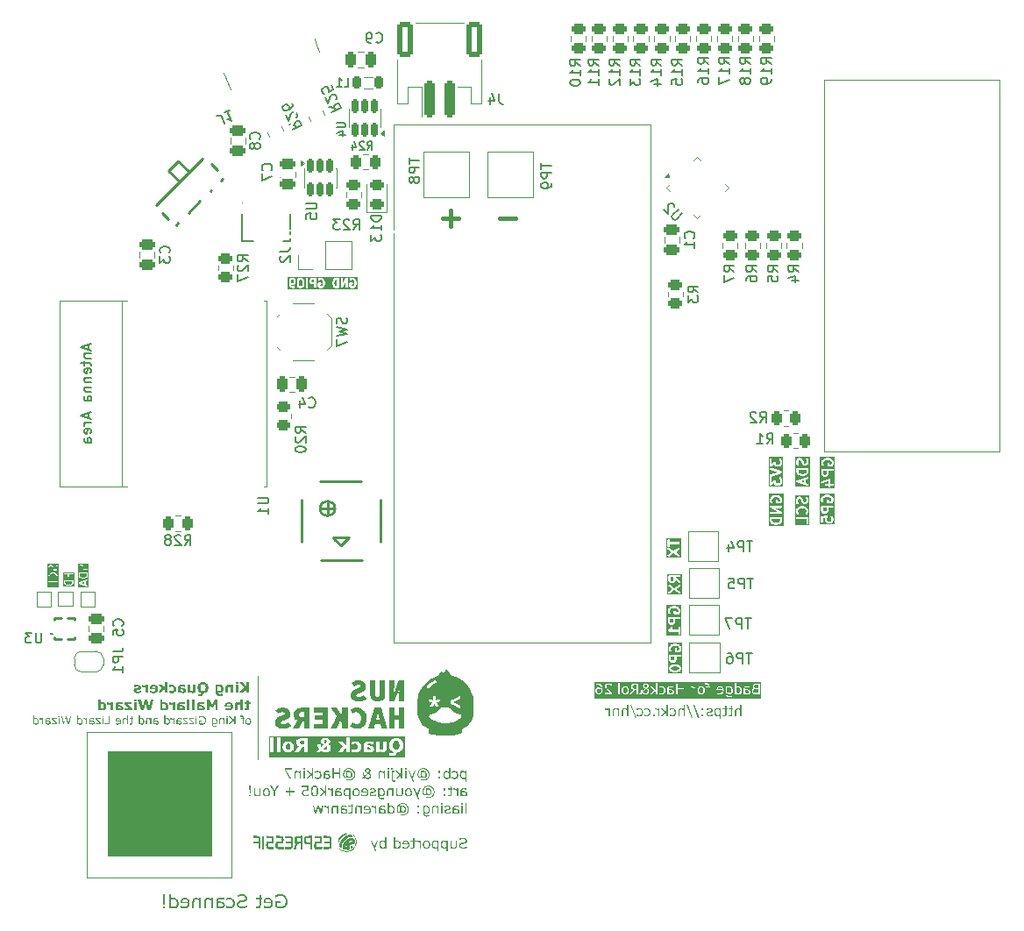
<source format=gbr>
%TF.GenerationSoftware,KiCad,Pcbnew,9.0.0*%
%TF.CreationDate,2025-12-18T00:51:24+08:00*%
%TF.ProjectId,hnr26-badge,686e7232-362d-4626-9164-67652e6b6963,0.0.14*%
%TF.SameCoordinates,Original*%
%TF.FileFunction,Legend,Bot*%
%TF.FilePolarity,Positive*%
%FSLAX46Y46*%
G04 Gerber Fmt 4.6, Leading zero omitted, Abs format (unit mm)*
G04 Created by KiCad (PCBNEW 9.0.0) date 2025-12-18 00:51:24*
%MOMM*%
%LPD*%
G01*
G04 APERTURE LIST*
G04 Aperture macros list*
%AMRoundRect*
0 Rectangle with rounded corners*
0 $1 Rounding radius*
0 $2 $3 $4 $5 $6 $7 $8 $9 X,Y pos of 4 corners*
0 Add a 4 corners polygon primitive as box body*
4,1,4,$2,$3,$4,$5,$6,$7,$8,$9,$2,$3,0*
0 Add four circle primitives for the rounded corners*
1,1,$1+$1,$2,$3*
1,1,$1+$1,$4,$5*
1,1,$1+$1,$6,$7*
1,1,$1+$1,$8,$9*
0 Add four rect primitives between the rounded corners*
20,1,$1+$1,$2,$3,$4,$5,0*
20,1,$1+$1,$4,$5,$6,$7,0*
20,1,$1+$1,$6,$7,$8,$9,0*
20,1,$1+$1,$8,$9,$2,$3,0*%
%AMHorizOval*
0 Thick line with rounded ends*
0 $1 width*
0 $2 $3 position (X,Y) of the first rounded end (center of the circle)*
0 $4 $5 position (X,Y) of the second rounded end (center of the circle)*
0 Add line between two ends*
20,1,$1,$2,$3,$4,$5,0*
0 Add two circle primitives to create the rounded ends*
1,1,$1,$2,$3*
1,1,$1,$4,$5*%
%AMRotRect*
0 Rectangle, with rotation*
0 The origin of the aperture is its center*
0 $1 length*
0 $2 width*
0 $3 Rotation angle, in degrees counterclockwise*
0 Add horizontal line*
21,1,$1,$2,0,0,$3*%
%AMFreePoly0*
4,1,23,0.500000,-0.750000,0.000000,-0.750000,0.000000,-0.745722,-0.065263,-0.745722,-0.191342,-0.711940,-0.304381,-0.646677,-0.396677,-0.554381,-0.461940,-0.441342,-0.495722,-0.315263,-0.495722,-0.250000,-0.500000,-0.250000,-0.500000,0.250000,-0.495722,0.250000,-0.495722,0.315263,-0.461940,0.441342,-0.396677,0.554381,-0.304381,0.646677,-0.191342,0.711940,-0.065263,0.745722,0.000000,0.745722,
0.000000,0.750000,0.500000,0.750000,0.500000,-0.750000,0.500000,-0.750000,$1*%
%AMFreePoly1*
4,1,23,0.000000,0.745722,0.065263,0.745722,0.191342,0.711940,0.304381,0.646677,0.396677,0.554381,0.461940,0.441342,0.495722,0.315263,0.495722,0.250000,0.500000,0.250000,0.500000,-0.250000,0.495722,-0.250000,0.495722,-0.315263,0.461940,-0.441342,0.396677,-0.554381,0.304381,-0.646677,0.191342,-0.711940,0.065263,-0.745722,0.000000,-0.745722,0.000000,-0.750000,-0.500000,-0.750000,
-0.500000,0.750000,0.000000,0.750000,0.000000,0.745722,0.000000,0.745722,$1*%
%AMFreePoly2*
4,1,123,0.971755,0.948997,1.016180,0.945872,1.060427,0.940665,1.104369,0.933401,1.147930,0.924054,1.190983,0.912700,1.233477,0.899340,1.275286,0.883998,1.316332,0.866701,1.356541,0.847523,1.395784,0.826467,1.434011,0.803581,1.471120,0.778943,1.507036,0.752604,1.541656,0.724613,1.574956,0.694996,1.606807,0.663881,1.637186,0.631293,1.665989,0.597333,1.693167,0.562052,
1.718669,0.525527,1.742418,0.487859,1.764389,0.449098,1.784531,0.409373,1.802769,0.330023,3.500102,0.330023,3.500102,-0.329972,1.802769,-0.329972,1.784531,-0.409271,1.764389,-0.448997,1.742418,-0.487757,1.718669,-0.525425,1.693167,-0.561951,1.665989,-0.597231,1.637186,-0.631191,1.606807,-0.663780,1.574956,-0.694895,1.541656,-0.724511,1.507036,-0.752502,1.471120,-0.778842,
1.434011,-0.803480,1.395784,-0.826365,1.356541,-0.847422,1.316332,-0.866599,1.275286,-0.883896,1.233477,-0.899238,1.190983,-0.912598,1.147930,-0.923952,1.104369,-0.933299,1.060427,-0.940564,1.016180,-0.945771,0.971755,-0.948895,0.927229,-0.949962,-0.926975,-0.949962,-0.971501,-0.948895,-1.015926,-0.945771,-1.060173,-0.940564,-1.104115,-0.933299,-1.147676,-0.923952,-1.190729,-0.912598,
-1.233223,-0.899238,-1.275032,-0.883896,-1.316078,-0.866599,-1.356287,-0.847422,-1.395530,-0.826365,-1.433757,-0.803480,-1.470866,-0.778842,-1.506782,-0.752502,-1.541402,-0.724511,-1.574702,-0.694895,-1.606553,-0.663780,-1.636932,-0.631191,-1.665735,-0.597231,-1.692913,-0.561951,-1.718415,-0.525425,-1.742164,-0.487757,-1.764135,-0.448997,-1.784277,-0.409271,-1.802515,-0.368631,-1.818847,-0.327203,
-1.833198,-0.285039,-1.845568,-0.242240,-1.855906,-0.198908,-1.864211,-0.155169,-1.870460,-0.111049,-1.874625,-0.066701,-1.876708,-0.022225,-1.876708,0.022327,-1.874625,0.066802,-1.870460,0.111151,-1.864211,0.155271,-1.855906,0.199009,-1.845568,0.242342,-1.833198,0.285141,-1.818847,0.327305,-1.802515,0.368733,-1.784277,0.409373,-1.764135,0.449098,-1.742164,0.487859,-1.718415,0.525527,
-1.692913,0.562052,-1.665735,0.597333,-1.636932,0.631293,-1.606553,0.663881,-1.574702,0.694996,-1.541402,0.724613,-1.506782,0.752604,-1.470866,0.778943,-1.433757,0.803581,-1.395530,0.826467,-1.356287,0.847523,-1.316078,0.866701,-1.275032,0.883998,-1.233223,0.899340,-1.190729,0.912700,-1.147676,0.924054,-1.104115,0.933401,-1.060173,0.940665,-1.015926,0.945872,-0.971501,0.948997,
-0.926975,0.950064,0.927229,0.950064,0.971755,0.948997,0.971755,0.948997,$1*%
G04 Aperture macros list end*
%ADD10C,0.100000*%
%ADD11C,0.087500*%
%ADD12C,0.200000*%
%ADD13C,0.125000*%
%ADD14C,0.400000*%
%ADD15C,0.150000*%
%ADD16C,0.250000*%
%ADD17C,0.120000*%
%ADD18C,0.000000*%
%ADD19C,0.152400*%
%ADD20C,0.059995*%
%ADD21C,0.254000*%
%ADD22C,0.900000*%
%ADD23RotRect,0.900000X1.250000X225.000000*%
%ADD24RotRect,0.800000X0.930000X225.000000*%
%ADD25C,5.600000*%
%ADD26RoundRect,0.150000X0.150000X-0.512500X0.150000X0.512500X-0.150000X0.512500X-0.150000X-0.512500X0*%
%ADD27RoundRect,0.250000X0.450000X-0.262500X0.450000X0.262500X-0.450000X0.262500X-0.450000X-0.262500X0*%
%ADD28RoundRect,0.250000X0.475000X-0.250000X0.475000X0.250000X-0.475000X0.250000X-0.475000X-0.250000X0*%
%ADD29R,2.500000X2.500000*%
%ADD30RoundRect,0.250000X-0.450000X0.262500X-0.450000X-0.262500X0.450000X-0.262500X0.450000X0.262500X0*%
%ADD31RoundRect,0.062500X-0.291682X0.203293X0.203293X-0.291682X0.291682X-0.203293X-0.203293X0.291682X0*%
%ADD32RoundRect,0.062500X-0.291682X-0.203293X-0.203293X-0.291682X0.291682X0.203293X0.203293X0.291682X0*%
%ADD33RotRect,2.700000X2.700000X315.000000*%
%ADD34FreePoly0,180.000000*%
%ADD35FreePoly1,180.000000*%
%ADD36RoundRect,0.250000X-0.262500X-0.450000X0.262500X-0.450000X0.262500X0.450000X-0.262500X0.450000X0*%
%ADD37RoundRect,0.250000X-0.475000X0.250000X-0.475000X-0.250000X0.475000X-0.250000X0.475000X0.250000X0*%
%ADD38R,0.300000X0.300000*%
%ADD39R,0.400000X0.280000*%
%ADD40R,0.400000X0.220000*%
%ADD41R,0.220000X0.400000*%
%ADD42RoundRect,0.250000X-0.250000X-0.475000X0.250000X-0.475000X0.250000X0.475000X-0.250000X0.475000X0*%
%ADD43R,1.000000X1.000000*%
%ADD44C,0.650000*%
%ADD45RoundRect,0.150000X0.027985X-0.449824X0.304136X-0.332605X-0.027985X0.449824X-0.304136X0.332605X0*%
%ADD46RoundRect,0.075000X0.126328X-0.489557X0.264403X-0.430948X-0.126328X0.489557X-0.264403X0.430948X0*%
%ADD47HorizOval,1.000000X-0.156292X0.368202X0.156292X-0.368202X0*%
%ADD48HorizOval,1.000000X-0.214902X0.506278X0.214902X-0.506278X0*%
%ADD49R,4.000000X4.000000*%
%ADD50R,0.672009X1.575006*%
%ADD51FreePoly2,90.000000*%
%ADD52RoundRect,0.150000X-0.150000X0.512500X-0.150000X-0.512500X0.150000X-0.512500X0.150000X0.512500X0*%
%ADD53RoundRect,0.250000X-0.516794X0.065804X-0.311660X-0.417462X0.516794X-0.065804X0.311660X0.417462X0*%
%ADD54RoundRect,0.250000X0.250000X0.475000X-0.250000X0.475000X-0.250000X-0.475000X0.250000X-0.475000X0*%
%ADD55RoundRect,0.250000X-0.250000X-1.500000X0.250000X-1.500000X0.250000X1.500000X-0.250000X1.500000X0*%
%ADD56RoundRect,0.250001X-0.499999X-1.449999X0.499999X-1.449999X0.499999X1.449999X-0.499999X1.449999X0*%
%ADD57R,0.750000X1.000000*%
%ADD58RoundRect,0.243750X0.456250X-0.243750X0.456250X0.243750X-0.456250X0.243750X-0.456250X-0.243750X0*%
%ADD59R,1.800000X1.800000*%
%ADD60R,0.900000X1.500000*%
%ADD61R,0.700000X0.700000*%
%ADD62RoundRect,0.218750X-0.218750X-0.381250X0.218750X-0.381250X0.218750X0.381250X-0.218750X0.381250X0*%
%ADD63R,1.700000X1.700000*%
%ADD64C,1.700000*%
G04 APERTURE END LIST*
D10*
X139635495Y-65186068D02*
X164440495Y-65186068D01*
X164440495Y-115256333D01*
X139635495Y-115256333D01*
X139635495Y-65186068D01*
X181231329Y-60916338D02*
X198163775Y-60916338D01*
X198163775Y-96804850D01*
X181231329Y-96804850D01*
X181231329Y-60916338D01*
X109998708Y-123909361D02*
X123998708Y-123909361D01*
X123998708Y-137909361D01*
X109998708Y-137909361D01*
X109998708Y-123909361D01*
X112076212Y-125772437D02*
X122076212Y-125772437D01*
X122076212Y-135772437D01*
X112076212Y-135772437D01*
X112076212Y-125772437D01*
G36*
X112076212Y-125772437D02*
G01*
X122076212Y-125772437D01*
X122076212Y-135772437D01*
X112076212Y-135772437D01*
X112076212Y-125772437D01*
G37*
X126559307Y-118465772D02*
X126542170Y-126507737D01*
D11*
G36*
X146400819Y-127618105D02*
G01*
X146466562Y-127639801D01*
X146527604Y-127672448D01*
X146581661Y-127711670D01*
X146581661Y-127630337D01*
X146710072Y-127630337D01*
X146710072Y-128673742D01*
X146581661Y-128673742D01*
X146581661Y-128354883D01*
X146531407Y-128378875D01*
X146483659Y-128395061D01*
X146433870Y-128404624D01*
X146376070Y-128408006D01*
X146309397Y-128401075D01*
X146246621Y-128380407D01*
X146189518Y-128347134D01*
X146140375Y-128302371D01*
X146097917Y-128244334D01*
X146065271Y-128172617D01*
X146045477Y-128093320D01*
X146038737Y-128005250D01*
X146171089Y-128005250D01*
X146175546Y-128077100D01*
X146187799Y-128135059D01*
X146206582Y-128181587D01*
X146231234Y-128218718D01*
X146263720Y-128249859D01*
X146301638Y-128272113D01*
X146346070Y-128285912D01*
X146398601Y-128290769D01*
X146447036Y-128288448D01*
X146487750Y-128281977D01*
X146528426Y-128270072D01*
X146581661Y-128248638D01*
X146581661Y-127818282D01*
X146528886Y-127783057D01*
X146474439Y-127755756D01*
X146417912Y-127737756D01*
X146363064Y-127731942D01*
X146315325Y-127736614D01*
X146276389Y-127749718D01*
X146244415Y-127770669D01*
X146218228Y-127799963D01*
X146193882Y-127847807D01*
X146177351Y-127914357D01*
X146171089Y-128005250D01*
X146038737Y-128005250D01*
X146038587Y-128003296D01*
X146044154Y-127909737D01*
X146059643Y-127832102D01*
X146083665Y-127767819D01*
X146115463Y-127714723D01*
X146157740Y-127669216D01*
X146206632Y-127637236D01*
X146263443Y-127617649D01*
X146330274Y-127610797D01*
X146400819Y-127618105D01*
G37*
G36*
X145274351Y-128342854D02*
G01*
X145338302Y-128370800D01*
X145396290Y-128390848D01*
X145455232Y-128403638D01*
X145518899Y-128408006D01*
X145599304Y-128401761D01*
X145670574Y-128383765D01*
X145714791Y-128364622D01*
X145753996Y-128340220D01*
X145788727Y-128310431D01*
X145818918Y-128275550D01*
X145844680Y-128234425D01*
X145865969Y-128186234D01*
X145880670Y-128135450D01*
X145889982Y-128077313D01*
X145893263Y-128010745D01*
X145886116Y-127917729D01*
X145865981Y-127839442D01*
X145834063Y-127773291D01*
X145790498Y-127717287D01*
X145735868Y-127671306D01*
X145673496Y-127638336D01*
X145601869Y-127617935D01*
X145518899Y-127610797D01*
X145453949Y-127615433D01*
X145390122Y-127629360D01*
X145328779Y-127650236D01*
X145274351Y-127674606D01*
X145274351Y-127817915D01*
X145281190Y-127817915D01*
X145341618Y-127777527D01*
X145402457Y-127748428D01*
X145465117Y-127730021D01*
X145524395Y-127724126D01*
X145577927Y-127729014D01*
X145623585Y-127742942D01*
X145662889Y-127765452D01*
X145696891Y-127796971D01*
X145722955Y-127834695D01*
X145742669Y-127881532D01*
X145755456Y-127939422D01*
X145760089Y-128010745D01*
X145755606Y-128079895D01*
X145743170Y-128136660D01*
X145723894Y-128183168D01*
X145698296Y-128221160D01*
X145664902Y-128252825D01*
X145625655Y-128275544D01*
X145579383Y-128289685D01*
X145524395Y-128294677D01*
X145485413Y-128292183D01*
X145445138Y-128284541D01*
X145406220Y-128272652D01*
X145372720Y-128258224D01*
X145320147Y-128228243D01*
X145281190Y-128200888D01*
X145274351Y-128200888D01*
X145274351Y-128342854D01*
G37*
G36*
X145109793Y-128392375D02*
G01*
X144989564Y-128392375D01*
X144981382Y-128355494D01*
X144933583Y-128378821D01*
X144885761Y-128396588D01*
X144834915Y-128407838D01*
X144772371Y-128411914D01*
X144704932Y-128405071D01*
X144644632Y-128385108D01*
X144589756Y-128352151D01*
X144538020Y-128304569D01*
X144497686Y-128248054D01*
X144465297Y-128176830D01*
X144445334Y-128097692D01*
X144438462Y-128007570D01*
X144570810Y-128007570D01*
X144575409Y-128083360D01*
X144587905Y-128142958D01*
X144606794Y-128189415D01*
X144631260Y-128225251D01*
X144663756Y-128255179D01*
X144701641Y-128276644D01*
X144745986Y-128289981D01*
X144798322Y-128294677D01*
X144846729Y-128292181D01*
X144887471Y-128285213D01*
X144928187Y-128272835D01*
X144981382Y-128251324D01*
X144981382Y-127817915D01*
X144930140Y-127783479D01*
X144874831Y-127756000D01*
X144817041Y-127737803D01*
X144761380Y-127731942D01*
X144712320Y-127736809D01*
X144672989Y-127750368D01*
X144641296Y-127771934D01*
X144615934Y-127802040D01*
X144592552Y-127851032D01*
X144576756Y-127917855D01*
X144570810Y-128007570D01*
X144438462Y-128007570D01*
X144438308Y-128005555D01*
X144444011Y-127910120D01*
X144459825Y-127831513D01*
X144484267Y-127766954D01*
X144516527Y-127714112D01*
X144559440Y-127668711D01*
X144608396Y-127636921D01*
X144664599Y-127617543D01*
X144729995Y-127610797D01*
X144803117Y-127618066D01*
X144866649Y-127639007D01*
X144925433Y-127671027D01*
X144981382Y-127711364D01*
X144981382Y-127329430D01*
X145109793Y-127329430D01*
X145109793Y-128392375D01*
G37*
G36*
X143965088Y-127825731D02*
G01*
X144128364Y-127825731D01*
X144128364Y-127630337D01*
X143965088Y-127630337D01*
X143965088Y-127825731D01*
G37*
G36*
X143965088Y-128392375D02*
G01*
X144128364Y-128392375D01*
X144128364Y-128196980D01*
X143965088Y-128196980D01*
X143965088Y-128392375D01*
G37*
G36*
X142608656Y-127361967D02*
G01*
X142685834Y-127377267D01*
X142759444Y-127402580D01*
X142829140Y-127437202D01*
X142891528Y-127479031D01*
X142947267Y-127528243D01*
X142996089Y-127584361D01*
X143037722Y-127647098D01*
X143072319Y-127717104D01*
X143097534Y-127790936D01*
X143112846Y-127869093D01*
X143118053Y-127952371D01*
X143112992Y-128040347D01*
X143098268Y-128121100D01*
X143074334Y-128195576D01*
X143040879Y-128266175D01*
X143000154Y-128328747D01*
X142952029Y-128384070D01*
X142897197Y-128431770D01*
X142835288Y-128472127D01*
X142765550Y-128505276D01*
X142692012Y-128529160D01*
X142613708Y-128543723D01*
X142529855Y-128548690D01*
X142411703Y-128543561D01*
X142353418Y-128536394D01*
X142288055Y-128524205D01*
X142288055Y-128427545D01*
X142346285Y-128439817D01*
X142407978Y-128448367D01*
X142529184Y-128454901D01*
X142600039Y-128450879D01*
X142665866Y-128439123D01*
X142727326Y-128419913D01*
X142785501Y-128392749D01*
X142838160Y-128358308D01*
X142885839Y-128316293D01*
X142925443Y-128269854D01*
X142958878Y-128217185D01*
X142986223Y-128157596D01*
X143005670Y-128094844D01*
X143017643Y-128026812D01*
X143021761Y-127952737D01*
X143017556Y-127883699D01*
X143005131Y-127818087D01*
X142984575Y-127755328D01*
X142956210Y-127695713D01*
X142921963Y-127642824D01*
X142881748Y-127596021D01*
X142836038Y-127554952D01*
X142784433Y-127519656D01*
X142726349Y-127490019D01*
X142664867Y-127468370D01*
X142598524Y-127455117D01*
X142526497Y-127450574D01*
X142451990Y-127454712D01*
X142385151Y-127466619D01*
X142324997Y-127485745D01*
X142268244Y-127512976D01*
X142218860Y-127546495D01*
X142176070Y-127586434D01*
X142139605Y-127632447D01*
X142109204Y-127684575D01*
X142084845Y-127743543D01*
X142067905Y-127805262D01*
X142057397Y-127872830D01*
X142053765Y-127946998D01*
X142057202Y-128009473D01*
X142068481Y-128084567D01*
X142087462Y-128157373D01*
X142111834Y-128212612D01*
X142277797Y-128212612D01*
X142277797Y-127757343D01*
X142387828Y-127757343D01*
X142387828Y-128113693D01*
X142427114Y-128140500D01*
X142471176Y-128163946D01*
X142517471Y-128180055D01*
X142562706Y-128185257D01*
X142615696Y-128178328D01*
X142655825Y-128159124D01*
X142686293Y-128127859D01*
X142706870Y-128087477D01*
X142720715Y-128032358D01*
X142725921Y-127958233D01*
X142719610Y-127883576D01*
X142702457Y-127826131D01*
X142676096Y-127782134D01*
X142648986Y-127755219D01*
X142617590Y-127736121D01*
X142581057Y-127724347D01*
X142538099Y-127720218D01*
X142499891Y-127722425D01*
X142465009Y-127728828D01*
X142430165Y-127739704D01*
X142387828Y-127757343D01*
X142277797Y-127757343D01*
X142277797Y-127634245D01*
X142386424Y-127634245D01*
X142386424Y-127667584D01*
X142430495Y-127647386D01*
X142469100Y-127633817D01*
X142508965Y-127625511D01*
X142557211Y-127622521D01*
X142613471Y-127628260D01*
X142664966Y-127645165D01*
X142712890Y-127673537D01*
X142758039Y-127714662D01*
X142793744Y-127762870D01*
X142819854Y-127819043D01*
X142836262Y-127884694D01*
X142842059Y-127961774D01*
X142837111Y-128040387D01*
X142823333Y-128105564D01*
X142801912Y-128159529D01*
X142773427Y-128204124D01*
X142735975Y-128242216D01*
X142693672Y-128268896D01*
X142645531Y-128285133D01*
X142590000Y-128290769D01*
X142532231Y-128285101D01*
X142483449Y-128268971D01*
X142437463Y-128243303D01*
X142386424Y-128206139D01*
X142367984Y-128286862D01*
X142067382Y-128286862D01*
X142022236Y-128210258D01*
X141988491Y-128125051D01*
X141967781Y-128034957D01*
X141960831Y-127941319D01*
X141965333Y-127854127D01*
X141978370Y-127774667D01*
X141999421Y-127702022D01*
X142029401Y-127632788D01*
X142066389Y-127571704D01*
X142110429Y-127517924D01*
X142161774Y-127471203D01*
X142220697Y-127431656D01*
X142288055Y-127399161D01*
X142359375Y-127376117D01*
X142438682Y-127361771D01*
X142527169Y-127356785D01*
X142608656Y-127361967D01*
G37*
G36*
X141052003Y-127630337D02*
G01*
X141497380Y-128673742D01*
X141634705Y-128673742D01*
X141492617Y-128355738D01*
X141796638Y-127630337D01*
X141657298Y-127630337D01*
X141422947Y-128195942D01*
X141186581Y-127630337D01*
X141052003Y-127630337D01*
G37*
G36*
X140745417Y-127501377D02*
G01*
X140890253Y-127501377D01*
X140890253Y-127368508D01*
X140745417Y-127368508D01*
X140745417Y-127501377D01*
G37*
G36*
X140753660Y-128392375D02*
G01*
X140882071Y-128392375D01*
X140882071Y-127630337D01*
X140753660Y-127630337D01*
X140753660Y-128392375D01*
G37*
G36*
X139806792Y-128392375D02*
G01*
X139976235Y-128392375D01*
X140282272Y-128058800D01*
X140365620Y-128137935D01*
X140365620Y-128392375D01*
X140494030Y-128392375D01*
X140494030Y-127329430D01*
X140365620Y-127329430D01*
X140365620Y-128011722D01*
X139994676Y-127630337D01*
X139832743Y-127630337D01*
X140187322Y-127982352D01*
X139806792Y-128392375D01*
G37*
G36*
X139433284Y-127501377D02*
G01*
X139578120Y-127501377D01*
X139578120Y-127368508D01*
X139433284Y-127368508D01*
X139433284Y-127501377D01*
G37*
G36*
X139441466Y-128411242D02*
G01*
X139446393Y-128478371D01*
X139460050Y-128532966D01*
X139481297Y-128577339D01*
X139509793Y-128613292D01*
X139545917Y-128642553D01*
X139587678Y-128663719D01*
X139636168Y-128676915D01*
X139692853Y-128681558D01*
X139764965Y-128675940D01*
X139839765Y-128662019D01*
X139839765Y-128536966D01*
X139832926Y-128536966D01*
X139781391Y-128554491D01*
X139748962Y-128561924D01*
X139718193Y-128564321D01*
X139671693Y-128560549D01*
X139638936Y-128550705D01*
X139612481Y-128533592D01*
X139593873Y-128509977D01*
X139581735Y-128480904D01*
X139574395Y-128444398D01*
X139569937Y-128351036D01*
X139569937Y-127739758D01*
X139729062Y-127739758D01*
X139729062Y-127630337D01*
X139441466Y-127630337D01*
X139441466Y-128411242D01*
G37*
G36*
X139051349Y-127501377D02*
G01*
X139196185Y-127501377D01*
X139196185Y-127368508D01*
X139051349Y-127368508D01*
X139051349Y-127501377D01*
G37*
G36*
X139059592Y-128392375D02*
G01*
X139188003Y-128392375D01*
X139188003Y-127630337D01*
X139059592Y-127630337D01*
X139059592Y-128392375D01*
G37*
G36*
X138167373Y-128392375D02*
G01*
X138295784Y-128392375D01*
X138295784Y-127958905D01*
X138301951Y-127860414D01*
X138311257Y-127817499D01*
X138324482Y-127788484D01*
X138345179Y-127763691D01*
X138373697Y-127745925D01*
X138408466Y-127735798D01*
X138456984Y-127731942D01*
X138509573Y-127738127D01*
X138567015Y-127757832D01*
X138622874Y-127787109D01*
X138676986Y-127823960D01*
X138676986Y-128392375D01*
X138805396Y-128392375D01*
X138805396Y-127630337D01*
X138676986Y-127630337D01*
X138676986Y-127716310D01*
X138614999Y-127671537D01*
X138552666Y-127638702D01*
X138487306Y-127617714D01*
X138420836Y-127610797D01*
X138359632Y-127615974D01*
X138309065Y-127630487D01*
X138267104Y-127653481D01*
X138232280Y-127685047D01*
X138205348Y-127723542D01*
X138185115Y-127770725D01*
X138172074Y-127828392D01*
X138167373Y-127898760D01*
X138167373Y-128392375D01*
G37*
G36*
X137209070Y-127362039D02*
G01*
X137265995Y-127377179D01*
X137316958Y-127401369D01*
X137355082Y-127430241D01*
X137387104Y-127466497D01*
X137409426Y-127505407D01*
X137422966Y-127547599D01*
X137427500Y-127592174D01*
X137423500Y-127641540D01*
X137412250Y-127682764D01*
X137394405Y-127717348D01*
X137369812Y-127748062D01*
X137334493Y-127780833D01*
X137286084Y-127815961D01*
X137357830Y-127865298D01*
X137390887Y-127894928D01*
X137417242Y-127925504D01*
X137439118Y-127961019D01*
X137458886Y-128004456D01*
X137471926Y-128052557D01*
X137476654Y-128112594D01*
X137470490Y-128177901D01*
X137452752Y-128234759D01*
X137423759Y-128284846D01*
X137382743Y-128329299D01*
X137333602Y-128364942D01*
X137278659Y-128390582D01*
X137216825Y-128406410D01*
X137146682Y-128411914D01*
X137089709Y-128407678D01*
X137033680Y-128394940D01*
X136978032Y-128373385D01*
X136926610Y-128343261D01*
X136873255Y-128299052D01*
X136817443Y-128238074D01*
X136661005Y-128392375D01*
X136492966Y-128392375D01*
X136715970Y-128174327D01*
X136881679Y-128174327D01*
X136912674Y-128212996D01*
X136947530Y-128243875D01*
X136986581Y-128267689D01*
X137050026Y-128291037D01*
X137112549Y-128298585D01*
X137165881Y-128294353D01*
X137210254Y-128282476D01*
X137247306Y-128263699D01*
X137278268Y-128238074D01*
X137310120Y-128194525D01*
X137329718Y-128142223D01*
X137336642Y-128078706D01*
X137333436Y-128033443D01*
X137324369Y-127994808D01*
X137309974Y-127959572D01*
X137292922Y-127931183D01*
X137270977Y-127904934D01*
X137250607Y-127886242D01*
X137208231Y-127859498D01*
X136881679Y-128174327D01*
X136715970Y-128174327D01*
X136751192Y-128139888D01*
X136716151Y-128063557D01*
X136693184Y-127983756D01*
X136680090Y-127903653D01*
X136676087Y-127836478D01*
X136676087Y-127771021D01*
X136809261Y-127771021D01*
X136808955Y-127850461D01*
X136809932Y-127935335D01*
X136815428Y-128003235D01*
X136829777Y-128062952D01*
X137083179Y-127818709D01*
X137022984Y-127793707D01*
X136978704Y-127766319D01*
X136942066Y-127734061D01*
X136916544Y-127702388D01*
X136899740Y-127670814D01*
X136888517Y-127634733D01*
X136882244Y-127597760D01*
X136881351Y-127583381D01*
X137014180Y-127583381D01*
X137018369Y-127630547D01*
X137030089Y-127669205D01*
X137048680Y-127701045D01*
X137074257Y-127727921D01*
X137107580Y-127750852D01*
X137150101Y-127769738D01*
X137229832Y-127715607D01*
X137266605Y-127677903D01*
X137286746Y-127636500D01*
X137293594Y-127588754D01*
X137289078Y-127550580D01*
X137275950Y-127517351D01*
X137253966Y-127487882D01*
X137225290Y-127465172D01*
X137191635Y-127451453D01*
X137151506Y-127446666D01*
X137112870Y-127450948D01*
X137080413Y-127463179D01*
X137052771Y-127483242D01*
X137031764Y-127509837D01*
X137018797Y-127542613D01*
X137014180Y-127583381D01*
X136881351Y-127583381D01*
X136880335Y-127567017D01*
X136884958Y-127523164D01*
X136898447Y-127484094D01*
X136920926Y-127448708D01*
X136953425Y-127416319D01*
X136991275Y-127391079D01*
X137035011Y-127372546D01*
X137085699Y-127360894D01*
X137144667Y-127356785D01*
X137209070Y-127362039D01*
G37*
G36*
X135417169Y-127361967D02*
G01*
X135494348Y-127377267D01*
X135567957Y-127402580D01*
X135637653Y-127437202D01*
X135700042Y-127479031D01*
X135755780Y-127528243D01*
X135804603Y-127584361D01*
X135846236Y-127647098D01*
X135880832Y-127717104D01*
X135906048Y-127790936D01*
X135921359Y-127869093D01*
X135926567Y-127952371D01*
X135921505Y-128040347D01*
X135906782Y-128121100D01*
X135882847Y-128195576D01*
X135849393Y-128266175D01*
X135808667Y-128328747D01*
X135760543Y-128384070D01*
X135705711Y-128431770D01*
X135643802Y-128472127D01*
X135574063Y-128505276D01*
X135500525Y-128529160D01*
X135422222Y-128543723D01*
X135338369Y-128548690D01*
X135220217Y-128543561D01*
X135161932Y-128536394D01*
X135096569Y-128524205D01*
X135096569Y-128427545D01*
X135154798Y-128439817D01*
X135216492Y-128448367D01*
X135337697Y-128454901D01*
X135408553Y-128450879D01*
X135474380Y-128439123D01*
X135535839Y-128419913D01*
X135594015Y-128392749D01*
X135646673Y-128358308D01*
X135694353Y-128316293D01*
X135733957Y-128269854D01*
X135767392Y-128217185D01*
X135794737Y-128157596D01*
X135814184Y-128094844D01*
X135826157Y-128026812D01*
X135830274Y-127952737D01*
X135826070Y-127883699D01*
X135813645Y-127818087D01*
X135793088Y-127755328D01*
X135764724Y-127695713D01*
X135730477Y-127642824D01*
X135690262Y-127596021D01*
X135644552Y-127554952D01*
X135592946Y-127519656D01*
X135534862Y-127490019D01*
X135473380Y-127468370D01*
X135407037Y-127455117D01*
X135335011Y-127450574D01*
X135260504Y-127454712D01*
X135193665Y-127466619D01*
X135133510Y-127485745D01*
X135076757Y-127512976D01*
X135027373Y-127546495D01*
X134984583Y-127586434D01*
X134948118Y-127632447D01*
X134917718Y-127684575D01*
X134893359Y-127743543D01*
X134876419Y-127805262D01*
X134865911Y-127872830D01*
X134862279Y-127946998D01*
X134865716Y-128009473D01*
X134876994Y-128084567D01*
X134895976Y-128157373D01*
X134920347Y-128212612D01*
X135086310Y-128212612D01*
X135086310Y-127757343D01*
X135196342Y-127757343D01*
X135196342Y-128113693D01*
X135235628Y-128140500D01*
X135279690Y-128163946D01*
X135325985Y-128180055D01*
X135371220Y-128185257D01*
X135424209Y-128178328D01*
X135464339Y-128159124D01*
X135494807Y-128127859D01*
X135515384Y-128087477D01*
X135529229Y-128032358D01*
X135534435Y-127958233D01*
X135528124Y-127883576D01*
X135510970Y-127826131D01*
X135484610Y-127782134D01*
X135457499Y-127755219D01*
X135426103Y-127736121D01*
X135389570Y-127724347D01*
X135346612Y-127720218D01*
X135308405Y-127722425D01*
X135273523Y-127728828D01*
X135238679Y-127739704D01*
X135196342Y-127757343D01*
X135086310Y-127757343D01*
X135086310Y-127634245D01*
X135194937Y-127634245D01*
X135194937Y-127667584D01*
X135239009Y-127647386D01*
X135277614Y-127633817D01*
X135317478Y-127625511D01*
X135365724Y-127622521D01*
X135421984Y-127628260D01*
X135473480Y-127645165D01*
X135521404Y-127673537D01*
X135566553Y-127714662D01*
X135602258Y-127762870D01*
X135628368Y-127819043D01*
X135644775Y-127884694D01*
X135650573Y-127961774D01*
X135645624Y-128040387D01*
X135631847Y-128105564D01*
X135610426Y-128159529D01*
X135581940Y-128204124D01*
X135544489Y-128242216D01*
X135502185Y-128268896D01*
X135454045Y-128285133D01*
X135398514Y-128290769D01*
X135340745Y-128285101D01*
X135291963Y-128268971D01*
X135245977Y-128243303D01*
X135194937Y-128206139D01*
X135176497Y-128286862D01*
X134875895Y-128286862D01*
X134830750Y-128210258D01*
X134797005Y-128125051D01*
X134776294Y-128034957D01*
X134769344Y-127941319D01*
X134773847Y-127854127D01*
X134786884Y-127774667D01*
X134807935Y-127702022D01*
X134837915Y-127632788D01*
X134874902Y-127571704D01*
X134918943Y-127517924D01*
X134970288Y-127471203D01*
X135029210Y-127431656D01*
X135096569Y-127399161D01*
X135167888Y-127376117D01*
X135247195Y-127361771D01*
X135335682Y-127356785D01*
X135417169Y-127361967D01*
G37*
G36*
X133732106Y-128392375D02*
G01*
X133867355Y-128392375D01*
X133867355Y-127896073D01*
X134374892Y-127896073D01*
X134374892Y-128392375D01*
X134510142Y-128392375D01*
X134510142Y-127376324D01*
X134374892Y-127376324D01*
X134374892Y-127774929D01*
X133867355Y-127774929D01*
X133867355Y-127376324D01*
X133732106Y-127376324D01*
X133732106Y-128392375D01*
G37*
G36*
X133277410Y-127613818D02*
G01*
X133348339Y-127623010D01*
X133456905Y-127645358D01*
X133456905Y-127774929D01*
X133450067Y-127774929D01*
X133383958Y-127752872D01*
X133321656Y-127737193D01*
X133260706Y-127727199D01*
X133208938Y-127724126D01*
X133129070Y-127729622D01*
X133092677Y-127737909D01*
X133063430Y-127750810D01*
X133038031Y-127770349D01*
X133019405Y-127795933D01*
X133008164Y-127827025D01*
X133004018Y-127868413D01*
X133004018Y-127888257D01*
X133213762Y-127904622D01*
X133307174Y-127921130D01*
X133381068Y-127946143D01*
X133424597Y-127969812D01*
X133459646Y-127997829D01*
X133487314Y-128030284D01*
X133507218Y-128067642D01*
X133519925Y-128113584D01*
X133524500Y-128170175D01*
X133519810Y-128221727D01*
X133506271Y-128267115D01*
X133484114Y-128307537D01*
X133452814Y-128343831D01*
X133414939Y-128373643D01*
X133373691Y-128394710D01*
X133328350Y-128407513D01*
X133277936Y-128411914D01*
X133223779Y-128409085D01*
X133180239Y-128401350D01*
X133140093Y-128389205D01*
X133106478Y-128375155D01*
X133050119Y-128342122D01*
X133004018Y-128309759D01*
X133004018Y-128392375D01*
X132876279Y-128392375D01*
X132876279Y-128205468D01*
X133004018Y-128205468D01*
X133053734Y-128239537D01*
X133107882Y-128268482D01*
X133166098Y-128287984D01*
X133231469Y-128294677D01*
X133284818Y-128290363D01*
X133323997Y-128278893D01*
X133352369Y-128261705D01*
X133373772Y-128237091D01*
X133387150Y-128205061D01*
X133391998Y-128163275D01*
X133387891Y-128126114D01*
X133376394Y-128096387D01*
X133357865Y-128072416D01*
X133319455Y-128044317D01*
X133268350Y-128023751D01*
X133217694Y-128012992D01*
X133142382Y-128004028D01*
X133004018Y-127993770D01*
X133004018Y-128205468D01*
X132876279Y-128205468D01*
X132876279Y-127874519D01*
X132882358Y-127804302D01*
X132898810Y-127750871D01*
X132926578Y-127705462D01*
X132964390Y-127669538D01*
X133011350Y-127642463D01*
X133067888Y-127624109D01*
X133130328Y-127614371D01*
X133208266Y-127610797D01*
X133277410Y-127613818D01*
G37*
G36*
X132064721Y-128342854D02*
G01*
X132128672Y-128370800D01*
X132186659Y-128390848D01*
X132245602Y-128403638D01*
X132309269Y-128408006D01*
X132389674Y-128401761D01*
X132460944Y-128383765D01*
X132505160Y-128364622D01*
X132544366Y-128340220D01*
X132579097Y-128310431D01*
X132609288Y-128275550D01*
X132635050Y-128234425D01*
X132656338Y-128186234D01*
X132671040Y-128135450D01*
X132680352Y-128077313D01*
X132683633Y-128010745D01*
X132676486Y-127917729D01*
X132656351Y-127839442D01*
X132624432Y-127773291D01*
X132580867Y-127717287D01*
X132526238Y-127671306D01*
X132463866Y-127638336D01*
X132392239Y-127617935D01*
X132309269Y-127610797D01*
X132244319Y-127615433D01*
X132180492Y-127629360D01*
X132119149Y-127650236D01*
X132064721Y-127674606D01*
X132064721Y-127817915D01*
X132071560Y-127817915D01*
X132131988Y-127777527D01*
X132192827Y-127748428D01*
X132255487Y-127730021D01*
X132314765Y-127724126D01*
X132368297Y-127729014D01*
X132413954Y-127742942D01*
X132453259Y-127765452D01*
X132487261Y-127796971D01*
X132513325Y-127834695D01*
X132533039Y-127881532D01*
X132545826Y-127939422D01*
X132550459Y-128010745D01*
X132545976Y-128079895D01*
X132533539Y-128136660D01*
X132514264Y-128183168D01*
X132488666Y-128221160D01*
X132455272Y-128252825D01*
X132416025Y-128275544D01*
X132369753Y-128289685D01*
X132314765Y-128294677D01*
X132275782Y-128292183D01*
X132235508Y-128284541D01*
X132196589Y-128272652D01*
X132163090Y-128258224D01*
X132110517Y-128228243D01*
X132071560Y-128200888D01*
X132064721Y-128200888D01*
X132064721Y-128342854D01*
G37*
G36*
X131207490Y-128392375D02*
G01*
X131376933Y-128392375D01*
X131682970Y-128058800D01*
X131766317Y-128137935D01*
X131766317Y-128392375D01*
X131894728Y-128392375D01*
X131894728Y-127329430D01*
X131766317Y-127329430D01*
X131766317Y-128011722D01*
X131395374Y-127630337D01*
X131233441Y-127630337D01*
X131588020Y-127982352D01*
X131207490Y-128392375D01*
G37*
G36*
X130933694Y-127501377D02*
G01*
X131078530Y-127501377D01*
X131078530Y-127368508D01*
X130933694Y-127368508D01*
X130933694Y-127501377D01*
G37*
G36*
X130941937Y-128392375D02*
G01*
X131070347Y-128392375D01*
X131070347Y-127630337D01*
X130941937Y-127630337D01*
X130941937Y-128392375D01*
G37*
G36*
X130049718Y-128392375D02*
G01*
X130178128Y-128392375D01*
X130178128Y-127958905D01*
X130184295Y-127860414D01*
X130193602Y-127817499D01*
X130206827Y-127788484D01*
X130227523Y-127763691D01*
X130256042Y-127745925D01*
X130290811Y-127735798D01*
X130339329Y-127731942D01*
X130391918Y-127738127D01*
X130449360Y-127757832D01*
X130505218Y-127787109D01*
X130559330Y-127823960D01*
X130559330Y-128392375D01*
X130687741Y-128392375D01*
X130687741Y-127630337D01*
X130559330Y-127630337D01*
X130559330Y-127716310D01*
X130497344Y-127671537D01*
X130435011Y-127638702D01*
X130369651Y-127617714D01*
X130303181Y-127610797D01*
X130241977Y-127615974D01*
X130191410Y-127630487D01*
X130149449Y-127653481D01*
X130114625Y-127685047D01*
X130087693Y-127723542D01*
X130067460Y-127770725D01*
X130054419Y-127828392D01*
X130049718Y-127898760D01*
X130049718Y-128392375D01*
G37*
G36*
X129127701Y-127524824D02*
G01*
X129588160Y-128392375D01*
X129734339Y-128392375D01*
X129244510Y-127493561D01*
X129823793Y-127493561D01*
X129823793Y-127376324D01*
X129127701Y-127376324D01*
X129127701Y-127524824D01*
G37*
G36*
X146518303Y-129293818D02*
G01*
X146589233Y-129303010D01*
X146697799Y-129325358D01*
X146697799Y-129454929D01*
X146690960Y-129454929D01*
X146624851Y-129432872D01*
X146562549Y-129417193D01*
X146501599Y-129407199D01*
X146449831Y-129404126D01*
X146369964Y-129409622D01*
X146333570Y-129417909D01*
X146304323Y-129430810D01*
X146278924Y-129450349D01*
X146260299Y-129475933D01*
X146249057Y-129507025D01*
X146244911Y-129548413D01*
X146244911Y-129568257D01*
X146454655Y-129584622D01*
X146548067Y-129601130D01*
X146621961Y-129626143D01*
X146665491Y-129649812D01*
X146700539Y-129677829D01*
X146728207Y-129710284D01*
X146748111Y-129747642D01*
X146760818Y-129793584D01*
X146765393Y-129850175D01*
X146760703Y-129901727D01*
X146747165Y-129947115D01*
X146725007Y-129987537D01*
X146693708Y-130023831D01*
X146655833Y-130053643D01*
X146614584Y-130074710D01*
X146569244Y-130087513D01*
X146518830Y-130091914D01*
X146464673Y-130089085D01*
X146421133Y-130081350D01*
X146380986Y-130069205D01*
X146347371Y-130055155D01*
X146291012Y-130022122D01*
X146244911Y-129989759D01*
X146244911Y-130072375D01*
X146117172Y-130072375D01*
X146117172Y-129885468D01*
X146244911Y-129885468D01*
X146294627Y-129919537D01*
X146348776Y-129948482D01*
X146406991Y-129967984D01*
X146472362Y-129974677D01*
X146525712Y-129970363D01*
X146564890Y-129958893D01*
X146593263Y-129941705D01*
X146614665Y-129917091D01*
X146628043Y-129885061D01*
X146632891Y-129843275D01*
X146628784Y-129806114D01*
X146617287Y-129776387D01*
X146598758Y-129752416D01*
X146560349Y-129724317D01*
X146509243Y-129703751D01*
X146458587Y-129692992D01*
X146383275Y-129684028D01*
X146244911Y-129673770D01*
X146244911Y-129885468D01*
X146117172Y-129885468D01*
X146117172Y-129554519D01*
X146123252Y-129484302D01*
X146139704Y-129430871D01*
X146167471Y-129385462D01*
X146205283Y-129349538D01*
X146252244Y-129322463D01*
X146308781Y-129304109D01*
X146371221Y-129294371D01*
X146449159Y-129290797D01*
X146518303Y-129293818D01*
G37*
G36*
X145393786Y-129451021D02*
G01*
X145400625Y-129451021D01*
X145456312Y-129442106D01*
X145520182Y-129439297D01*
X145578363Y-129445798D01*
X145634915Y-129465492D01*
X145688733Y-129495199D01*
X145741466Y-129533147D01*
X145741466Y-130072375D01*
X145869876Y-130072375D01*
X145869876Y-129310337D01*
X145741466Y-129310337D01*
X145741466Y-129422933D01*
X145665660Y-129368015D01*
X145606583Y-129335921D01*
X145547214Y-129316657D01*
X145487392Y-129310337D01*
X145438849Y-129312047D01*
X145393786Y-129318580D01*
X145393786Y-129451021D01*
G37*
G36*
X144876785Y-130066207D02*
G01*
X144955675Y-130081839D01*
X145031879Y-130088006D01*
X145090240Y-130083544D01*
X145138079Y-130071118D01*
X145177339Y-130051659D01*
X145209505Y-130025358D01*
X145234198Y-129992584D01*
X145253146Y-129949872D01*
X145265654Y-129894811D01*
X145270260Y-129824407D01*
X145270260Y-129419758D01*
X145356966Y-129419758D01*
X145356966Y-129310337D01*
X145270260Y-129310337D01*
X145270260Y-129091495D01*
X145141789Y-129091495D01*
X145141789Y-129310337D01*
X144876785Y-129310337D01*
X144876785Y-129419758D01*
X145141789Y-129419758D01*
X145141789Y-129765911D01*
X145139102Y-129859456D01*
X145132926Y-129892016D01*
X145119929Y-129922287D01*
X145101928Y-129946021D01*
X145078652Y-129962099D01*
X145048659Y-129970997D01*
X144998357Y-129974677D01*
X144966703Y-129972541D01*
X144932778Y-129965885D01*
X144883624Y-129951230D01*
X144876785Y-129951230D01*
X144876785Y-130066207D01*
G37*
G36*
X144448688Y-129505731D02*
G01*
X144611965Y-129505731D01*
X144611965Y-129310337D01*
X144448688Y-129310337D01*
X144448688Y-129505731D01*
G37*
G36*
X144448688Y-130072375D02*
G01*
X144611965Y-130072375D01*
X144611965Y-129876980D01*
X144448688Y-129876980D01*
X144448688Y-130072375D01*
G37*
G36*
X143092257Y-129041967D02*
G01*
X143169435Y-129057267D01*
X143243045Y-129082580D01*
X143312740Y-129117202D01*
X143375129Y-129159031D01*
X143430867Y-129208243D01*
X143479690Y-129264361D01*
X143521323Y-129327098D01*
X143555920Y-129397104D01*
X143581135Y-129470936D01*
X143596447Y-129549093D01*
X143601654Y-129632371D01*
X143596592Y-129720347D01*
X143581869Y-129801100D01*
X143557935Y-129875576D01*
X143524480Y-129946175D01*
X143483754Y-130008747D01*
X143435630Y-130064070D01*
X143380798Y-130111770D01*
X143318889Y-130152127D01*
X143249151Y-130185276D01*
X143175613Y-130209160D01*
X143097309Y-130223723D01*
X143013456Y-130228690D01*
X142895304Y-130223561D01*
X142837019Y-130216394D01*
X142771656Y-130204205D01*
X142771656Y-130107545D01*
X142829885Y-130119817D01*
X142891579Y-130128367D01*
X143012785Y-130134901D01*
X143083640Y-130130879D01*
X143149467Y-130119123D01*
X143210927Y-130099913D01*
X143269102Y-130072749D01*
X143321761Y-130038308D01*
X143369440Y-129996293D01*
X143409044Y-129949854D01*
X143442479Y-129897185D01*
X143469824Y-129837596D01*
X143489271Y-129774844D01*
X143501244Y-129706812D01*
X143505361Y-129632737D01*
X143501157Y-129563699D01*
X143488732Y-129498087D01*
X143468175Y-129435328D01*
X143439811Y-129375713D01*
X143405564Y-129322824D01*
X143365349Y-129276021D01*
X143319639Y-129234952D01*
X143268034Y-129199656D01*
X143209950Y-129170019D01*
X143148468Y-129148370D01*
X143082125Y-129135117D01*
X143010098Y-129130574D01*
X142935591Y-129134712D01*
X142868752Y-129146619D01*
X142808598Y-129165745D01*
X142751845Y-129192976D01*
X142702461Y-129226495D01*
X142659671Y-129266434D01*
X142623205Y-129312447D01*
X142592805Y-129364575D01*
X142568446Y-129423543D01*
X142551506Y-129485262D01*
X142540998Y-129552830D01*
X142537366Y-129626998D01*
X142540803Y-129689473D01*
X142552082Y-129764567D01*
X142571063Y-129837373D01*
X142595435Y-129892612D01*
X142761398Y-129892612D01*
X142761398Y-129437343D01*
X142871429Y-129437343D01*
X142871429Y-129793693D01*
X142910715Y-129820500D01*
X142954777Y-129843946D01*
X143001072Y-129860055D01*
X143046307Y-129865257D01*
X143099297Y-129858328D01*
X143139426Y-129839124D01*
X143169894Y-129807859D01*
X143190471Y-129767477D01*
X143204316Y-129712358D01*
X143209522Y-129638233D01*
X143203211Y-129563576D01*
X143186058Y-129506131D01*
X143159697Y-129462134D01*
X143132586Y-129435219D01*
X143101191Y-129416121D01*
X143064657Y-129404347D01*
X143021700Y-129400218D01*
X142983492Y-129402425D01*
X142948610Y-129408828D01*
X142913766Y-129419704D01*
X142871429Y-129437343D01*
X142761398Y-129437343D01*
X142761398Y-129314245D01*
X142870025Y-129314245D01*
X142870025Y-129347584D01*
X142914096Y-129327386D01*
X142952701Y-129313817D01*
X142992566Y-129305511D01*
X143040812Y-129302521D01*
X143097071Y-129308260D01*
X143148567Y-129325165D01*
X143196491Y-129353537D01*
X143241640Y-129394662D01*
X143277345Y-129442870D01*
X143303455Y-129499043D01*
X143319862Y-129564694D01*
X143325660Y-129641774D01*
X143320712Y-129720387D01*
X143306934Y-129785564D01*
X143285513Y-129839529D01*
X143257028Y-129884124D01*
X143219576Y-129922216D01*
X143177273Y-129948896D01*
X143129132Y-129965133D01*
X143073601Y-129970769D01*
X143015832Y-129965101D01*
X142967050Y-129948971D01*
X142921064Y-129923303D01*
X142870025Y-129886139D01*
X142851584Y-129966862D01*
X142550983Y-129966862D01*
X142505837Y-129890258D01*
X142472092Y-129805051D01*
X142451381Y-129714957D01*
X142444432Y-129621319D01*
X142448934Y-129534127D01*
X142461971Y-129454667D01*
X142483022Y-129382022D01*
X142513002Y-129312788D01*
X142549990Y-129251704D01*
X142594030Y-129197924D01*
X142645375Y-129151203D01*
X142704298Y-129111656D01*
X142771656Y-129079161D01*
X142842976Y-129056117D01*
X142922283Y-129041771D01*
X143010770Y-129036785D01*
X143092257Y-129041967D01*
G37*
G36*
X141535604Y-129310337D02*
G01*
X141980981Y-130353742D01*
X142118306Y-130353742D01*
X141976218Y-130035738D01*
X142280239Y-129310337D01*
X142140899Y-129310337D01*
X141906548Y-129875942D01*
X141670182Y-129310337D01*
X141535604Y-129310337D01*
G37*
G36*
X141160496Y-129298002D02*
G01*
X141228465Y-129318569D01*
X141287274Y-129351860D01*
X141338439Y-129398508D01*
X141378642Y-129454634D01*
X141408278Y-129520838D01*
X141427033Y-129599054D01*
X141433694Y-129691722D01*
X141427027Y-129784400D01*
X141408265Y-129862546D01*
X141378629Y-129928620D01*
X141338439Y-129984569D01*
X141287297Y-130031042D01*
X141228496Y-130064223D01*
X141160519Y-130084729D01*
X141081190Y-130091914D01*
X141002621Y-130084758D01*
X140935041Y-130064296D01*
X140876337Y-130031121D01*
X140825040Y-129984569D01*
X140784682Y-129928597D01*
X140754935Y-129862515D01*
X140736108Y-129784377D01*
X140729419Y-129691722D01*
X140861921Y-129691722D01*
X140866276Y-129764239D01*
X140878227Y-129822584D01*
X140896490Y-129869259D01*
X140920356Y-129906350D01*
X140952068Y-129937773D01*
X140988708Y-129960054D01*
X141031255Y-129973777D01*
X141081190Y-129978585D01*
X141131840Y-129973711D01*
X141174766Y-129959831D01*
X141211519Y-129937345D01*
X141243123Y-129905679D01*
X141266895Y-129868275D01*
X141285042Y-129821539D01*
X141296887Y-129763482D01*
X141301192Y-129691722D01*
X141296825Y-129617164D01*
X141284919Y-129557982D01*
X141266874Y-129511380D01*
X141243489Y-129475018D01*
X141212161Y-129444369D01*
X141175467Y-129422483D01*
X141132338Y-129408909D01*
X141081190Y-129404126D01*
X141030803Y-129408879D01*
X140988067Y-129422407D01*
X140951469Y-129444288D01*
X140919990Y-129475018D01*
X140896444Y-129511406D01*
X140878287Y-129558019D01*
X140866312Y-129617192D01*
X140861921Y-129691722D01*
X140729419Y-129691722D01*
X140736102Y-129599077D01*
X140754922Y-129520870D01*
X140784669Y-129454657D01*
X140825040Y-129398508D01*
X140876360Y-129351782D01*
X140935072Y-129318496D01*
X141002643Y-129297974D01*
X141081190Y-129290797D01*
X141160496Y-129298002D01*
G37*
G36*
X139898200Y-130072375D02*
G01*
X140026611Y-130072375D01*
X140026611Y-129986401D01*
X140092047Y-130032688D01*
X140150930Y-130064681D01*
X140212675Y-130084949D01*
X140282089Y-130091914D01*
X140341466Y-130086887D01*
X140391363Y-130072690D01*
X140433547Y-130050034D01*
X140469301Y-130018763D01*
X140497034Y-129980619D01*
X140517885Y-129933458D01*
X140531354Y-129875365D01*
X140536223Y-129803952D01*
X140536223Y-129310337D01*
X140407813Y-129310337D01*
X140407813Y-129743807D01*
X140402378Y-129842969D01*
X140393530Y-129882065D01*
X140379114Y-129913495D01*
X140357687Y-129939662D01*
X140331304Y-129957153D01*
X140298346Y-129966850D01*
X140245880Y-129970769D01*
X140195538Y-129964719D01*
X140136947Y-129944880D01*
X140079872Y-129915440D01*
X140026611Y-129878751D01*
X140026611Y-129310337D01*
X139898200Y-129310337D01*
X139898200Y-130072375D01*
G37*
G36*
X139007568Y-130072375D02*
G01*
X139135979Y-130072375D01*
X139135979Y-129638905D01*
X139142146Y-129540414D01*
X139151453Y-129497499D01*
X139164678Y-129468484D01*
X139185374Y-129443691D01*
X139213892Y-129425925D01*
X139248662Y-129415798D01*
X139297179Y-129411942D01*
X139349769Y-129418127D01*
X139407211Y-129437832D01*
X139463069Y-129467109D01*
X139517181Y-129503960D01*
X139517181Y-130072375D01*
X139645592Y-130072375D01*
X139645592Y-129310337D01*
X139517181Y-129310337D01*
X139517181Y-129396310D01*
X139455195Y-129351537D01*
X139392861Y-129318702D01*
X139327502Y-129297714D01*
X139261031Y-129290797D01*
X139199828Y-129295974D01*
X139149261Y-129310487D01*
X139107299Y-129333481D01*
X139072476Y-129365047D01*
X139045544Y-129403542D01*
X139025311Y-129450725D01*
X139012270Y-129508392D01*
X139007568Y-129578760D01*
X139007568Y-130072375D01*
G37*
G36*
X138537946Y-129297377D02*
G01*
X138602064Y-129317725D01*
X138661117Y-129350179D01*
X138709958Y-129392891D01*
X138752361Y-129448862D01*
X138785429Y-129515745D01*
X138800282Y-129563947D01*
X138809739Y-129619917D01*
X138813090Y-129684883D01*
X138807297Y-129775272D01*
X138791185Y-129849950D01*
X138766152Y-129911562D01*
X138732856Y-129962282D01*
X138689276Y-130005248D01*
X138639522Y-130035579D01*
X138582361Y-130054167D01*
X138515907Y-130060651D01*
X138438119Y-130054419D01*
X138381024Y-130037875D01*
X138328639Y-130010315D01*
X138270016Y-129968754D01*
X138270016Y-130037997D01*
X138272697Y-130082883D01*
X138280274Y-130121467D01*
X138294108Y-130156392D01*
X138314407Y-130185276D01*
X138342188Y-130209442D01*
X138381391Y-130228690D01*
X138427459Y-130240033D01*
X138489957Y-130244321D01*
X138558022Y-130239974D01*
X138626611Y-130226797D01*
X138726323Y-130197427D01*
X138733161Y-130197427D01*
X138733161Y-130328707D01*
X138619466Y-130353010D01*
X138561231Y-130359400D01*
X138500887Y-130361558D01*
X138408667Y-130354894D01*
X138334957Y-130336573D01*
X138276226Y-130308329D01*
X138229716Y-130270761D01*
X138193647Y-130223247D01*
X138166166Y-130162208D01*
X138148146Y-130084476D01*
X138141544Y-129986096D01*
X138141544Y-129450838D01*
X138270016Y-129450838D01*
X138270016Y-129864585D01*
X138319359Y-129896907D01*
X138373514Y-129922043D01*
X138430285Y-129938167D01*
X138485866Y-129943414D01*
X138537498Y-129938703D01*
X138578218Y-129925717D01*
X138610351Y-129905389D01*
X138635464Y-129877530D01*
X138658883Y-129831229D01*
X138674618Y-129768279D01*
X138680527Y-129683906D01*
X138676094Y-129615868D01*
X138663833Y-129560382D01*
X138644882Y-129515251D01*
X138619772Y-129478681D01*
X138587020Y-129448122D01*
X138549083Y-129426293D01*
X138504933Y-129412780D01*
X138453076Y-129408034D01*
X138409446Y-129410488D01*
X138365332Y-129417926D01*
X138320826Y-129430600D01*
X138270016Y-129450838D01*
X138141544Y-129450838D01*
X138141544Y-129310337D01*
X138261834Y-129310337D01*
X138270016Y-129344592D01*
X138319834Y-129320337D01*
X138364660Y-129304109D01*
X138412179Y-129294442D01*
X138475607Y-129290797D01*
X138537946Y-129297377D01*
G37*
G36*
X137343908Y-129850419D02*
G01*
X137349352Y-129900357D01*
X137365240Y-129944698D01*
X137391779Y-129984757D01*
X137430309Y-130021328D01*
X137474704Y-130049133D01*
X137527696Y-130069941D01*
X137590911Y-130083250D01*
X137666309Y-130088006D01*
X137748883Y-130082820D01*
X137821708Y-130067978D01*
X137889180Y-130046094D01*
X137940227Y-130024198D01*
X137940227Y-129880888D01*
X137933388Y-129880888D01*
X137869582Y-129920917D01*
X137798200Y-129952146D01*
X137723953Y-129972213D01*
X137655379Y-129978585D01*
X137599232Y-129975102D01*
X137555922Y-129965720D01*
X137522877Y-129951657D01*
X137496294Y-129930199D01*
X137480602Y-129902572D01*
X137475067Y-129866722D01*
X137478257Y-129837886D01*
X137487046Y-129815716D01*
X137501017Y-129798639D01*
X137533916Y-129779255D01*
X137600730Y-129759194D01*
X137672171Y-129744906D01*
X137752404Y-129727198D01*
X137817256Y-129704790D01*
X137863335Y-129678571D01*
X137894798Y-129649224D01*
X137917838Y-129612972D01*
X137931907Y-129571352D01*
X137936808Y-129522950D01*
X137931910Y-129477226D01*
X137917329Y-129434473D01*
X137893232Y-129395628D01*
X137858284Y-129360223D01*
X137816140Y-129332253D01*
X137760953Y-129309543D01*
X137699716Y-129295680D01*
X137628756Y-129290797D01*
X137560450Y-129294943D01*
X137490454Y-129307589D01*
X137423851Y-129327050D01*
X137373950Y-129348378D01*
X137373950Y-129486192D01*
X137380789Y-129486192D01*
X137433712Y-129453644D01*
X137500346Y-129425131D01*
X137570836Y-129406296D01*
X137638282Y-129400218D01*
X137684558Y-129403436D01*
X137723799Y-129412506D01*
X137757167Y-129426841D01*
X137784544Y-129447917D01*
X137800243Y-129473738D01*
X137805649Y-129505914D01*
X137802081Y-129535844D01*
X137792194Y-129558904D01*
X137776279Y-129576745D01*
X137742181Y-129596863D01*
X137683406Y-129615518D01*
X137603844Y-129631883D01*
X137530388Y-129646842D01*
X137472703Y-129664765D01*
X137427429Y-129688312D01*
X137392390Y-129717001D01*
X137365978Y-129753232D01*
X137349681Y-129797000D01*
X137343908Y-129850419D01*
G37*
G36*
X136924896Y-129298071D02*
G01*
X136995657Y-129318911D01*
X137057558Y-129352735D01*
X137112061Y-129400157D01*
X137155447Y-129457474D01*
X137187163Y-129524474D01*
X137207102Y-129603015D01*
X137214154Y-129695508D01*
X137209332Y-129771667D01*
X137195662Y-129837346D01*
X137173996Y-129894118D01*
X137144694Y-129943292D01*
X137107603Y-129985851D01*
X137051605Y-130029018D01*
X136985019Y-130060761D01*
X136905751Y-130080855D01*
X136811092Y-130088006D01*
X136737845Y-130083359D01*
X136669065Y-130069688D01*
X136602126Y-130049120D01*
X136536502Y-130024137D01*
X136536502Y-129884796D01*
X136543341Y-129884796D01*
X136583504Y-129911839D01*
X136655693Y-129944391D01*
X136735116Y-129967255D01*
X136812497Y-129974677D01*
X136869649Y-129970514D01*
X136920086Y-129958557D01*
X136965956Y-129938152D01*
X137004411Y-129910136D01*
X137036948Y-129873162D01*
X137062479Y-129825750D01*
X137078073Y-129771504D01*
X137083667Y-129705033D01*
X136521481Y-129705033D01*
X136521481Y-129635668D01*
X136523520Y-129607336D01*
X136646473Y-129607336D01*
X137083667Y-129607336D01*
X137072114Y-129550002D01*
X137049126Y-129500355D01*
X137014364Y-129456883D01*
X136982054Y-129430959D01*
X136944616Y-129412173D01*
X136901056Y-129400442D01*
X136850049Y-129396310D01*
X136798789Y-129400287D01*
X136757454Y-129411285D01*
X136724137Y-129428401D01*
X136697397Y-129451448D01*
X136670475Y-129491078D01*
X136653106Y-129541979D01*
X136646473Y-129607336D01*
X136523520Y-129607336D01*
X136527441Y-129552841D01*
X136544075Y-129484314D01*
X136570121Y-129427568D01*
X136605196Y-129380618D01*
X136649722Y-129342475D01*
X136702954Y-129314627D01*
X136766655Y-129297054D01*
X136843210Y-129290797D01*
X136924896Y-129298071D01*
G37*
G36*
X136107600Y-129298002D02*
G01*
X136175569Y-129318569D01*
X136234378Y-129351860D01*
X136285543Y-129398508D01*
X136325746Y-129454634D01*
X136355382Y-129520838D01*
X136374137Y-129599054D01*
X136380798Y-129691722D01*
X136374131Y-129784400D01*
X136355369Y-129862546D01*
X136325733Y-129928620D01*
X136285543Y-129984569D01*
X136234401Y-130031042D01*
X136175600Y-130064223D01*
X136107623Y-130084729D01*
X136028294Y-130091914D01*
X135949724Y-130084758D01*
X135882145Y-130064296D01*
X135823441Y-130031121D01*
X135772144Y-129984569D01*
X135731786Y-129928597D01*
X135702039Y-129862515D01*
X135683212Y-129784377D01*
X135676523Y-129691722D01*
X135809025Y-129691722D01*
X135813380Y-129764239D01*
X135825331Y-129822584D01*
X135843594Y-129869259D01*
X135867460Y-129906350D01*
X135899172Y-129937773D01*
X135935812Y-129960054D01*
X135978359Y-129973777D01*
X136028294Y-129978585D01*
X136078944Y-129973711D01*
X136121870Y-129959831D01*
X136158623Y-129937345D01*
X136190227Y-129905679D01*
X136213999Y-129868275D01*
X136232146Y-129821539D01*
X136243991Y-129763482D01*
X136248296Y-129691722D01*
X136243929Y-129617164D01*
X136232023Y-129557982D01*
X136213978Y-129511380D01*
X136190593Y-129475018D01*
X136159265Y-129444369D01*
X136122571Y-129422483D01*
X136079442Y-129408909D01*
X136028294Y-129404126D01*
X135977907Y-129408879D01*
X135935171Y-129422407D01*
X135898573Y-129444288D01*
X135867094Y-129475018D01*
X135843548Y-129511406D01*
X135825391Y-129558019D01*
X135813416Y-129617192D01*
X135809025Y-129691722D01*
X135676523Y-129691722D01*
X135683206Y-129599077D01*
X135702026Y-129520870D01*
X135731773Y-129454657D01*
X135772144Y-129398508D01*
X135823464Y-129351782D01*
X135882176Y-129318496D01*
X135949747Y-129297974D01*
X136028294Y-129290797D01*
X136107600Y-129298002D01*
G37*
G36*
X135168579Y-129298105D02*
G01*
X135234322Y-129319801D01*
X135295364Y-129352448D01*
X135349421Y-129391670D01*
X135349421Y-129310337D01*
X135477832Y-129310337D01*
X135477832Y-130353742D01*
X135349421Y-130353742D01*
X135349421Y-130034883D01*
X135299167Y-130058875D01*
X135251419Y-130075061D01*
X135201630Y-130084624D01*
X135143830Y-130088006D01*
X135077157Y-130081075D01*
X135014381Y-130060407D01*
X134957277Y-130027134D01*
X134908135Y-129982371D01*
X134865677Y-129924334D01*
X134833031Y-129852617D01*
X134813237Y-129773320D01*
X134806497Y-129685250D01*
X134938849Y-129685250D01*
X134943306Y-129757100D01*
X134955559Y-129815059D01*
X134974342Y-129861587D01*
X134998994Y-129898718D01*
X135031480Y-129929859D01*
X135069398Y-129952113D01*
X135113830Y-129965912D01*
X135166361Y-129970769D01*
X135214796Y-129968448D01*
X135255510Y-129961977D01*
X135296186Y-129950072D01*
X135349421Y-129928638D01*
X135349421Y-129498282D01*
X135296646Y-129463057D01*
X135242198Y-129435756D01*
X135185672Y-129417756D01*
X135130824Y-129411942D01*
X135083085Y-129416614D01*
X135044149Y-129429718D01*
X135012175Y-129450669D01*
X134985988Y-129479963D01*
X134961642Y-129527807D01*
X134945111Y-129594357D01*
X134938849Y-129685250D01*
X134806497Y-129685250D01*
X134806347Y-129683296D01*
X134811914Y-129589737D01*
X134827403Y-129512102D01*
X134851425Y-129447819D01*
X134883223Y-129394723D01*
X134925500Y-129349216D01*
X134974392Y-129317236D01*
X135031203Y-129297649D01*
X135098034Y-129290797D01*
X135168579Y-129298105D01*
G37*
G36*
X134414605Y-129293818D02*
G01*
X134485534Y-129303010D01*
X134594100Y-129325358D01*
X134594100Y-129454929D01*
X134587261Y-129454929D01*
X134521153Y-129432872D01*
X134458851Y-129417193D01*
X134397901Y-129407199D01*
X134346133Y-129404126D01*
X134266265Y-129409622D01*
X134229872Y-129417909D01*
X134200625Y-129430810D01*
X134175225Y-129450349D01*
X134156600Y-129475933D01*
X134145359Y-129507025D01*
X134141213Y-129548413D01*
X134141213Y-129568257D01*
X134350956Y-129584622D01*
X134444368Y-129601130D01*
X134518263Y-129626143D01*
X134561792Y-129649812D01*
X134596841Y-129677829D01*
X134624508Y-129710284D01*
X134644413Y-129747642D01*
X134657119Y-129793584D01*
X134661694Y-129850175D01*
X134657005Y-129901727D01*
X134643466Y-129947115D01*
X134621309Y-129987537D01*
X134590009Y-130023831D01*
X134552134Y-130053643D01*
X134510885Y-130074710D01*
X134465545Y-130087513D01*
X134415131Y-130091914D01*
X134360974Y-130089085D01*
X134317434Y-130081350D01*
X134277287Y-130069205D01*
X134243673Y-130055155D01*
X134187314Y-130022122D01*
X134141213Y-129989759D01*
X134141213Y-130072375D01*
X134013474Y-130072375D01*
X134013474Y-129885468D01*
X134141213Y-129885468D01*
X134190929Y-129919537D01*
X134245077Y-129948482D01*
X134303293Y-129967984D01*
X134368664Y-129974677D01*
X134422013Y-129970363D01*
X134461191Y-129958893D01*
X134489564Y-129941705D01*
X134510967Y-129917091D01*
X134524345Y-129885061D01*
X134529193Y-129843275D01*
X134525086Y-129806114D01*
X134513589Y-129776387D01*
X134495060Y-129752416D01*
X134456650Y-129724317D01*
X134405545Y-129703751D01*
X134354888Y-129692992D01*
X134279576Y-129684028D01*
X134141213Y-129673770D01*
X134141213Y-129885468D01*
X134013474Y-129885468D01*
X134013474Y-129554519D01*
X134019553Y-129484302D01*
X134036005Y-129430871D01*
X134063772Y-129385462D01*
X134101584Y-129349538D01*
X134148545Y-129322463D01*
X134205082Y-129304109D01*
X134267523Y-129294371D01*
X134345461Y-129290797D01*
X134414605Y-129293818D01*
G37*
G36*
X133290088Y-129451021D02*
G01*
X133296926Y-129451021D01*
X133352614Y-129442106D01*
X133416483Y-129439297D01*
X133474664Y-129445798D01*
X133531216Y-129465492D01*
X133585035Y-129495199D01*
X133637767Y-129533147D01*
X133637767Y-130072375D01*
X133766178Y-130072375D01*
X133766178Y-129310337D01*
X133637767Y-129310337D01*
X133637767Y-129422933D01*
X133561962Y-129368015D01*
X133502884Y-129335921D01*
X133443515Y-129316657D01*
X133383694Y-129310337D01*
X133335150Y-129312047D01*
X133290088Y-129318580D01*
X133290088Y-129451021D01*
G37*
G36*
X132476576Y-130072375D02*
G01*
X132646019Y-130072375D01*
X132952055Y-129738800D01*
X133035403Y-129817935D01*
X133035403Y-130072375D01*
X133163814Y-130072375D01*
X133163814Y-129009430D01*
X133035403Y-129009430D01*
X133035403Y-129691722D01*
X132664459Y-129310337D01*
X132502526Y-129310337D01*
X132857106Y-129662352D01*
X132476576Y-130072375D01*
G37*
G36*
X132093831Y-129042515D02*
G01*
X132154770Y-129058710D01*
X132206585Y-129084504D01*
X132250766Y-129119908D01*
X132288203Y-129165806D01*
X132322114Y-129230552D01*
X132348926Y-129315411D01*
X132366909Y-129425092D01*
X132373566Y-129565021D01*
X132367005Y-129703858D01*
X132349263Y-129812997D01*
X132322775Y-129897711D01*
X132289241Y-129962587D01*
X132252202Y-130008485D01*
X132208172Y-130043946D01*
X132156217Y-130069838D01*
X132094780Y-130086135D01*
X132021795Y-130091914D01*
X131949955Y-130086243D01*
X131889125Y-130070211D01*
X131837357Y-130044681D01*
X131793177Y-130009658D01*
X131755693Y-129964297D01*
X131728009Y-129914501D01*
X131704643Y-129852107D01*
X131686375Y-129774710D01*
X131674338Y-129679576D01*
X131669964Y-129563678D01*
X131808633Y-129563678D01*
X131810956Y-129664520D01*
X131817181Y-129742647D01*
X131830026Y-129813971D01*
X131849604Y-129871973D01*
X131867828Y-129905620D01*
X131889672Y-129932005D01*
X131915245Y-129952146D01*
X131944570Y-129966362D01*
X131979648Y-129975372D01*
X132021734Y-129978585D01*
X132066564Y-129975123D01*
X132102545Y-129965571D01*
X132131399Y-129950742D01*
X132167459Y-129917350D01*
X132195269Y-129869958D01*
X132215291Y-129811087D01*
X132227387Y-129742280D01*
X132232832Y-129666615D01*
X132234897Y-129565021D01*
X132232662Y-129470510D01*
X132226349Y-129387823D01*
X132213319Y-129311310D01*
X132194597Y-129256726D01*
X132164908Y-129208988D01*
X132127980Y-129176614D01*
X132098843Y-129162377D01*
X132063858Y-129153340D01*
X132021734Y-129150114D01*
X131979194Y-129153364D01*
X131944269Y-129162421D01*
X131915550Y-129176614D01*
X131879218Y-129208739D01*
X131850276Y-129255382D01*
X131830319Y-129311834D01*
X131817181Y-129384403D01*
X131810937Y-129463791D01*
X131808633Y-129563678D01*
X131669964Y-129563678D01*
X131676474Y-129426884D01*
X131694145Y-129318491D01*
X131720645Y-129233568D01*
X131754350Y-129167821D01*
X131791457Y-129121229D01*
X131835533Y-129085294D01*
X131887494Y-129059096D01*
X131948892Y-129042623D01*
X132021795Y-129036785D01*
X132093831Y-129042515D01*
G37*
G36*
X130786782Y-129748203D02*
G01*
X130793295Y-129817750D01*
X130812732Y-129883941D01*
X130843906Y-129944270D01*
X130883807Y-129993057D01*
X130937245Y-130034957D01*
X131000921Y-130066329D01*
X131072182Y-130085173D01*
X131158397Y-130091914D01*
X131240708Y-130087508D01*
X131318926Y-130074512D01*
X131392710Y-130054491D01*
X131449412Y-130032563D01*
X131449412Y-129888704D01*
X131439826Y-129888704D01*
X131380524Y-129921129D01*
X131308728Y-129949581D01*
X131233438Y-129968541D01*
X131161145Y-129974677D01*
X131113251Y-129971239D01*
X131067172Y-129961000D01*
X131024421Y-129942244D01*
X130986267Y-129913006D01*
X130959972Y-129880835D01*
X130940838Y-129842481D01*
X130929503Y-129799346D01*
X130925450Y-129747226D01*
X130930293Y-129697088D01*
X130943585Y-129658139D01*
X130965302Y-129625257D01*
X130993777Y-129599887D01*
X131032264Y-129578104D01*
X131080239Y-129563250D01*
X131132690Y-129555415D01*
X131193934Y-129552626D01*
X131253393Y-129554612D01*
X131309705Y-129560441D01*
X131405693Y-129576073D01*
X131405693Y-129056324D01*
X130793620Y-129056324D01*
X130793620Y-129173561D01*
X131273863Y-129173561D01*
X131273863Y-129444793D01*
X131213779Y-129440701D01*
X131160473Y-129439297D01*
X131080441Y-129443037D01*
X131015637Y-129453280D01*
X130955950Y-129472676D01*
X130901576Y-129502739D01*
X130867826Y-129530211D01*
X130839720Y-129562343D01*
X130816884Y-129599581D01*
X130800818Y-129640211D01*
X130790490Y-129689198D01*
X130786782Y-129748203D01*
G37*
G36*
X129194257Y-129681586D02*
G01*
X129566544Y-129681586D01*
X129566544Y-130052835D01*
X129679934Y-130052835D01*
X129679934Y-129681586D01*
X130052282Y-129681586D01*
X130052282Y-129572165D01*
X129679934Y-129572165D01*
X129679934Y-129200916D01*
X129566544Y-129200916D01*
X129566544Y-129572165D01*
X129194257Y-129572165D01*
X129194257Y-129681586D01*
G37*
G36*
X127702666Y-129056324D02*
G01*
X128060604Y-129626814D01*
X128060604Y-130072375D01*
X128195853Y-130072375D01*
X128195853Y-129641103D01*
X128555196Y-129056324D01*
X128405597Y-129056324D01*
X128127526Y-129510799D01*
X127846769Y-129056324D01*
X127702666Y-129056324D01*
G37*
G36*
X127441864Y-129298002D02*
G01*
X127509832Y-129318569D01*
X127568642Y-129351860D01*
X127619807Y-129398508D01*
X127660010Y-129454634D01*
X127689646Y-129520838D01*
X127708400Y-129599054D01*
X127715061Y-129691722D01*
X127708395Y-129784400D01*
X127689633Y-129862546D01*
X127659997Y-129928620D01*
X127619807Y-129984569D01*
X127568665Y-130031042D01*
X127509864Y-130064223D01*
X127441887Y-130084729D01*
X127362558Y-130091914D01*
X127283988Y-130084758D01*
X127216408Y-130064296D01*
X127157704Y-130031121D01*
X127106408Y-129984569D01*
X127066050Y-129928597D01*
X127036303Y-129862515D01*
X127017476Y-129784377D01*
X127010787Y-129691722D01*
X127143289Y-129691722D01*
X127147644Y-129764239D01*
X127159595Y-129822584D01*
X127177858Y-129869259D01*
X127201724Y-129906350D01*
X127233436Y-129937773D01*
X127270076Y-129960054D01*
X127312622Y-129973777D01*
X127362558Y-129978585D01*
X127413207Y-129973711D01*
X127456134Y-129959831D01*
X127492887Y-129937345D01*
X127524491Y-129905679D01*
X127548263Y-129868275D01*
X127566410Y-129821539D01*
X127578254Y-129763482D01*
X127582560Y-129691722D01*
X127578192Y-129617164D01*
X127566287Y-129557982D01*
X127548241Y-129511380D01*
X127524857Y-129475018D01*
X127493529Y-129444369D01*
X127456835Y-129422483D01*
X127413706Y-129408909D01*
X127362558Y-129404126D01*
X127312171Y-129408879D01*
X127269435Y-129422407D01*
X127232837Y-129444288D01*
X127201358Y-129475018D01*
X127177812Y-129511406D01*
X127159655Y-129558019D01*
X127147680Y-129617192D01*
X127143289Y-129691722D01*
X127010787Y-129691722D01*
X127017470Y-129599077D01*
X127036290Y-129520870D01*
X127066037Y-129454657D01*
X127106408Y-129398508D01*
X127157727Y-129351782D01*
X127216440Y-129318496D01*
X127284011Y-129297974D01*
X127362558Y-129290797D01*
X127441864Y-129298002D01*
G37*
G36*
X126179568Y-130072375D02*
G01*
X126307978Y-130072375D01*
X126307978Y-129986401D01*
X126373415Y-130032688D01*
X126432298Y-130064681D01*
X126494043Y-130084949D01*
X126563456Y-130091914D01*
X126622834Y-130086887D01*
X126672730Y-130072690D01*
X126714914Y-130050034D01*
X126750668Y-130018763D01*
X126778402Y-129980619D01*
X126799253Y-129933458D01*
X126812722Y-129875365D01*
X126817591Y-129803952D01*
X126817591Y-129310337D01*
X126689180Y-129310337D01*
X126689180Y-129743807D01*
X126683746Y-129842969D01*
X126674897Y-129882065D01*
X126660482Y-129913495D01*
X126639055Y-129939662D01*
X126612671Y-129957153D01*
X126579714Y-129966850D01*
X126527247Y-129970769D01*
X126476906Y-129964719D01*
X126418315Y-129944880D01*
X126361240Y-129915440D01*
X126307978Y-129878751D01*
X126307978Y-129310337D01*
X126179568Y-129310337D01*
X126179568Y-130072375D01*
G37*
G36*
X125701523Y-129056324D02*
G01*
X125719292Y-129791007D01*
X125835429Y-129791007D01*
X125854541Y-129056324D01*
X125701523Y-129056324D01*
G37*
G36*
X125708362Y-130072375D02*
G01*
X125847764Y-130072375D01*
X125847764Y-129927783D01*
X125708362Y-129927783D01*
X125708362Y-130072375D01*
G37*
G36*
X146580318Y-131752375D02*
G01*
X146708728Y-131752375D01*
X146708728Y-130689430D01*
X146580318Y-130689430D01*
X146580318Y-131752375D01*
G37*
G36*
X146188125Y-130861377D02*
G01*
X146332961Y-130861377D01*
X146332961Y-130728508D01*
X146188125Y-130728508D01*
X146188125Y-130861377D01*
G37*
G36*
X146196368Y-131752375D02*
G01*
X146324779Y-131752375D01*
X146324779Y-130990337D01*
X146196368Y-130990337D01*
X146196368Y-131752375D01*
G37*
G36*
X145750404Y-130973818D02*
G01*
X145821333Y-130983010D01*
X145929899Y-131005358D01*
X145929899Y-131134929D01*
X145923060Y-131134929D01*
X145856952Y-131112872D01*
X145794650Y-131097193D01*
X145733700Y-131087199D01*
X145681932Y-131084126D01*
X145602064Y-131089622D01*
X145565671Y-131097909D01*
X145536424Y-131110810D01*
X145511024Y-131130349D01*
X145492399Y-131155933D01*
X145481158Y-131187025D01*
X145477012Y-131228413D01*
X145477012Y-131248257D01*
X145686755Y-131264622D01*
X145780167Y-131281130D01*
X145854062Y-131306143D01*
X145897591Y-131329812D01*
X145932640Y-131357829D01*
X145960307Y-131390284D01*
X145980212Y-131427642D01*
X145992918Y-131473584D01*
X145997493Y-131530175D01*
X145992804Y-131581727D01*
X145979265Y-131627115D01*
X145957108Y-131667537D01*
X145925808Y-131703831D01*
X145887933Y-131733643D01*
X145846684Y-131754710D01*
X145801344Y-131767513D01*
X145750930Y-131771914D01*
X145696773Y-131769085D01*
X145653233Y-131761350D01*
X145613087Y-131749205D01*
X145579472Y-131735155D01*
X145523113Y-131702122D01*
X145477012Y-131669759D01*
X145477012Y-131752375D01*
X145349273Y-131752375D01*
X145349273Y-131565468D01*
X145477012Y-131565468D01*
X145526728Y-131599537D01*
X145580876Y-131628482D01*
X145639092Y-131647984D01*
X145704463Y-131654677D01*
X145757812Y-131650363D01*
X145796990Y-131638893D01*
X145825363Y-131621705D01*
X145846766Y-131597091D01*
X145860144Y-131565061D01*
X145864992Y-131523275D01*
X145860885Y-131486114D01*
X145849388Y-131456387D01*
X145830859Y-131432416D01*
X145792449Y-131404317D01*
X145741344Y-131383751D01*
X145690687Y-131372992D01*
X145615375Y-131364028D01*
X145477012Y-131353770D01*
X145477012Y-131565468D01*
X145349273Y-131565468D01*
X145349273Y-131234519D01*
X145355352Y-131164302D01*
X145371804Y-131110871D01*
X145399571Y-131065462D01*
X145437383Y-131029538D01*
X145484344Y-131002463D01*
X145540881Y-130984109D01*
X145603322Y-130974371D01*
X145681260Y-130970797D01*
X145750404Y-130973818D01*
G37*
G36*
X144556888Y-131530419D02*
G01*
X144562332Y-131580357D01*
X144578220Y-131624698D01*
X144604759Y-131664757D01*
X144643289Y-131701328D01*
X144687684Y-131729133D01*
X144740676Y-131749941D01*
X144803890Y-131763250D01*
X144879289Y-131768006D01*
X144961863Y-131762820D01*
X145034688Y-131747978D01*
X145102160Y-131726094D01*
X145153207Y-131704198D01*
X145153207Y-131560888D01*
X145146368Y-131560888D01*
X145082562Y-131600917D01*
X145011180Y-131632146D01*
X144936933Y-131652213D01*
X144868359Y-131658585D01*
X144812212Y-131655102D01*
X144768901Y-131645720D01*
X144735857Y-131631657D01*
X144709273Y-131610199D01*
X144693582Y-131582572D01*
X144688046Y-131546722D01*
X144691237Y-131517886D01*
X144700026Y-131495716D01*
X144713997Y-131478639D01*
X144746895Y-131459255D01*
X144813709Y-131439194D01*
X144885150Y-131424906D01*
X144965384Y-131407198D01*
X145030235Y-131384790D01*
X145076315Y-131358571D01*
X145107778Y-131329224D01*
X145130818Y-131292972D01*
X145144887Y-131251352D01*
X145149787Y-131202950D01*
X145144890Y-131157226D01*
X145130309Y-131114473D01*
X145106212Y-131075628D01*
X145071263Y-131040223D01*
X145029120Y-131012253D01*
X144973933Y-130989543D01*
X144912696Y-130975680D01*
X144841736Y-130970797D01*
X144773430Y-130974943D01*
X144703434Y-130987589D01*
X144636831Y-131007050D01*
X144586930Y-131028378D01*
X144586930Y-131166192D01*
X144593769Y-131166192D01*
X144646692Y-131133644D01*
X144713325Y-131105131D01*
X144783816Y-131086296D01*
X144851262Y-131080218D01*
X144897538Y-131083436D01*
X144936779Y-131092506D01*
X144970147Y-131106841D01*
X144997524Y-131127917D01*
X145013223Y-131153738D01*
X145018629Y-131185914D01*
X145015061Y-131215844D01*
X145005174Y-131238904D01*
X144989259Y-131256745D01*
X144955161Y-131276863D01*
X144896386Y-131295518D01*
X144816823Y-131311883D01*
X144743367Y-131326842D01*
X144685682Y-131344765D01*
X144640409Y-131368312D01*
X144605370Y-131397001D01*
X144578958Y-131433232D01*
X144562660Y-131477000D01*
X144556888Y-131530419D01*
G37*
G36*
X144235159Y-130861377D02*
G01*
X144379995Y-130861377D01*
X144379995Y-130728508D01*
X144235159Y-130728508D01*
X144235159Y-130861377D01*
G37*
G36*
X144243402Y-131752375D02*
G01*
X144371813Y-131752375D01*
X144371813Y-130990337D01*
X144243402Y-130990337D01*
X144243402Y-131752375D01*
G37*
G36*
X143351183Y-131752375D02*
G01*
X143479594Y-131752375D01*
X143479594Y-131318905D01*
X143485761Y-131220414D01*
X143495068Y-131177499D01*
X143508292Y-131148484D01*
X143528989Y-131123691D01*
X143557507Y-131105925D01*
X143592277Y-131095798D01*
X143640794Y-131091942D01*
X143693384Y-131098127D01*
X143750825Y-131117832D01*
X143806684Y-131147109D01*
X143860796Y-131183960D01*
X143860796Y-131752375D01*
X143989207Y-131752375D01*
X143989207Y-130990337D01*
X143860796Y-130990337D01*
X143860796Y-131076310D01*
X143798809Y-131031537D01*
X143736476Y-130998702D01*
X143671117Y-130977714D01*
X143604646Y-130970797D01*
X143543443Y-130975974D01*
X143492876Y-130990487D01*
X143450914Y-131013481D01*
X143416091Y-131045047D01*
X143389158Y-131083542D01*
X143368925Y-131130725D01*
X143355884Y-131188392D01*
X143351183Y-131258760D01*
X143351183Y-131752375D01*
G37*
G36*
X142881561Y-130977377D02*
G01*
X142945679Y-130997725D01*
X143004732Y-131030179D01*
X143053573Y-131072891D01*
X143095976Y-131128862D01*
X143129044Y-131195745D01*
X143143897Y-131243947D01*
X143153354Y-131299917D01*
X143156705Y-131364883D01*
X143150912Y-131455272D01*
X143134800Y-131529950D01*
X143109767Y-131591562D01*
X143076471Y-131642282D01*
X143032891Y-131685248D01*
X142983137Y-131715579D01*
X142925975Y-131734167D01*
X142859522Y-131740651D01*
X142781733Y-131734419D01*
X142724639Y-131717875D01*
X142672254Y-131690315D01*
X142613631Y-131648754D01*
X142613631Y-131717997D01*
X142616312Y-131762883D01*
X142623889Y-131801467D01*
X142637722Y-131836392D01*
X142658022Y-131865276D01*
X142685803Y-131889442D01*
X142725006Y-131908690D01*
X142771073Y-131920033D01*
X142833571Y-131924321D01*
X142901637Y-131919974D01*
X142970225Y-131906797D01*
X143069937Y-131877427D01*
X143076776Y-131877427D01*
X143076776Y-132008707D01*
X142963081Y-132033010D01*
X142904846Y-132039400D01*
X142844501Y-132041558D01*
X142752281Y-132034894D01*
X142678572Y-132016573D01*
X142619841Y-131988329D01*
X142573331Y-131950761D01*
X142537262Y-131903247D01*
X142509781Y-131842208D01*
X142491761Y-131764476D01*
X142485159Y-131666096D01*
X142485159Y-131130838D01*
X142613631Y-131130838D01*
X142613631Y-131544585D01*
X142662974Y-131576907D01*
X142717129Y-131602043D01*
X142773900Y-131618167D01*
X142829480Y-131623414D01*
X142881113Y-131618703D01*
X142921833Y-131605717D01*
X142953966Y-131585389D01*
X142979079Y-131557530D01*
X143002498Y-131511229D01*
X143018233Y-131448279D01*
X143024142Y-131363906D01*
X143019709Y-131295868D01*
X143007447Y-131240382D01*
X142988497Y-131195251D01*
X142963387Y-131158681D01*
X142930635Y-131128122D01*
X142892698Y-131106293D01*
X142848547Y-131092780D01*
X142796691Y-131088034D01*
X142753061Y-131090488D01*
X142708947Y-131097926D01*
X142664441Y-131110600D01*
X142613631Y-131130838D01*
X142485159Y-131130838D01*
X142485159Y-130990337D01*
X142605449Y-130990337D01*
X142613631Y-131024592D01*
X142663449Y-131000337D01*
X142708275Y-130984109D01*
X142755793Y-130974442D01*
X142819222Y-130970797D01*
X142881561Y-130977377D01*
G37*
G36*
X141959365Y-131185731D02*
G01*
X142122642Y-131185731D01*
X142122642Y-130990337D01*
X141959365Y-130990337D01*
X141959365Y-131185731D01*
G37*
G36*
X141959365Y-131752375D02*
G01*
X142122642Y-131752375D01*
X142122642Y-131556980D01*
X141959365Y-131556980D01*
X141959365Y-131752375D01*
G37*
G36*
X140602934Y-130721967D02*
G01*
X140680112Y-130737267D01*
X140753722Y-130762580D01*
X140823417Y-130797202D01*
X140885806Y-130839031D01*
X140941544Y-130888243D01*
X140990367Y-130944361D01*
X141032000Y-131007098D01*
X141066597Y-131077104D01*
X141091812Y-131150936D01*
X141107124Y-131229093D01*
X141112331Y-131312371D01*
X141107269Y-131400347D01*
X141092546Y-131481100D01*
X141068612Y-131555576D01*
X141035157Y-131626175D01*
X140994431Y-131688747D01*
X140946307Y-131744070D01*
X140891475Y-131791770D01*
X140829566Y-131832127D01*
X140759828Y-131865276D01*
X140686290Y-131889160D01*
X140607986Y-131903723D01*
X140524133Y-131908690D01*
X140405981Y-131903561D01*
X140347696Y-131896394D01*
X140282333Y-131884205D01*
X140282333Y-131787545D01*
X140340562Y-131799817D01*
X140402256Y-131808367D01*
X140523462Y-131814901D01*
X140594317Y-131810879D01*
X140660144Y-131799123D01*
X140721604Y-131779913D01*
X140779779Y-131752749D01*
X140832438Y-131718308D01*
X140880117Y-131676293D01*
X140919721Y-131629854D01*
X140953156Y-131577185D01*
X140980501Y-131517596D01*
X140999948Y-131454844D01*
X141011921Y-131386812D01*
X141016038Y-131312737D01*
X141011834Y-131243699D01*
X140999409Y-131178087D01*
X140978852Y-131115328D01*
X140950488Y-131055713D01*
X140916241Y-131002824D01*
X140876026Y-130956021D01*
X140830316Y-130914952D01*
X140778710Y-130879656D01*
X140720627Y-130850019D01*
X140659145Y-130828370D01*
X140592802Y-130815117D01*
X140520775Y-130810574D01*
X140446268Y-130814712D01*
X140379429Y-130826619D01*
X140319275Y-130845745D01*
X140262522Y-130872976D01*
X140213137Y-130906495D01*
X140170347Y-130946434D01*
X140133882Y-130992447D01*
X140103482Y-131044575D01*
X140079123Y-131103543D01*
X140062183Y-131165262D01*
X140051675Y-131232830D01*
X140048043Y-131306998D01*
X140051480Y-131369473D01*
X140062758Y-131444567D01*
X140081740Y-131517373D01*
X140106112Y-131572612D01*
X140272075Y-131572612D01*
X140272075Y-131117343D01*
X140382106Y-131117343D01*
X140382106Y-131473693D01*
X140421392Y-131500500D01*
X140465454Y-131523946D01*
X140511749Y-131540055D01*
X140556984Y-131545257D01*
X140609974Y-131538328D01*
X140650103Y-131519124D01*
X140680571Y-131487859D01*
X140701148Y-131447477D01*
X140714993Y-131392358D01*
X140720199Y-131318233D01*
X140713888Y-131243576D01*
X140696735Y-131186131D01*
X140670374Y-131142134D01*
X140643263Y-131115219D01*
X140611867Y-131096121D01*
X140575334Y-131084347D01*
X140532376Y-131080218D01*
X140494169Y-131082425D01*
X140459287Y-131088828D01*
X140424443Y-131099704D01*
X140382106Y-131117343D01*
X140272075Y-131117343D01*
X140272075Y-130994245D01*
X140380702Y-130994245D01*
X140380702Y-131027584D01*
X140424773Y-131007386D01*
X140463378Y-130993817D01*
X140503242Y-130985511D01*
X140551488Y-130982521D01*
X140607748Y-130988260D01*
X140659244Y-131005165D01*
X140707168Y-131033537D01*
X140752317Y-131074662D01*
X140788022Y-131122870D01*
X140814132Y-131179043D01*
X140830539Y-131244694D01*
X140836337Y-131321774D01*
X140831389Y-131400387D01*
X140817611Y-131465564D01*
X140796190Y-131519529D01*
X140767704Y-131564124D01*
X140730253Y-131602216D01*
X140687950Y-131628896D01*
X140639809Y-131645133D01*
X140584278Y-131650769D01*
X140526509Y-131645101D01*
X140477727Y-131628971D01*
X140431741Y-131603303D01*
X140380702Y-131566139D01*
X140362261Y-131646862D01*
X140061659Y-131646862D01*
X140016514Y-131570258D01*
X139982769Y-131485051D01*
X139962058Y-131394957D01*
X139955108Y-131301319D01*
X139959611Y-131214127D01*
X139972648Y-131134667D01*
X139993699Y-131062022D01*
X140023679Y-130992788D01*
X140060666Y-130931704D01*
X140104707Y-130877924D01*
X140156052Y-130831203D01*
X140214975Y-130791656D01*
X140282333Y-130759161D01*
X140353652Y-130736117D01*
X140432959Y-130721771D01*
X140521447Y-130716785D01*
X140602934Y-130721967D01*
G37*
G36*
X139215724Y-131022455D02*
G01*
X139266907Y-130998979D01*
X139313421Y-130983376D01*
X139361764Y-130974125D01*
X139419972Y-130970797D01*
X139484972Y-130977558D01*
X139548078Y-130997969D01*
X139605849Y-131031124D01*
X139656338Y-131076799D01*
X139698032Y-131134418D01*
X139731138Y-131205209D01*
X139746137Y-131256200D01*
X139755525Y-131313234D01*
X139758798Y-131377156D01*
X139753019Y-131470903D01*
X139736913Y-131548871D01*
X139711860Y-131613629D01*
X139678564Y-131667317D01*
X139634593Y-131713328D01*
X139584694Y-131745516D01*
X139527674Y-131765106D01*
X139461616Y-131771914D01*
X139393291Y-131765177D01*
X139331190Y-131745414D01*
X139272992Y-131714121D01*
X139215724Y-131671347D01*
X139215724Y-131752375D01*
X139087253Y-131752375D01*
X139087253Y-131128823D01*
X139215724Y-131128823D01*
X139215724Y-131564430D01*
X139266165Y-131599075D01*
X139320260Y-131626650D01*
X139376661Y-131644901D01*
X139430902Y-131650769D01*
X139481066Y-131645874D01*
X139521330Y-131632238D01*
X139553803Y-131610581D01*
X139579829Y-131580428D01*
X139603927Y-131531183D01*
X139620144Y-131464317D01*
X139626235Y-131374836D01*
X139621874Y-131305410D01*
X139609769Y-131248253D01*
X139591013Y-131201297D01*
X139566152Y-131162833D01*
X139533465Y-131130397D01*
X139495369Y-131107318D01*
X139450791Y-131093050D01*
X139398113Y-131088034D01*
X139350680Y-131090330D01*
X139308659Y-131096888D01*
X139266770Y-131108632D01*
X139215724Y-131128823D01*
X139087253Y-131128823D01*
X139087253Y-130689430D01*
X139215724Y-130689430D01*
X139215724Y-131022455D01*
G37*
G36*
X138642937Y-130973818D02*
G01*
X138713866Y-130983010D01*
X138822432Y-131005358D01*
X138822432Y-131134929D01*
X138815593Y-131134929D01*
X138749485Y-131112872D01*
X138687183Y-131097193D01*
X138626233Y-131087199D01*
X138574465Y-131084126D01*
X138494597Y-131089622D01*
X138458204Y-131097909D01*
X138428957Y-131110810D01*
X138403557Y-131130349D01*
X138384932Y-131155933D01*
X138373691Y-131187025D01*
X138369545Y-131228413D01*
X138369545Y-131248257D01*
X138579289Y-131264622D01*
X138672700Y-131281130D01*
X138746595Y-131306143D01*
X138790124Y-131329812D01*
X138825173Y-131357829D01*
X138852840Y-131390284D01*
X138872745Y-131427642D01*
X138885451Y-131473584D01*
X138890026Y-131530175D01*
X138885337Y-131581727D01*
X138871798Y-131627115D01*
X138849641Y-131667537D01*
X138818341Y-131703831D01*
X138780466Y-131733643D01*
X138739218Y-131754710D01*
X138693877Y-131767513D01*
X138643463Y-131771914D01*
X138589306Y-131769085D01*
X138545766Y-131761350D01*
X138505620Y-131749205D01*
X138472005Y-131735155D01*
X138415646Y-131702122D01*
X138369545Y-131669759D01*
X138369545Y-131752375D01*
X138241806Y-131752375D01*
X138241806Y-131565468D01*
X138369545Y-131565468D01*
X138419261Y-131599537D01*
X138473409Y-131628482D01*
X138531625Y-131647984D01*
X138596996Y-131654677D01*
X138650345Y-131650363D01*
X138689524Y-131638893D01*
X138717896Y-131621705D01*
X138739299Y-131597091D01*
X138752677Y-131565061D01*
X138757525Y-131523275D01*
X138753418Y-131486114D01*
X138741921Y-131456387D01*
X138723392Y-131432416D01*
X138684982Y-131404317D01*
X138633877Y-131383751D01*
X138583220Y-131372992D01*
X138507909Y-131364028D01*
X138369545Y-131353770D01*
X138369545Y-131565468D01*
X138241806Y-131565468D01*
X138241806Y-131234519D01*
X138247885Y-131164302D01*
X138264337Y-131110871D01*
X138292105Y-131065462D01*
X138329917Y-131029538D01*
X138376877Y-131002463D01*
X138433414Y-130984109D01*
X138495855Y-130974371D01*
X138573793Y-130970797D01*
X138642937Y-130973818D01*
G37*
G36*
X137518420Y-131131021D02*
G01*
X137525258Y-131131021D01*
X137580946Y-131122106D01*
X137644815Y-131119297D01*
X137702996Y-131125798D01*
X137759548Y-131145492D01*
X137813367Y-131175199D01*
X137866099Y-131213147D01*
X137866099Y-131752375D01*
X137994510Y-131752375D01*
X137994510Y-130990337D01*
X137866099Y-130990337D01*
X137866099Y-131102933D01*
X137790294Y-131048015D01*
X137731216Y-131015921D01*
X137671847Y-130996657D01*
X137612026Y-130990337D01*
X137563483Y-130992047D01*
X137518420Y-130998580D01*
X137518420Y-131131021D01*
G37*
G36*
X137162300Y-130978071D02*
G01*
X137233061Y-130998911D01*
X137294962Y-131032735D01*
X137349465Y-131080157D01*
X137392852Y-131137474D01*
X137424567Y-131204474D01*
X137444506Y-131283015D01*
X137451558Y-131375508D01*
X137446736Y-131451667D01*
X137433066Y-131517346D01*
X137411400Y-131574118D01*
X137382098Y-131623292D01*
X137345007Y-131665851D01*
X137289009Y-131709018D01*
X137222423Y-131740761D01*
X137143155Y-131760855D01*
X137048496Y-131768006D01*
X136975249Y-131763359D01*
X136906469Y-131749688D01*
X136839530Y-131729120D01*
X136773906Y-131704137D01*
X136773906Y-131564796D01*
X136780745Y-131564796D01*
X136820908Y-131591839D01*
X136893097Y-131624391D01*
X136972520Y-131647255D01*
X137049901Y-131654677D01*
X137107053Y-131650514D01*
X137157490Y-131638557D01*
X137203360Y-131618152D01*
X137241815Y-131590136D01*
X137274352Y-131553162D01*
X137299883Y-131505750D01*
X137315477Y-131451504D01*
X137321071Y-131385033D01*
X136758886Y-131385033D01*
X136758886Y-131315668D01*
X136760924Y-131287336D01*
X136883877Y-131287336D01*
X137321071Y-131287336D01*
X137309518Y-131230002D01*
X137286530Y-131180355D01*
X137251768Y-131136883D01*
X137219459Y-131110959D01*
X137182020Y-131092173D01*
X137138460Y-131080442D01*
X137087453Y-131076310D01*
X137036193Y-131080287D01*
X136994858Y-131091285D01*
X136961541Y-131108401D01*
X136934801Y-131131448D01*
X136907880Y-131171078D01*
X136890510Y-131221979D01*
X136883877Y-131287336D01*
X136760924Y-131287336D01*
X136764845Y-131232841D01*
X136781479Y-131164314D01*
X136807525Y-131107568D01*
X136842600Y-131060618D01*
X136887126Y-131022475D01*
X136940358Y-130994627D01*
X137004059Y-130977054D01*
X137080614Y-130970797D01*
X137162300Y-130978071D01*
G37*
G36*
X135926201Y-131752375D02*
G01*
X136054611Y-131752375D01*
X136054611Y-131318905D01*
X136060778Y-131220414D01*
X136070085Y-131177499D01*
X136083310Y-131148484D01*
X136104006Y-131123691D01*
X136132525Y-131105925D01*
X136167294Y-131095798D01*
X136215812Y-131091942D01*
X136268401Y-131098127D01*
X136325843Y-131117832D01*
X136381701Y-131147109D01*
X136435813Y-131183960D01*
X136435813Y-131752375D01*
X136564224Y-131752375D01*
X136564224Y-130990337D01*
X136435813Y-130990337D01*
X136435813Y-131076310D01*
X136373827Y-131031537D01*
X136311494Y-130998702D01*
X136246134Y-130977714D01*
X136179664Y-130970797D01*
X136118460Y-130975974D01*
X136067893Y-130990487D01*
X136025932Y-131013481D01*
X135991108Y-131045047D01*
X135964176Y-131083542D01*
X135943943Y-131130725D01*
X135930902Y-131188392D01*
X135926201Y-131258760D01*
X135926201Y-131752375D01*
G37*
G36*
X135282926Y-131746207D02*
G01*
X135361816Y-131761839D01*
X135438020Y-131768006D01*
X135496381Y-131763544D01*
X135544220Y-131751118D01*
X135583480Y-131731659D01*
X135615646Y-131705358D01*
X135640339Y-131672584D01*
X135659287Y-131629872D01*
X135671795Y-131574811D01*
X135676401Y-131504407D01*
X135676401Y-131099758D01*
X135763107Y-131099758D01*
X135763107Y-130990337D01*
X135676401Y-130990337D01*
X135676401Y-130771495D01*
X135547929Y-130771495D01*
X135547929Y-130990337D01*
X135282926Y-130990337D01*
X135282926Y-131099758D01*
X135547929Y-131099758D01*
X135547929Y-131445911D01*
X135545243Y-131539456D01*
X135539066Y-131572016D01*
X135526070Y-131602287D01*
X135508069Y-131626021D01*
X135484793Y-131642099D01*
X135454800Y-131650997D01*
X135404498Y-131654677D01*
X135372844Y-131652541D01*
X135338919Y-131645885D01*
X135289765Y-131631230D01*
X135282926Y-131631230D01*
X135282926Y-131746207D01*
G37*
G36*
X134936308Y-130973818D02*
G01*
X135007237Y-130983010D01*
X135115803Y-131005358D01*
X135115803Y-131134929D01*
X135108964Y-131134929D01*
X135042856Y-131112872D01*
X134980553Y-131097193D01*
X134919603Y-131087199D01*
X134867835Y-131084126D01*
X134787968Y-131089622D01*
X134751574Y-131097909D01*
X134722328Y-131110810D01*
X134696928Y-131130349D01*
X134678303Y-131155933D01*
X134667062Y-131187025D01*
X134662916Y-131228413D01*
X134662916Y-131248257D01*
X134872659Y-131264622D01*
X134966071Y-131281130D01*
X135039965Y-131306143D01*
X135083495Y-131329812D01*
X135118544Y-131357829D01*
X135146211Y-131390284D01*
X135166115Y-131427642D01*
X135178822Y-131473584D01*
X135183397Y-131530175D01*
X135178708Y-131581727D01*
X135165169Y-131627115D01*
X135143012Y-131667537D01*
X135111712Y-131703831D01*
X135073837Y-131733643D01*
X135032588Y-131754710D01*
X134987248Y-131767513D01*
X134936834Y-131771914D01*
X134882677Y-131769085D01*
X134839137Y-131761350D01*
X134798990Y-131749205D01*
X134765375Y-131735155D01*
X134709016Y-131702122D01*
X134662916Y-131669759D01*
X134662916Y-131752375D01*
X134535177Y-131752375D01*
X134535177Y-131565468D01*
X134662916Y-131565468D01*
X134712632Y-131599537D01*
X134766780Y-131628482D01*
X134824996Y-131647984D01*
X134890367Y-131654677D01*
X134943716Y-131650363D01*
X134982894Y-131638893D01*
X135011267Y-131621705D01*
X135032669Y-131597091D01*
X135046048Y-131565061D01*
X135050895Y-131523275D01*
X135046788Y-131486114D01*
X135035291Y-131456387D01*
X135016762Y-131432416D01*
X134978353Y-131404317D01*
X134927247Y-131383751D01*
X134876591Y-131372992D01*
X134801279Y-131364028D01*
X134662916Y-131353770D01*
X134662916Y-131565468D01*
X134535177Y-131565468D01*
X134535177Y-131234519D01*
X134541256Y-131164302D01*
X134557708Y-131110871D01*
X134585475Y-131065462D01*
X134623287Y-131029538D01*
X134670248Y-131002463D01*
X134726785Y-130984109D01*
X134789226Y-130974371D01*
X134867164Y-130970797D01*
X134936308Y-130973818D01*
G37*
G36*
X133649857Y-131752375D02*
G01*
X133778268Y-131752375D01*
X133778268Y-131318905D01*
X133784435Y-131220414D01*
X133793742Y-131177499D01*
X133806966Y-131148484D01*
X133827663Y-131123691D01*
X133856181Y-131105925D01*
X133890951Y-131095798D01*
X133939468Y-131091942D01*
X133992058Y-131098127D01*
X134049500Y-131117832D01*
X134105358Y-131147109D01*
X134159470Y-131183960D01*
X134159470Y-131752375D01*
X134287881Y-131752375D01*
X134287881Y-130990337D01*
X134159470Y-130990337D01*
X134159470Y-131076310D01*
X134097484Y-131031537D01*
X134035150Y-130998702D01*
X133969791Y-130977714D01*
X133903320Y-130970797D01*
X133842117Y-130975974D01*
X133791550Y-130990487D01*
X133749588Y-131013481D01*
X133714765Y-131045047D01*
X133687833Y-131083542D01*
X133667600Y-131130725D01*
X133654559Y-131188392D01*
X133649857Y-131258760D01*
X133649857Y-131752375D01*
G37*
G36*
X132926654Y-131131021D02*
G01*
X132933493Y-131131021D01*
X132989180Y-131122106D01*
X133053050Y-131119297D01*
X133111231Y-131125798D01*
X133167783Y-131145492D01*
X133221601Y-131175199D01*
X133274334Y-131213147D01*
X133274334Y-131752375D01*
X133402745Y-131752375D01*
X133402745Y-130990337D01*
X133274334Y-130990337D01*
X133274334Y-131102933D01*
X133198528Y-131048015D01*
X133139451Y-131015921D01*
X133080082Y-130996657D01*
X133020260Y-130990337D01*
X132971717Y-130992047D01*
X132926654Y-130998580D01*
X132926654Y-131131021D01*
G37*
G36*
X131846063Y-130990337D02*
G01*
X132044876Y-131752375D01*
X132163701Y-131752375D01*
X132359767Y-131164970D01*
X132554428Y-131752375D01*
X132672642Y-131752375D01*
X132873470Y-130990337D01*
X132739564Y-130990337D01*
X132599552Y-131580428D01*
X132408920Y-130990337D01*
X132303041Y-130990337D01*
X132107708Y-131580428D01*
X131975145Y-130990337D01*
X131846063Y-130990337D01*
G37*
G36*
X145960735Y-134822825D02*
G01*
X145967516Y-134881391D01*
X145988395Y-134940428D01*
X146021627Y-134994134D01*
X146065942Y-135038918D01*
X146124403Y-135077517D01*
X146193376Y-135107306D01*
X146270242Y-135125289D01*
X146368559Y-135131914D01*
X146475536Y-135126533D01*
X146566335Y-135111459D01*
X146653769Y-135086441D01*
X146744937Y-135050825D01*
X146744937Y-134881809D01*
X146735351Y-134881809D01*
X146681773Y-134920729D01*
X146622556Y-134953489D01*
X146557115Y-134980117D01*
X146488988Y-134999807D01*
X146425887Y-135011065D01*
X146367155Y-135014677D01*
X146284375Y-135008654D01*
X146220450Y-134992348D01*
X146171455Y-134967600D01*
X146140026Y-134941241D01*
X146118583Y-134912008D01*
X146105803Y-134879300D01*
X146101419Y-134841998D01*
X146105669Y-134798071D01*
X146117076Y-134765740D01*
X146134575Y-134742163D01*
X146173570Y-134714999D01*
X146235325Y-134692216D01*
X146346333Y-134669684D01*
X146473034Y-134647092D01*
X146540902Y-134628648D01*
X146595632Y-134605798D01*
X146639284Y-134579151D01*
X146673558Y-134548967D01*
X146701568Y-134512475D01*
X146721800Y-134470867D01*
X146734369Y-134423171D01*
X146738770Y-134368105D01*
X146731995Y-134306920D01*
X146712204Y-134252578D01*
X146679083Y-134203442D01*
X146630876Y-134158545D01*
X146575236Y-134123767D01*
X146511959Y-134098303D01*
X146439720Y-134082371D01*
X146356897Y-134076785D01*
X146252164Y-134082104D01*
X146160220Y-134097240D01*
X146073766Y-134120754D01*
X146001707Y-134147737D01*
X146001707Y-134307350D01*
X146011293Y-134307350D01*
X146051915Y-134277967D01*
X146102293Y-134250837D01*
X146164006Y-134226261D01*
X146227709Y-134208316D01*
X146292128Y-134197600D01*
X146357629Y-134194021D01*
X146428843Y-134199610D01*
X146486128Y-134215052D01*
X146532202Y-134239084D01*
X146569675Y-134273050D01*
X146590937Y-134311137D01*
X146598086Y-134355100D01*
X146594065Y-134396272D01*
X146582921Y-134428934D01*
X146565297Y-134454934D01*
X146540950Y-134475271D01*
X146503825Y-134493965D01*
X146449831Y-134510316D01*
X146325511Y-134533580D01*
X146188919Y-134561607D01*
X146115686Y-134586763D01*
X146059826Y-134617303D01*
X146018132Y-134652587D01*
X145993956Y-134684465D01*
X145976110Y-134722579D01*
X145964778Y-134768168D01*
X145960735Y-134822825D01*
G37*
G36*
X145121089Y-135112375D02*
G01*
X145249500Y-135112375D01*
X145249500Y-135026401D01*
X145314937Y-135072688D01*
X145373819Y-135104681D01*
X145435564Y-135124949D01*
X145504978Y-135131914D01*
X145564355Y-135126887D01*
X145614252Y-135112690D01*
X145656436Y-135090034D01*
X145692190Y-135058763D01*
X145719923Y-135020619D01*
X145740774Y-134973458D01*
X145754243Y-134915365D01*
X145759112Y-134843952D01*
X145759112Y-134350337D01*
X145630702Y-134350337D01*
X145630702Y-134783807D01*
X145625267Y-134882969D01*
X145616419Y-134922065D01*
X145602003Y-134953495D01*
X145580576Y-134979662D01*
X145554193Y-134997153D01*
X145521235Y-135006850D01*
X145468769Y-135010769D01*
X145418427Y-135004719D01*
X145359836Y-134984880D01*
X145302761Y-134955440D01*
X145249500Y-134918751D01*
X145249500Y-134350337D01*
X145121089Y-134350337D01*
X145121089Y-135112375D01*
G37*
G36*
X144559228Y-134338105D02*
G01*
X144624971Y-134359801D01*
X144686013Y-134392448D01*
X144740070Y-134431670D01*
X144740070Y-134350337D01*
X144868481Y-134350337D01*
X144868481Y-135393742D01*
X144740070Y-135393742D01*
X144740070Y-135074883D01*
X144689816Y-135098875D01*
X144642068Y-135115061D01*
X144592279Y-135124624D01*
X144534479Y-135128006D01*
X144467806Y-135121075D01*
X144405030Y-135100407D01*
X144347926Y-135067134D01*
X144298784Y-135022371D01*
X144256326Y-134964334D01*
X144223680Y-134892617D01*
X144203886Y-134813320D01*
X144197146Y-134725250D01*
X144329498Y-134725250D01*
X144333955Y-134797100D01*
X144346208Y-134855059D01*
X144364991Y-134901587D01*
X144389643Y-134938718D01*
X144422129Y-134969859D01*
X144460047Y-134992113D01*
X144504479Y-135005912D01*
X144557010Y-135010769D01*
X144605445Y-135008448D01*
X144646159Y-135001977D01*
X144686835Y-134990072D01*
X144740070Y-134968638D01*
X144740070Y-134538282D01*
X144687294Y-134503057D01*
X144632847Y-134475756D01*
X144576321Y-134457756D01*
X144521473Y-134451942D01*
X144473734Y-134456614D01*
X144434798Y-134469718D01*
X144402824Y-134490669D01*
X144376637Y-134519963D01*
X144352291Y-134567807D01*
X144335760Y-134634357D01*
X144329498Y-134725250D01*
X144197146Y-134725250D01*
X144196996Y-134723296D01*
X144202563Y-134629737D01*
X144218052Y-134552102D01*
X144242074Y-134487819D01*
X144273872Y-134434723D01*
X144316149Y-134389216D01*
X144365041Y-134357236D01*
X144421852Y-134337649D01*
X144488683Y-134330797D01*
X144559228Y-134338105D01*
G37*
G36*
X143687770Y-134338105D02*
G01*
X143753512Y-134359801D01*
X143814555Y-134392448D01*
X143868612Y-134431670D01*
X143868612Y-134350337D01*
X143997022Y-134350337D01*
X143997022Y-135393742D01*
X143868612Y-135393742D01*
X143868612Y-135074883D01*
X143818358Y-135098875D01*
X143770609Y-135115061D01*
X143720820Y-135124624D01*
X143663020Y-135128006D01*
X143596348Y-135121075D01*
X143533571Y-135100407D01*
X143476468Y-135067134D01*
X143427326Y-135022371D01*
X143384868Y-134964334D01*
X143352221Y-134892617D01*
X143332428Y-134813320D01*
X143325688Y-134725250D01*
X143458039Y-134725250D01*
X143462496Y-134797100D01*
X143474750Y-134855059D01*
X143493532Y-134901587D01*
X143518184Y-134938718D01*
X143550670Y-134969859D01*
X143588589Y-134992113D01*
X143633021Y-135005912D01*
X143685552Y-135010769D01*
X143733987Y-135008448D01*
X143774700Y-135001977D01*
X143815376Y-134990072D01*
X143868612Y-134968638D01*
X143868612Y-134538282D01*
X143815836Y-134503057D01*
X143761389Y-134475756D01*
X143704862Y-134457756D01*
X143650014Y-134451942D01*
X143602276Y-134456614D01*
X143563339Y-134469718D01*
X143531366Y-134490669D01*
X143505178Y-134519963D01*
X143480832Y-134567807D01*
X143464302Y-134634357D01*
X143458039Y-134725250D01*
X143325688Y-134725250D01*
X143325538Y-134723296D01*
X143331105Y-134629737D01*
X143346594Y-134552102D01*
X143370616Y-134487819D01*
X143402413Y-134434723D01*
X143444690Y-134389216D01*
X143493583Y-134357236D01*
X143550394Y-134337649D01*
X143617225Y-134330797D01*
X143687770Y-134338105D01*
G37*
G36*
X142906344Y-134338002D02*
G01*
X142974312Y-134358569D01*
X143033122Y-134391860D01*
X143084287Y-134438508D01*
X143124490Y-134494634D01*
X143154126Y-134560838D01*
X143172881Y-134639054D01*
X143179541Y-134731722D01*
X143172875Y-134824400D01*
X143154113Y-134902546D01*
X143124477Y-134968620D01*
X143084287Y-135024569D01*
X143033145Y-135071042D01*
X142974344Y-135104223D01*
X142906367Y-135124729D01*
X142827038Y-135131914D01*
X142748468Y-135124758D01*
X142680888Y-135104296D01*
X142622185Y-135071121D01*
X142570888Y-135024569D01*
X142530530Y-134968597D01*
X142500783Y-134902515D01*
X142481956Y-134824377D01*
X142475267Y-134731722D01*
X142607769Y-134731722D01*
X142612124Y-134804239D01*
X142624075Y-134862584D01*
X142642338Y-134909259D01*
X142666204Y-134946350D01*
X142697916Y-134977773D01*
X142734556Y-135000054D01*
X142777102Y-135013777D01*
X142827038Y-135018585D01*
X142877687Y-135013711D01*
X142920614Y-134999831D01*
X142957367Y-134977345D01*
X142988971Y-134945679D01*
X143012743Y-134908275D01*
X143030890Y-134861539D01*
X143042734Y-134803482D01*
X143047040Y-134731722D01*
X143042673Y-134657164D01*
X143030767Y-134597982D01*
X143012722Y-134551380D01*
X142989337Y-134515018D01*
X142958009Y-134484369D01*
X142921315Y-134462483D01*
X142878186Y-134448909D01*
X142827038Y-134444126D01*
X142776651Y-134448879D01*
X142733915Y-134462407D01*
X142697317Y-134484288D01*
X142665838Y-134515018D01*
X142642292Y-134551406D01*
X142624135Y-134598019D01*
X142612160Y-134657192D01*
X142607769Y-134731722D01*
X142475267Y-134731722D01*
X142481950Y-134639077D01*
X142500770Y-134560870D01*
X142530517Y-134494657D01*
X142570888Y-134438508D01*
X142622208Y-134391782D01*
X142680920Y-134358496D01*
X142748491Y-134337974D01*
X142827038Y-134330797D01*
X142906344Y-134338002D01*
G37*
G36*
X141800485Y-134491021D02*
G01*
X141807324Y-134491021D01*
X141863011Y-134482106D01*
X141926881Y-134479297D01*
X141985062Y-134485798D01*
X142041614Y-134505492D01*
X142095433Y-134535199D01*
X142148165Y-134573147D01*
X142148165Y-135112375D01*
X142276576Y-135112375D01*
X142276576Y-134350337D01*
X142148165Y-134350337D01*
X142148165Y-134462933D01*
X142072360Y-134408015D01*
X142013282Y-134375921D01*
X141953913Y-134356657D01*
X141894091Y-134350337D01*
X141845548Y-134352047D01*
X141800485Y-134358580D01*
X141800485Y-134491021D01*
G37*
G36*
X141283484Y-135106207D02*
G01*
X141362375Y-135121839D01*
X141438578Y-135128006D01*
X141496939Y-135123544D01*
X141544779Y-135111118D01*
X141584038Y-135091659D01*
X141616204Y-135065358D01*
X141640898Y-135032584D01*
X141659845Y-134989872D01*
X141672353Y-134934811D01*
X141676959Y-134864407D01*
X141676959Y-134459758D01*
X141763666Y-134459758D01*
X141763666Y-134350337D01*
X141676959Y-134350337D01*
X141676959Y-134131495D01*
X141548488Y-134131495D01*
X141548488Y-134350337D01*
X141283484Y-134350337D01*
X141283484Y-134459758D01*
X141548488Y-134459758D01*
X141548488Y-134805911D01*
X141545801Y-134899456D01*
X141539625Y-134932016D01*
X141526628Y-134962287D01*
X141508627Y-134986021D01*
X141485351Y-135002099D01*
X141455358Y-135010997D01*
X141405056Y-135014677D01*
X141373402Y-135012541D01*
X141339477Y-135005885D01*
X141290323Y-134991230D01*
X141283484Y-134991230D01*
X141283484Y-135106207D01*
G37*
G36*
X140893354Y-134338071D02*
G01*
X140964115Y-134358911D01*
X141026016Y-134392735D01*
X141080518Y-134440157D01*
X141123905Y-134497474D01*
X141155621Y-134564474D01*
X141175560Y-134643015D01*
X141182612Y-134735508D01*
X141177789Y-134811667D01*
X141164119Y-134877346D01*
X141142454Y-134934118D01*
X141113152Y-134983292D01*
X141076061Y-135025851D01*
X141020063Y-135069018D01*
X140953476Y-135100761D01*
X140874209Y-135120855D01*
X140779550Y-135128006D01*
X140706303Y-135123359D01*
X140637523Y-135109688D01*
X140570584Y-135089120D01*
X140504960Y-135064137D01*
X140504960Y-134924796D01*
X140511799Y-134924796D01*
X140551962Y-134951839D01*
X140624151Y-134984391D01*
X140703573Y-135007255D01*
X140780955Y-135014677D01*
X140838107Y-135010514D01*
X140888544Y-134998557D01*
X140934414Y-134978152D01*
X140972868Y-134950136D01*
X141005406Y-134913162D01*
X141030937Y-134865750D01*
X141046530Y-134811504D01*
X141052125Y-134745033D01*
X140489939Y-134745033D01*
X140489939Y-134675668D01*
X140491978Y-134647336D01*
X140614931Y-134647336D01*
X141052125Y-134647336D01*
X141040571Y-134590002D01*
X141017584Y-134540355D01*
X140982821Y-134496883D01*
X140950512Y-134470959D01*
X140913074Y-134452173D01*
X140869514Y-134440442D01*
X140818507Y-134436310D01*
X140767247Y-134440287D01*
X140725912Y-134451285D01*
X140692595Y-134468401D01*
X140665855Y-134491448D01*
X140638933Y-134531078D01*
X140621564Y-134581979D01*
X140614931Y-134647336D01*
X140491978Y-134647336D01*
X140495899Y-134592841D01*
X140512532Y-134524314D01*
X140538579Y-134467568D01*
X140573653Y-134420618D01*
X140618179Y-134382475D01*
X140671411Y-134354627D01*
X140735113Y-134337054D01*
X140811668Y-134330797D01*
X140893354Y-134338071D01*
G37*
G36*
X139804838Y-134382455D02*
G01*
X139856021Y-134358979D01*
X139902535Y-134343376D01*
X139950878Y-134334125D01*
X140009086Y-134330797D01*
X140074086Y-134337558D01*
X140137192Y-134357969D01*
X140194963Y-134391124D01*
X140245452Y-134436799D01*
X140287146Y-134494418D01*
X140320252Y-134565209D01*
X140335251Y-134616200D01*
X140344638Y-134673234D01*
X140347912Y-134737156D01*
X140342133Y-134830903D01*
X140326027Y-134908871D01*
X140300974Y-134973629D01*
X140267678Y-135027317D01*
X140223707Y-135073328D01*
X140173808Y-135105516D01*
X140116787Y-135125106D01*
X140050730Y-135131914D01*
X139982405Y-135125177D01*
X139920304Y-135105414D01*
X139862106Y-135074121D01*
X139804838Y-135031347D01*
X139804838Y-135112375D01*
X139676366Y-135112375D01*
X139676366Y-134488823D01*
X139804838Y-134488823D01*
X139804838Y-134924430D01*
X139855278Y-134959075D01*
X139909374Y-134986650D01*
X139965775Y-135004901D01*
X140020016Y-135010769D01*
X140070179Y-135005874D01*
X140110444Y-134992238D01*
X140142917Y-134970581D01*
X140168943Y-134940428D01*
X140193040Y-134891183D01*
X140209258Y-134824317D01*
X140215349Y-134734836D01*
X140210988Y-134665410D01*
X140198882Y-134608253D01*
X140180127Y-134561297D01*
X140155265Y-134522833D01*
X140122579Y-134490397D01*
X140084483Y-134467318D01*
X140039904Y-134453050D01*
X139987226Y-134448034D01*
X139939793Y-134450330D01*
X139897772Y-134456888D01*
X139855884Y-134468632D01*
X139804838Y-134488823D01*
X139676366Y-134488823D01*
X139676366Y-134049430D01*
X139804838Y-134049430D01*
X139804838Y-134382455D01*
G37*
G36*
X138932403Y-135112375D02*
G01*
X138812174Y-135112375D01*
X138803992Y-135075494D01*
X138756193Y-135098821D01*
X138708371Y-135116588D01*
X138657525Y-135127838D01*
X138594981Y-135131914D01*
X138527541Y-135125071D01*
X138467242Y-135105108D01*
X138412366Y-135072151D01*
X138360630Y-135024569D01*
X138320296Y-134968054D01*
X138287907Y-134896830D01*
X138267944Y-134817692D01*
X138261072Y-134727570D01*
X138393420Y-134727570D01*
X138398019Y-134803360D01*
X138410515Y-134862958D01*
X138429404Y-134909415D01*
X138453870Y-134945251D01*
X138486366Y-134975179D01*
X138524251Y-134996644D01*
X138568596Y-135009981D01*
X138620932Y-135014677D01*
X138669339Y-135012181D01*
X138710081Y-135005213D01*
X138750797Y-134992835D01*
X138803992Y-134971324D01*
X138803992Y-134537915D01*
X138752749Y-134503479D01*
X138697441Y-134476000D01*
X138639651Y-134457803D01*
X138583990Y-134451942D01*
X138534930Y-134456809D01*
X138495599Y-134470368D01*
X138463906Y-134491934D01*
X138438544Y-134522040D01*
X138415162Y-134571032D01*
X138399366Y-134637855D01*
X138393420Y-134727570D01*
X138261072Y-134727570D01*
X138260918Y-134725555D01*
X138266621Y-134630120D01*
X138282435Y-134551513D01*
X138306877Y-134486954D01*
X138339137Y-134434112D01*
X138382050Y-134388711D01*
X138431005Y-134356921D01*
X138487209Y-134337543D01*
X138552605Y-134330797D01*
X138625727Y-134338066D01*
X138689259Y-134359007D01*
X138748043Y-134391027D01*
X138803992Y-134431364D01*
X138803992Y-134049430D01*
X138932403Y-134049430D01*
X138932403Y-135112375D01*
G37*
G36*
X137403992Y-134350337D02*
G01*
X137849369Y-135393742D01*
X137986694Y-135393742D01*
X137844606Y-135075738D01*
X138148627Y-134350337D01*
X138009287Y-134350337D01*
X137774936Y-134915942D01*
X137538570Y-134350337D01*
X137403992Y-134350337D01*
G37*
D12*
G36*
X166648313Y-113198082D02*
G01*
X166618508Y-113257691D01*
X166593839Y-113282359D01*
X166534230Y-113312165D01*
X166438587Y-113312165D01*
X166378977Y-113282360D01*
X166354309Y-113257691D01*
X166324504Y-113198081D01*
X166324504Y-112940737D01*
X166648313Y-112940737D01*
X166648313Y-113198082D01*
G37*
G36*
X167435615Y-114573736D02*
G01*
X166013393Y-114573736D01*
X166013393Y-114078727D01*
X166124504Y-114078727D01*
X166126425Y-114088437D01*
X166126425Y-114098341D01*
X166130174Y-114107393D01*
X166132076Y-114117004D01*
X166137568Y-114125242D01*
X166141357Y-114134389D01*
X166148283Y-114141315D01*
X166153719Y-114149469D01*
X166161947Y-114154979D01*
X166168947Y-114161979D01*
X166177998Y-114165728D01*
X166186139Y-114171180D01*
X166195846Y-114173121D01*
X166204995Y-114176911D01*
X166224297Y-114178811D01*
X166224399Y-114178832D01*
X166224433Y-114178825D01*
X166224504Y-114178832D01*
X167124504Y-114178832D01*
X167124504Y-114364546D01*
X167126425Y-114384055D01*
X167141357Y-114420103D01*
X167168947Y-114447693D01*
X167204995Y-114462625D01*
X167244013Y-114462625D01*
X167280061Y-114447693D01*
X167307651Y-114420103D01*
X167322583Y-114384055D01*
X167324504Y-114364546D01*
X167324504Y-113793118D01*
X167322583Y-113773609D01*
X167307651Y-113737561D01*
X167280061Y-113709971D01*
X167244013Y-113695039D01*
X167204995Y-113695039D01*
X167168947Y-113709971D01*
X167141357Y-113737561D01*
X167126425Y-113773609D01*
X167124504Y-113793118D01*
X167124504Y-113978832D01*
X166513545Y-113978832D01*
X166533310Y-113959067D01*
X166539601Y-113951400D01*
X166541599Y-113949668D01*
X166543494Y-113946656D01*
X166545746Y-113943913D01*
X166546755Y-113941475D01*
X166552042Y-113933077D01*
X166599661Y-113837840D01*
X166606667Y-113819531D01*
X166609433Y-113780611D01*
X166597094Y-113743595D01*
X166571529Y-113714118D01*
X166536631Y-113696669D01*
X166497711Y-113693904D01*
X166460695Y-113706242D01*
X166431218Y-113731807D01*
X166420775Y-113748397D01*
X166380414Y-113829119D01*
X166303650Y-113905883D01*
X166169034Y-113995627D01*
X166168979Y-113995671D01*
X166168947Y-113995685D01*
X166168873Y-113995758D01*
X166153867Y-114008047D01*
X166148356Y-114016275D01*
X166141357Y-114023275D01*
X166137607Y-114032326D01*
X166132156Y-114040467D01*
X166130214Y-114050174D01*
X166126425Y-114059323D01*
X166126425Y-114069122D01*
X166124504Y-114078727D01*
X166013393Y-114078727D01*
X166013393Y-112840737D01*
X166124504Y-112840737D01*
X166124504Y-113221689D01*
X166126425Y-113241198D01*
X166127800Y-113244518D01*
X166128055Y-113248102D01*
X166135061Y-113266410D01*
X166182680Y-113361648D01*
X166187965Y-113370044D01*
X166188976Y-113372484D01*
X166191229Y-113375230D01*
X166193123Y-113378238D01*
X166195117Y-113379967D01*
X166201412Y-113387638D01*
X166249031Y-113435256D01*
X166256697Y-113441548D01*
X166258430Y-113443546D01*
X166261438Y-113445439D01*
X166264184Y-113447693D01*
X166266624Y-113448703D01*
X166275021Y-113453989D01*
X166370258Y-113501608D01*
X166388567Y-113508614D01*
X166392150Y-113508868D01*
X166395471Y-113510244D01*
X166414980Y-113512165D01*
X166557837Y-113512165D01*
X166577346Y-113510244D01*
X166580666Y-113508868D01*
X166584250Y-113508614D01*
X166602558Y-113501608D01*
X166697796Y-113453989D01*
X166706192Y-113448703D01*
X166708632Y-113447693D01*
X166711378Y-113445439D01*
X166714386Y-113443546D01*
X166716115Y-113441551D01*
X166723786Y-113435257D01*
X166771404Y-113387638D01*
X166777696Y-113379971D01*
X166779694Y-113378239D01*
X166781587Y-113375230D01*
X166783841Y-113372485D01*
X166784851Y-113370044D01*
X166790137Y-113361648D01*
X166837756Y-113266411D01*
X166844762Y-113248102D01*
X166845016Y-113244518D01*
X166846392Y-113241198D01*
X166848313Y-113221689D01*
X166848313Y-112940737D01*
X167224504Y-112940737D01*
X167244013Y-112938816D01*
X167280061Y-112923884D01*
X167307651Y-112896294D01*
X167322583Y-112860246D01*
X167322583Y-112821228D01*
X167307651Y-112785180D01*
X167280061Y-112757590D01*
X167244013Y-112742658D01*
X167224504Y-112740737D01*
X166224504Y-112740737D01*
X166204995Y-112742658D01*
X166168947Y-112757590D01*
X166141357Y-112785180D01*
X166126425Y-112821228D01*
X166124504Y-112840737D01*
X166013393Y-112840737D01*
X166013393Y-112126451D01*
X166124504Y-112126451D01*
X166124504Y-112269308D01*
X166126425Y-112288817D01*
X166127800Y-112292137D01*
X166128055Y-112295721D01*
X166135061Y-112314029D01*
X166182680Y-112409267D01*
X166193123Y-112425857D01*
X166222600Y-112451422D01*
X166259616Y-112463760D01*
X166298536Y-112460995D01*
X166333434Y-112443546D01*
X166358999Y-112414069D01*
X166371338Y-112377053D01*
X166368572Y-112338133D01*
X166361566Y-112319824D01*
X166324504Y-112245700D01*
X166324504Y-112142678D01*
X166359525Y-112037613D01*
X166426598Y-111970541D01*
X166497503Y-111935088D01*
X166665384Y-111893118D01*
X166783622Y-111893118D01*
X166951503Y-111935088D01*
X167022412Y-111970542D01*
X167089482Y-112037612D01*
X167124504Y-112142677D01*
X167124504Y-112205462D01*
X167089482Y-112310527D01*
X167087845Y-112312165D01*
X166895932Y-112312165D01*
X166895932Y-112221689D01*
X166894011Y-112202180D01*
X166879079Y-112166132D01*
X166851489Y-112138542D01*
X166815441Y-112123610D01*
X166776423Y-112123610D01*
X166740375Y-112138542D01*
X166712785Y-112166132D01*
X166697853Y-112202180D01*
X166695932Y-112221689D01*
X166695932Y-112412165D01*
X166697853Y-112431673D01*
X166697853Y-112431674D01*
X166712785Y-112467722D01*
X166740375Y-112495312D01*
X166776423Y-112510244D01*
X166795932Y-112512165D01*
X167129265Y-112512165D01*
X167148774Y-112510244D01*
X167159331Y-112505870D01*
X167184822Y-112495313D01*
X167199975Y-112482876D01*
X167247595Y-112435258D01*
X167260032Y-112420104D01*
X167261407Y-112416784D01*
X167263762Y-112414069D01*
X167271753Y-112396169D01*
X167319372Y-112253312D01*
X167321571Y-112243639D01*
X167322583Y-112241198D01*
X167322931Y-112237660D01*
X167323719Y-112234197D01*
X167323531Y-112231562D01*
X167324504Y-112221689D01*
X167324504Y-112126451D01*
X167323531Y-112116577D01*
X167323719Y-112113943D01*
X167322931Y-112110479D01*
X167322583Y-112106942D01*
X167321571Y-112104500D01*
X167319372Y-112094828D01*
X167271753Y-111951971D01*
X167263762Y-111934071D01*
X167261407Y-111931355D01*
X167260032Y-111928036D01*
X167247596Y-111912883D01*
X167152356Y-111817645D01*
X167144686Y-111811350D01*
X167142957Y-111809356D01*
X167139952Y-111807464D01*
X167137203Y-111805208D01*
X167134759Y-111804195D01*
X167126367Y-111798913D01*
X167031129Y-111751294D01*
X167029702Y-111750748D01*
X167029122Y-111750318D01*
X167020945Y-111747396D01*
X167012821Y-111744288D01*
X167012098Y-111744236D01*
X167010661Y-111743723D01*
X166820186Y-111696104D01*
X166816804Y-111695603D01*
X166815441Y-111695039D01*
X166808090Y-111694315D01*
X166800793Y-111693236D01*
X166799334Y-111693453D01*
X166795932Y-111693118D01*
X166653075Y-111693118D01*
X166649672Y-111693453D01*
X166648214Y-111693236D01*
X166640916Y-111694315D01*
X166633566Y-111695039D01*
X166632202Y-111695603D01*
X166628821Y-111696104D01*
X166438345Y-111743723D01*
X166436906Y-111744236D01*
X166436186Y-111744288D01*
X166428061Y-111747396D01*
X166419885Y-111750318D01*
X166419305Y-111750747D01*
X166417877Y-111751294D01*
X166322640Y-111798913D01*
X166314241Y-111804199D01*
X166311804Y-111805209D01*
X166309060Y-111807460D01*
X166306049Y-111809356D01*
X166304316Y-111811353D01*
X166296650Y-111817645D01*
X166201412Y-111912883D01*
X166188976Y-111928037D01*
X166187601Y-111931355D01*
X166185246Y-111934071D01*
X166177255Y-111951972D01*
X166129636Y-112094828D01*
X166127436Y-112104499D01*
X166126425Y-112106942D01*
X166126076Y-112110480D01*
X166125289Y-112113944D01*
X166125476Y-112116577D01*
X166124504Y-112126451D01*
X166013393Y-112126451D01*
X166013393Y-111582007D01*
X167435615Y-111582007D01*
X167435615Y-114573736D01*
G37*
D10*
G36*
X108607588Y-109429378D02*
G01*
X108575792Y-109524766D01*
X108513683Y-109586874D01*
X108449660Y-109618886D01*
X108308576Y-109654158D01*
X108206600Y-109654158D01*
X108065514Y-109618885D01*
X108001490Y-109586874D01*
X107939384Y-109524768D01*
X107907588Y-109429378D01*
X107907588Y-109297015D01*
X108607588Y-109297015D01*
X108607588Y-109429378D01*
G37*
G36*
X108796477Y-109843047D02*
G01*
X107718699Y-109843047D01*
X107718699Y-109247015D01*
X107807588Y-109247015D01*
X107807588Y-109437491D01*
X107809151Y-109445353D01*
X107810154Y-109453302D01*
X107848249Y-109567588D01*
X107849489Y-109569763D01*
X107849489Y-109570911D01*
X107853939Y-109577571D01*
X107857910Y-109584537D01*
X107858937Y-109585050D01*
X107860328Y-109587132D01*
X107936518Y-109663322D01*
X107943184Y-109667776D01*
X107949513Y-109672688D01*
X108025704Y-109710784D01*
X108030986Y-109712230D01*
X108035937Y-109714569D01*
X108188318Y-109752665D01*
X108194435Y-109752962D01*
X108200445Y-109754158D01*
X108314731Y-109754158D01*
X108320740Y-109752962D01*
X108326858Y-109752665D01*
X108479239Y-109714569D01*
X108484191Y-109712229D01*
X108489473Y-109710783D01*
X108565663Y-109672688D01*
X108571991Y-109667776D01*
X108578657Y-109663323D01*
X108654848Y-109587132D01*
X108656238Y-109585050D01*
X108657266Y-109584537D01*
X108661236Y-109577571D01*
X108665687Y-109570911D01*
X108665687Y-109569763D01*
X108666927Y-109567588D01*
X108705022Y-109453302D01*
X108706024Y-109445353D01*
X108707588Y-109437491D01*
X108707588Y-109247015D01*
X108703782Y-109227881D01*
X108676722Y-109200821D01*
X108657588Y-109197015D01*
X107857588Y-109197015D01*
X107838454Y-109200821D01*
X107811394Y-109227881D01*
X107807588Y-109247015D01*
X107718699Y-109247015D01*
X107718699Y-108561301D01*
X107807588Y-108561301D01*
X107807588Y-108942253D01*
X107811394Y-108961387D01*
X107838454Y-108988447D01*
X107876722Y-108988447D01*
X107903782Y-108961387D01*
X107907588Y-108942253D01*
X107907588Y-108611301D01*
X108188540Y-108611301D01*
X108188540Y-108827967D01*
X108192346Y-108847101D01*
X108219406Y-108874161D01*
X108257674Y-108874161D01*
X108284734Y-108847101D01*
X108288540Y-108827967D01*
X108288540Y-108611301D01*
X108657588Y-108611301D01*
X108676722Y-108607495D01*
X108703782Y-108580435D01*
X108703782Y-108542167D01*
X108676722Y-108515107D01*
X108657588Y-108511301D01*
X107857588Y-108511301D01*
X107838454Y-108515107D01*
X107811394Y-108542167D01*
X107807588Y-108561301D01*
X107718699Y-108561301D01*
X107718699Y-108422412D01*
X108796477Y-108422412D01*
X108796477Y-109843047D01*
G37*
D12*
G36*
X139956782Y-124701317D02*
G01*
X140015616Y-124718513D01*
X140069558Y-124748278D01*
X140120793Y-124794479D01*
X140159565Y-124850514D01*
X140193187Y-124931011D01*
X140213725Y-125022008D01*
X140221128Y-125132871D01*
X140213817Y-125245575D01*
X140194060Y-125332985D01*
X140161558Y-125409974D01*
X140122540Y-125467691D01*
X140074006Y-125513285D01*
X140018712Y-125544610D01*
X139957779Y-125563095D01*
X139893452Y-125569296D01*
X139829158Y-125562978D01*
X139768272Y-125544133D01*
X139712958Y-125512328D01*
X139664365Y-125465945D01*
X139621438Y-125401213D01*
X139590622Y-125324174D01*
X139573056Y-125238486D01*
X139566649Y-125131919D01*
X139574092Y-125018419D01*
X139594194Y-124930534D01*
X139627134Y-124853199D01*
X139666111Y-124796225D01*
X139715456Y-124750072D01*
X139770494Y-124719386D01*
X139830683Y-124701474D01*
X139893452Y-124695493D01*
X139956782Y-124701317D01*
G37*
G36*
X129505103Y-124993397D02*
G01*
X129542679Y-125002531D01*
X129576681Y-125020199D01*
X129611421Y-125051905D01*
X129636788Y-125090712D01*
X129658095Y-125146286D01*
X129670633Y-125210283D01*
X129675400Y-125297185D01*
X129671349Y-125375497D01*
X129660318Y-125437924D01*
X129640867Y-125493302D01*
X129615866Y-125533576D01*
X129584486Y-125563534D01*
X129547997Y-125583902D01*
X129506664Y-125595635D01*
X129457822Y-125599778D01*
X129415153Y-125596118D01*
X129374792Y-125585252D01*
X129338441Y-125565838D01*
X129307717Y-125536275D01*
X129280911Y-125495187D01*
X129261121Y-125444989D01*
X129250011Y-125386406D01*
X129245563Y-125297185D01*
X129249959Y-125213432D01*
X129261598Y-125150731D01*
X129281543Y-125095727D01*
X129305971Y-125056350D01*
X129337601Y-125025216D01*
X129374395Y-125005150D01*
X129415461Y-124993970D01*
X129460442Y-124990148D01*
X129505103Y-124993397D01*
G37*
G36*
X137210048Y-125340129D02*
G01*
X137280756Y-125351122D01*
X137324512Y-125361959D01*
X137368049Y-125381272D01*
X137397779Y-125406014D01*
X137416431Y-125438471D01*
X137423101Y-125482059D01*
X137417782Y-125532782D01*
X137408990Y-125551173D01*
X137391111Y-125570170D01*
X137368981Y-125585481D01*
X137342293Y-125596444D01*
X137309873Y-125602352D01*
X137253468Y-125604858D01*
X137205797Y-125600094D01*
X137156308Y-125585331D01*
X137109613Y-125562371D01*
X137069706Y-125533655D01*
X137069706Y-125325444D01*
X137210048Y-125340129D01*
G37*
G36*
X133195390Y-125217405D02*
G01*
X133219034Y-125258925D01*
X133236232Y-125306497D01*
X133242133Y-125360292D01*
X133236070Y-125416757D01*
X133219034Y-125462532D01*
X133192876Y-125502100D01*
X133162199Y-125532941D01*
X133124749Y-125557727D01*
X133083217Y-125575488D01*
X133039610Y-125586165D01*
X132997884Y-125589617D01*
X132939339Y-125586482D01*
X132890882Y-125577790D01*
X132845568Y-125560750D01*
X132798961Y-125531512D01*
X133178154Y-125195580D01*
X133195390Y-125217405D01*
G37*
G36*
X133097822Y-124638102D02*
G01*
X133139973Y-124656677D01*
X133157032Y-124671520D01*
X133172836Y-124693429D01*
X133183164Y-124720242D01*
X133187044Y-124757726D01*
X133182606Y-124791069D01*
X133168882Y-124824425D01*
X133144418Y-124858696D01*
X133097399Y-124906264D01*
X133033446Y-124958873D01*
X132989094Y-124916923D01*
X132958433Y-124872508D01*
X132939474Y-124823305D01*
X132933111Y-124770109D01*
X132937059Y-124726866D01*
X132947320Y-124697081D01*
X132963530Y-124672691D01*
X132981929Y-124655804D01*
X133003974Y-124644173D01*
X133026381Y-124638102D01*
X133063610Y-124634530D01*
X133097822Y-124638102D01*
G37*
G36*
X130999282Y-125071432D02*
G01*
X130894502Y-125071432D01*
X130816118Y-125069203D01*
X130757732Y-125063335D01*
X130706126Y-125049672D01*
X130665335Y-125026424D01*
X130634017Y-124996381D01*
X130613421Y-124964826D01*
X130601556Y-124927796D01*
X130596989Y-124874413D01*
X130602365Y-124826616D01*
X130617469Y-124788128D01*
X130644016Y-124756902D01*
X130687561Y-124731452D01*
X130723982Y-124720081D01*
X130768369Y-124713909D01*
X130875848Y-124710734D01*
X130999282Y-124710734D01*
X130999282Y-125071432D01*
G37*
G36*
X140719920Y-126313210D02*
G01*
X127600143Y-126313210D01*
X127600143Y-125792828D01*
X127744587Y-125792828D01*
X128064246Y-125792828D01*
X128365648Y-125792828D01*
X128685307Y-125792828D01*
X128685307Y-125295439D01*
X128914315Y-125295439D01*
X128914428Y-125297185D01*
X128920684Y-125394194D01*
X128938857Y-125480562D01*
X128967874Y-125556374D01*
X129007403Y-125623147D01*
X129057753Y-125682015D01*
X129117072Y-125731059D01*
X129185459Y-125769928D01*
X129264261Y-125798721D01*
X129355229Y-125816899D01*
X129460442Y-125823309D01*
X129565652Y-125816900D01*
X129656628Y-125798724D01*
X129672768Y-125792828D01*
X130064992Y-125792828D01*
X130481493Y-125792828D01*
X130842112Y-125310204D01*
X130999282Y-125310204D01*
X130999282Y-125792828D01*
X131338468Y-125792828D01*
X131338468Y-125775126D01*
X132096537Y-125775126D01*
X132096537Y-125792828D01*
X132519229Y-125792828D01*
X132642664Y-125681221D01*
X132736046Y-125741417D01*
X132838492Y-125784175D01*
X132947699Y-125809596D01*
X133064483Y-125818229D01*
X133187867Y-125810200D01*
X133267677Y-125792828D01*
X134328910Y-125792828D01*
X134700959Y-125792828D01*
X134980691Y-125359260D01*
X135067769Y-125464754D01*
X135067769Y-125792828D01*
X135387428Y-125792828D01*
X135387428Y-124846075D01*
X135599370Y-124846075D01*
X135599370Y-125117154D01*
X135644695Y-125117154D01*
X135689544Y-125082148D01*
X135753921Y-125042855D01*
X135833855Y-125012453D01*
X135879293Y-125003542D01*
X135935063Y-125000308D01*
X135998077Y-125005844D01*
X136050621Y-125021447D01*
X136094710Y-125046345D01*
X136131764Y-125080799D01*
X136168733Y-125138142D01*
X136192147Y-125209709D01*
X136200586Y-125299329D01*
X136191711Y-125391762D01*
X136167550Y-125462201D01*
X136130018Y-125515716D01*
X136078478Y-125555606D01*
X136013088Y-125580605D01*
X135929745Y-125589617D01*
X135871054Y-125586164D01*
X135820996Y-125576441D01*
X135775018Y-125561363D01*
X135740585Y-125545245D01*
X135687322Y-125509445D01*
X135644695Y-125472772D01*
X135599370Y-125472772D01*
X135599370Y-125745915D01*
X135676378Y-125777752D01*
X135757016Y-125802353D01*
X135841591Y-125817854D01*
X135938556Y-125823309D01*
X136065716Y-125815212D01*
X136177010Y-125792113D01*
X136246832Y-125767060D01*
X136309166Y-125734901D01*
X136364821Y-125695668D01*
X136413267Y-125648807D01*
X136454030Y-125594345D01*
X136487382Y-125531433D01*
X136510904Y-125464051D01*
X136525691Y-125387225D01*
X136530882Y-125299408D01*
X136525283Y-125206897D01*
X136509414Y-125126913D01*
X136504724Y-125113979D01*
X136752666Y-125113979D01*
X136752666Y-125325444D01*
X136752666Y-125533655D01*
X136752666Y-125792828D01*
X137069706Y-125792828D01*
X137069706Y-125687174D01*
X137133685Y-125734246D01*
X137205602Y-125777746D01*
X137253577Y-125797336D01*
X137303318Y-125811640D01*
X137355271Y-125820278D01*
X137414290Y-125823309D01*
X137484078Y-125817502D01*
X137546132Y-125800714D01*
X137562167Y-125792828D01*
X137975261Y-125792828D01*
X138294999Y-125792828D01*
X138294999Y-125685507D01*
X138383402Y-125747068D01*
X138457567Y-125788224D01*
X138507845Y-125807150D01*
X138565965Y-125819094D01*
X138633312Y-125823309D01*
X138715311Y-125816669D01*
X138783461Y-125798036D01*
X138840322Y-125768544D01*
X138887801Y-125728213D01*
X138924795Y-125678492D01*
X138952582Y-125616878D01*
X138970531Y-125540823D01*
X138977023Y-125447132D01*
X138977023Y-125134617D01*
X139212302Y-125134617D01*
X139219425Y-125251792D01*
X139240000Y-125357444D01*
X139273239Y-125453150D01*
X139318908Y-125540244D01*
X139377925Y-125618850D01*
X139448272Y-125684198D01*
X139531024Y-125737282D01*
X139627930Y-125778301D01*
X139620099Y-125834198D01*
X139603696Y-125874292D01*
X139579985Y-125902529D01*
X139547843Y-125921634D01*
X139499218Y-125934961D01*
X139428054Y-125940155D01*
X139390312Y-125937246D01*
X139341927Y-125927375D01*
X139272630Y-125904593D01*
X139238894Y-125904593D01*
X139238894Y-126139396D01*
X139346849Y-126159876D01*
X139412730Y-126166137D01*
X139524896Y-126168766D01*
X139626679Y-126161840D01*
X139709134Y-126142730D01*
X139782448Y-126110655D01*
X139840110Y-126069225D01*
X139885268Y-126018261D01*
X139917425Y-125959126D01*
X139937590Y-125893284D01*
X139947589Y-125818229D01*
X140066551Y-125803879D01*
X140170316Y-125776259D01*
X140261031Y-125736347D01*
X140340458Y-125684431D01*
X140409892Y-125620099D01*
X140467761Y-125545328D01*
X140513427Y-125460942D01*
X140547042Y-125365578D01*
X140568103Y-125257490D01*
X140575476Y-125134617D01*
X140567412Y-125006240D01*
X140544407Y-124893851D01*
X140507700Y-124795135D01*
X140457775Y-124708153D01*
X140394333Y-124631434D01*
X140318854Y-124566670D01*
X140232875Y-124515746D01*
X140134880Y-124478300D01*
X140022844Y-124454807D01*
X139894325Y-124446561D01*
X139766232Y-124454790D01*
X139654379Y-124478250D01*
X139556366Y-124515676D01*
X139470202Y-124566613D01*
X139394397Y-124631434D01*
X139330586Y-124708204D01*
X139280397Y-124795213D01*
X139243511Y-124893930D01*
X139220401Y-125006291D01*
X139212472Y-125131919D01*
X139212302Y-125134617D01*
X138977023Y-125134617D01*
X138977023Y-124797098D01*
X138655538Y-124797098D01*
X138655538Y-125292185D01*
X138650696Y-125418000D01*
X138642111Y-125465518D01*
X138627993Y-125501110D01*
X138606862Y-125529507D01*
X138576953Y-125549134D01*
X138539079Y-125559934D01*
X138481460Y-125564216D01*
X138439850Y-125560678D01*
X138390968Y-125549134D01*
X138342380Y-125530575D01*
X138294999Y-125504682D01*
X138294999Y-124797098D01*
X137975261Y-124797098D01*
X137975261Y-125792828D01*
X137562167Y-125792828D01*
X137601847Y-125773314D01*
X137652268Y-125734881D01*
X137694240Y-125687572D01*
X137723855Y-125634962D01*
X137741910Y-125575956D01*
X137748157Y-125508968D01*
X137742207Y-125437166D01*
X137725580Y-125378157D01*
X137699339Y-125329493D01*
X137663090Y-125287159D01*
X137617354Y-125250579D01*
X137560744Y-125219632D01*
X137465768Y-125186429D01*
X137340547Y-125162479D01*
X137207803Y-125147840D01*
X137067880Y-125137475D01*
X137067880Y-125132077D01*
X137075886Y-125080770D01*
X137098109Y-125043582D01*
X137135352Y-125016899D01*
X137181685Y-125000641D01*
X137246313Y-124989365D01*
X137334276Y-124985068D01*
X137414156Y-124991770D01*
X137503035Y-125013088D01*
X137631788Y-125056191D01*
X137661079Y-125056191D01*
X137661079Y-124816229D01*
X137496367Y-124784795D01*
X137381998Y-124771151D01*
X137267677Y-124766617D01*
X137125856Y-124773308D01*
X137016986Y-124791210D01*
X136934798Y-124817602D01*
X136873878Y-124850600D01*
X136821959Y-124897216D01*
X136784605Y-124954906D01*
X136761093Y-125025979D01*
X136752666Y-125113979D01*
X136504724Y-125113979D01*
X136484286Y-125057620D01*
X136448719Y-124993080D01*
X136405460Y-124937102D01*
X136354184Y-124888860D01*
X136298105Y-124850720D01*
X136236183Y-124819795D01*
X136167723Y-124796066D01*
X136060468Y-124774041D01*
X135948320Y-124766617D01*
X135848595Y-124772327D01*
X135760112Y-124788684D01*
X135676133Y-124814327D01*
X135599370Y-124846075D01*
X135387428Y-124846075D01*
X135387428Y-124410999D01*
X135067769Y-124410999D01*
X135067769Y-125236858D01*
X134723185Y-124797098D01*
X134354629Y-124797098D01*
X134713422Y-125226221D01*
X134328910Y-125792828D01*
X133267677Y-125792828D01*
X133291047Y-125787741D01*
X133377341Y-125752613D01*
X133449471Y-125705590D01*
X133511243Y-125644274D01*
X133554294Y-125576005D01*
X133580343Y-125499316D01*
X133589337Y-125411888D01*
X133583476Y-125339776D01*
X133567190Y-125281151D01*
X133541253Y-125228094D01*
X133508529Y-125181292D01*
X133471206Y-125141076D01*
X133428674Y-125107152D01*
X133342468Y-125054127D01*
X133413512Y-124996578D01*
X133445186Y-124964925D01*
X133472094Y-124931011D01*
X133493282Y-124895622D01*
X133509402Y-124855759D01*
X133519253Y-124812496D01*
X133522738Y-124761854D01*
X133516053Y-124701583D01*
X133496146Y-124645405D01*
X133463443Y-124594467D01*
X133416211Y-124547531D01*
X133354639Y-124508158D01*
X133268328Y-124474502D01*
X133170759Y-124454063D01*
X133047655Y-124446561D01*
X132943335Y-124452176D01*
X132855875Y-124467834D01*
X132776148Y-124494333D01*
X132713787Y-124528004D01*
X132665459Y-124569604D01*
X132630757Y-124617940D01*
X132609118Y-124672567D01*
X132601863Y-124731690D01*
X132604488Y-124770109D01*
X132604699Y-124773202D01*
X132613849Y-124821150D01*
X132630640Y-124868087D01*
X132657825Y-124913230D01*
X132696912Y-124956705D01*
X132749270Y-124999118D01*
X132812473Y-125034869D01*
X132904694Y-125069924D01*
X132632900Y-125307822D01*
X132632900Y-125020629D01*
X132301652Y-125020629D01*
X132301652Y-125119535D01*
X132310595Y-125222706D01*
X132337214Y-125320840D01*
X132364600Y-125382769D01*
X132397204Y-125435575D01*
X132434929Y-125480313D01*
X132376162Y-125531512D01*
X132096537Y-125775126D01*
X131338468Y-125775126D01*
X131338468Y-124471962D01*
X130766543Y-124471962D01*
X130653361Y-124475579D01*
X130565000Y-124485298D01*
X130483355Y-124506385D01*
X130406877Y-124543086D01*
X130339676Y-124594383D01*
X130288364Y-124658185D01*
X130264708Y-124707129D01*
X130249726Y-124765553D01*
X130244388Y-124835518D01*
X130247744Y-124874413D01*
X130252645Y-124931200D01*
X130275749Y-125009811D01*
X130312337Y-125074686D01*
X130362268Y-125131105D01*
X130426239Y-125182361D01*
X130506418Y-125228443D01*
X130064992Y-125792828D01*
X129672768Y-125792828D01*
X129735448Y-125769931D01*
X129803860Y-125731062D01*
X129863211Y-125682015D01*
X129913529Y-125623152D01*
X129953036Y-125556381D01*
X129982039Y-125480569D01*
X130000203Y-125394199D01*
X130006569Y-125295439D01*
X130000142Y-125195850D01*
X129981827Y-125108973D01*
X129952614Y-125032921D01*
X129912859Y-124966130D01*
X129862258Y-124907435D01*
X129802561Y-124858477D01*
X129734019Y-124819721D01*
X129655332Y-124791052D01*
X129564809Y-124772980D01*
X129460442Y-124766617D01*
X129354421Y-124773072D01*
X129263026Y-124791353D01*
X129184107Y-124820268D01*
X129115855Y-124859251D01*
X129056880Y-124908388D01*
X129006861Y-124967362D01*
X128967571Y-125034240D01*
X128938720Y-125110154D01*
X128920648Y-125196614D01*
X128914315Y-125295439D01*
X128685307Y-125295439D01*
X128685307Y-124410999D01*
X128365648Y-124410999D01*
X128365648Y-125792828D01*
X128064246Y-125792828D01*
X128064246Y-124410999D01*
X127744587Y-124410999D01*
X127744587Y-125792828D01*
X127600143Y-125792828D01*
X127600143Y-124266555D01*
X140719920Y-124266555D01*
X140719920Y-126313210D01*
G37*
G36*
X176971426Y-103408275D02*
G01*
X176936404Y-103513340D01*
X176869334Y-103580410D01*
X176798425Y-103615864D01*
X176630544Y-103657835D01*
X176512306Y-103657835D01*
X176344425Y-103615864D01*
X176273520Y-103580412D01*
X176206447Y-103513339D01*
X176171426Y-103408275D01*
X176171426Y-103286407D01*
X176971426Y-103286407D01*
X176971426Y-103408275D01*
G37*
G36*
X177282537Y-103968946D02*
G01*
X175860315Y-103968946D01*
X175860315Y-103186407D01*
X175971426Y-103186407D01*
X175971426Y-103424502D01*
X175972398Y-103434375D01*
X175972211Y-103437009D01*
X175972998Y-103440472D01*
X175973347Y-103444011D01*
X175974358Y-103446453D01*
X175976558Y-103456125D01*
X176024177Y-103598981D01*
X176032168Y-103616882D01*
X176034523Y-103619597D01*
X176035898Y-103622916D01*
X176048334Y-103638070D01*
X176143572Y-103733308D01*
X176151238Y-103739599D01*
X176152971Y-103741597D01*
X176155982Y-103743492D01*
X176158726Y-103745744D01*
X176161163Y-103746753D01*
X176169562Y-103752040D01*
X176264799Y-103799659D01*
X176266227Y-103800205D01*
X176266807Y-103800635D01*
X176274983Y-103803556D01*
X176283108Y-103806665D01*
X176283828Y-103806716D01*
X176285267Y-103807230D01*
X176475743Y-103854849D01*
X176479124Y-103855349D01*
X176480488Y-103855914D01*
X176487838Y-103856637D01*
X176495136Y-103857717D01*
X176496594Y-103857499D01*
X176499997Y-103857835D01*
X176642854Y-103857835D01*
X176646256Y-103857499D01*
X176647715Y-103857717D01*
X176655012Y-103856637D01*
X176662363Y-103855914D01*
X176663726Y-103855349D01*
X176667108Y-103854849D01*
X176857583Y-103807230D01*
X176859020Y-103806716D01*
X176859743Y-103806665D01*
X176867867Y-103803556D01*
X176876044Y-103800635D01*
X176876624Y-103800204D01*
X176878051Y-103799659D01*
X176973289Y-103752040D01*
X176981681Y-103746757D01*
X176984125Y-103745745D01*
X176986874Y-103743488D01*
X176989879Y-103741597D01*
X176991608Y-103739602D01*
X176999278Y-103733308D01*
X177094518Y-103638070D01*
X177106954Y-103622917D01*
X177108329Y-103619597D01*
X177110684Y-103616882D01*
X177118675Y-103598982D01*
X177166294Y-103456125D01*
X177168493Y-103446452D01*
X177169505Y-103444011D01*
X177169853Y-103440473D01*
X177170641Y-103437010D01*
X177170453Y-103434375D01*
X177171426Y-103424502D01*
X177171426Y-103186407D01*
X177169505Y-103166898D01*
X177154573Y-103130850D01*
X177126983Y-103103260D01*
X177090935Y-103088328D01*
X177071426Y-103086407D01*
X176071426Y-103086407D01*
X176051917Y-103088328D01*
X176015869Y-103103260D01*
X175988279Y-103130850D01*
X175973347Y-103166898D01*
X175971426Y-103186407D01*
X175860315Y-103186407D01*
X175860315Y-102145773D01*
X175971670Y-102145773D01*
X175973347Y-102151921D01*
X175973347Y-102158297D01*
X175978438Y-102170587D01*
X175981937Y-102183416D01*
X175985839Y-102188454D01*
X175988279Y-102194345D01*
X175997684Y-102203750D01*
X176005827Y-102214265D01*
X176014002Y-102220068D01*
X176015869Y-102221935D01*
X176017701Y-102222693D01*
X176021812Y-102225612D01*
X176694870Y-102610216D01*
X176071426Y-102610216D01*
X176051917Y-102612137D01*
X176015869Y-102627069D01*
X175988279Y-102654659D01*
X175973347Y-102690707D01*
X175973347Y-102729725D01*
X175988279Y-102765773D01*
X176015869Y-102793363D01*
X176051917Y-102808295D01*
X176071426Y-102810216D01*
X177071426Y-102810216D01*
X177076443Y-102809721D01*
X177078411Y-102809972D01*
X177080957Y-102809277D01*
X177090935Y-102808295D01*
X177103221Y-102803205D01*
X177116054Y-102799706D01*
X177121095Y-102795801D01*
X177126983Y-102793363D01*
X177136386Y-102783959D01*
X177146903Y-102775815D01*
X177150065Y-102770280D01*
X177154573Y-102765773D01*
X177159661Y-102753487D01*
X177166262Y-102741938D01*
X177167065Y-102735613D01*
X177169505Y-102729725D01*
X177169505Y-102716425D01*
X177171182Y-102703232D01*
X177169505Y-102697082D01*
X177169505Y-102690707D01*
X177164415Y-102678420D01*
X177160916Y-102665588D01*
X177157011Y-102660546D01*
X177154573Y-102654659D01*
X177145169Y-102645255D01*
X177137025Y-102634739D01*
X177128849Y-102628935D01*
X177126983Y-102627069D01*
X177125150Y-102626310D01*
X177121040Y-102623392D01*
X176447982Y-102238788D01*
X177071426Y-102238788D01*
X177090935Y-102236867D01*
X177126983Y-102221935D01*
X177154573Y-102194345D01*
X177169505Y-102158297D01*
X177169505Y-102119279D01*
X177154573Y-102083231D01*
X177126983Y-102055641D01*
X177090935Y-102040709D01*
X177071426Y-102038788D01*
X176071426Y-102038788D01*
X176066408Y-102039282D01*
X176064441Y-102039032D01*
X176061894Y-102039726D01*
X176051917Y-102040709D01*
X176039626Y-102045800D01*
X176026798Y-102049299D01*
X176021759Y-102053201D01*
X176015869Y-102055641D01*
X176006463Y-102065046D01*
X175995949Y-102073189D01*
X175992786Y-102078723D01*
X175988279Y-102083231D01*
X175983190Y-102095516D01*
X175976590Y-102107066D01*
X175975786Y-102113390D01*
X175973347Y-102119279D01*
X175973347Y-102132579D01*
X175971670Y-102145773D01*
X175860315Y-102145773D01*
X175860315Y-101424502D01*
X175971426Y-101424502D01*
X175971426Y-101567359D01*
X175973347Y-101586868D01*
X175974722Y-101590188D01*
X175974977Y-101593772D01*
X175981983Y-101612080D01*
X176029602Y-101707318D01*
X176040045Y-101723908D01*
X176069522Y-101749473D01*
X176106538Y-101761811D01*
X176145458Y-101759046D01*
X176180356Y-101741597D01*
X176205921Y-101712120D01*
X176218260Y-101675104D01*
X176215494Y-101636184D01*
X176208488Y-101617875D01*
X176171426Y-101543751D01*
X176171426Y-101440729D01*
X176206447Y-101335664D01*
X176273520Y-101268592D01*
X176344425Y-101233139D01*
X176512306Y-101191169D01*
X176630544Y-101191169D01*
X176798425Y-101233139D01*
X176869334Y-101268593D01*
X176936404Y-101335663D01*
X176971426Y-101440728D01*
X176971426Y-101503513D01*
X176936404Y-101608578D01*
X176934767Y-101610216D01*
X176742854Y-101610216D01*
X176742854Y-101519740D01*
X176740933Y-101500231D01*
X176726001Y-101464183D01*
X176698411Y-101436593D01*
X176662363Y-101421661D01*
X176623345Y-101421661D01*
X176587297Y-101436593D01*
X176559707Y-101464183D01*
X176544775Y-101500231D01*
X176542854Y-101519740D01*
X176542854Y-101710216D01*
X176544775Y-101729724D01*
X176544775Y-101729725D01*
X176559707Y-101765773D01*
X176587297Y-101793363D01*
X176623345Y-101808295D01*
X176642854Y-101810216D01*
X176976187Y-101810216D01*
X176995696Y-101808295D01*
X177006253Y-101803921D01*
X177031744Y-101793364D01*
X177046897Y-101780927D01*
X177094517Y-101733309D01*
X177106954Y-101718155D01*
X177108329Y-101714835D01*
X177110684Y-101712120D01*
X177118675Y-101694220D01*
X177166294Y-101551363D01*
X177168493Y-101541690D01*
X177169505Y-101539249D01*
X177169853Y-101535711D01*
X177170641Y-101532248D01*
X177170453Y-101529613D01*
X177171426Y-101519740D01*
X177171426Y-101424502D01*
X177170453Y-101414628D01*
X177170641Y-101411994D01*
X177169853Y-101408530D01*
X177169505Y-101404993D01*
X177168493Y-101402551D01*
X177166294Y-101392879D01*
X177118675Y-101250022D01*
X177110684Y-101232122D01*
X177108329Y-101229406D01*
X177106954Y-101226087D01*
X177094518Y-101210934D01*
X176999278Y-101115696D01*
X176991608Y-101109401D01*
X176989879Y-101107407D01*
X176986874Y-101105515D01*
X176984125Y-101103259D01*
X176981681Y-101102246D01*
X176973289Y-101096964D01*
X176878051Y-101049345D01*
X176876624Y-101048799D01*
X176876044Y-101048369D01*
X176867867Y-101045447D01*
X176859743Y-101042339D01*
X176859020Y-101042287D01*
X176857583Y-101041774D01*
X176667108Y-100994155D01*
X176663726Y-100993654D01*
X176662363Y-100993090D01*
X176655012Y-100992366D01*
X176647715Y-100991287D01*
X176646256Y-100991504D01*
X176642854Y-100991169D01*
X176499997Y-100991169D01*
X176496594Y-100991504D01*
X176495136Y-100991287D01*
X176487838Y-100992366D01*
X176480488Y-100993090D01*
X176479124Y-100993654D01*
X176475743Y-100994155D01*
X176285267Y-101041774D01*
X176283828Y-101042287D01*
X176283108Y-101042339D01*
X176274983Y-101045447D01*
X176266807Y-101048369D01*
X176266227Y-101048798D01*
X176264799Y-101049345D01*
X176169562Y-101096964D01*
X176161163Y-101102250D01*
X176158726Y-101103260D01*
X176155982Y-101105511D01*
X176152971Y-101107407D01*
X176151238Y-101109404D01*
X176143572Y-101115696D01*
X176048334Y-101210934D01*
X176035898Y-101226088D01*
X176034523Y-101229406D01*
X176032168Y-101232122D01*
X176024177Y-101250023D01*
X175976558Y-101392879D01*
X175974358Y-101402550D01*
X175973347Y-101404993D01*
X175972998Y-101408531D01*
X175972211Y-101411995D01*
X175972398Y-101414628D01*
X175971426Y-101424502D01*
X175860315Y-101424502D01*
X175860315Y-100880058D01*
X177282537Y-100880058D01*
X177282537Y-103968946D01*
G37*
D10*
G36*
X107289662Y-109865192D02*
G01*
X106211884Y-109865192D01*
X106211884Y-109330023D01*
X106304579Y-109330023D01*
X106304579Y-109368291D01*
X106331639Y-109395351D01*
X106350773Y-109399157D01*
X107100773Y-109399157D01*
X107100773Y-109730109D01*
X107104579Y-109749243D01*
X107131639Y-109776303D01*
X107169907Y-109776303D01*
X107196967Y-109749243D01*
X107200773Y-109730109D01*
X107200773Y-109349157D01*
X107196967Y-109330023D01*
X107169907Y-109302963D01*
X107150773Y-109299157D01*
X106350773Y-109299157D01*
X106331639Y-109302963D01*
X106304579Y-109330023D01*
X106211884Y-109330023D01*
X106211884Y-108777728D01*
X106300773Y-108777728D01*
X106300773Y-108853919D01*
X106302336Y-108861781D01*
X106303339Y-108869730D01*
X106341434Y-108984015D01*
X106342674Y-108986190D01*
X106342674Y-108987338D01*
X106347127Y-108994003D01*
X106351095Y-109000964D01*
X106352120Y-109001476D01*
X106353512Y-109003559D01*
X106391607Y-109041655D01*
X106407828Y-109052493D01*
X106446097Y-109052494D01*
X106473156Y-109025435D01*
X106473157Y-108987166D01*
X106462319Y-108970945D01*
X106432569Y-108941194D01*
X106400773Y-108845806D01*
X106400773Y-108785840D01*
X106432569Y-108690450D01*
X106494675Y-108628344D01*
X106558699Y-108596333D01*
X106699785Y-108561061D01*
X106801761Y-108561061D01*
X106942845Y-108596332D01*
X107006868Y-108628344D01*
X107068977Y-108690452D01*
X107100773Y-108785840D01*
X107100773Y-108845806D01*
X107068976Y-108941195D01*
X107039227Y-108970945D01*
X107028388Y-108987166D01*
X107028388Y-109025434D01*
X107055448Y-109052494D01*
X107093716Y-109052494D01*
X107109937Y-109041655D01*
X107148033Y-109003559D01*
X107149423Y-109001477D01*
X107150451Y-109000964D01*
X107154421Y-108993998D01*
X107158872Y-108987338D01*
X107158872Y-108986190D01*
X107160112Y-108984015D01*
X107198207Y-108869730D01*
X107199209Y-108861781D01*
X107200773Y-108853919D01*
X107200773Y-108777728D01*
X107199209Y-108769865D01*
X107198207Y-108761917D01*
X107160112Y-108647631D01*
X107158872Y-108645455D01*
X107158872Y-108644308D01*
X107154421Y-108637647D01*
X107150451Y-108630682D01*
X107149423Y-108630168D01*
X107148033Y-108628087D01*
X107071842Y-108551896D01*
X107065176Y-108547442D01*
X107058848Y-108542531D01*
X106982658Y-108504436D01*
X106977376Y-108502989D01*
X106972424Y-108500650D01*
X106820043Y-108462554D01*
X106813925Y-108462256D01*
X106807916Y-108461061D01*
X106693630Y-108461061D01*
X106687620Y-108462256D01*
X106681503Y-108462554D01*
X106529122Y-108500650D01*
X106524171Y-108502988D01*
X106518889Y-108504435D01*
X106442698Y-108542531D01*
X106436369Y-108547442D01*
X106429703Y-108551897D01*
X106353513Y-108628087D01*
X106352122Y-108630168D01*
X106351095Y-108630682D01*
X106347124Y-108637647D01*
X106342674Y-108644308D01*
X106342674Y-108645455D01*
X106341434Y-108647631D01*
X106303339Y-108761917D01*
X106302336Y-108769865D01*
X106300773Y-108777728D01*
X106211884Y-108777728D01*
X106211884Y-107901537D01*
X106300773Y-107901537D01*
X106300773Y-108092014D01*
X106302336Y-108099876D01*
X106303339Y-108107825D01*
X106341434Y-108222110D01*
X106351095Y-108239059D01*
X106385324Y-108256173D01*
X106421628Y-108244072D01*
X106438742Y-108209843D01*
X106436302Y-108190488D01*
X106400773Y-108083901D01*
X106400773Y-107913340D01*
X106429960Y-107854964D01*
X106456581Y-107828344D01*
X106514957Y-107799156D01*
X106567541Y-107799156D01*
X106625917Y-107828344D01*
X106652537Y-107854965D01*
X106684548Y-107918987D01*
X106721313Y-108066045D01*
X106723652Y-108070997D01*
X106725099Y-108076279D01*
X106763195Y-108152470D01*
X106768108Y-108158801D01*
X106772561Y-108165464D01*
X106810655Y-108203559D01*
X106817321Y-108208013D01*
X106823650Y-108212925D01*
X106899840Y-108251020D01*
X106902255Y-108251681D01*
X106903067Y-108252493D01*
X106910928Y-108254056D01*
X106918656Y-108256173D01*
X106919744Y-108255810D01*
X106922201Y-108256299D01*
X106998392Y-108256299D01*
X107000848Y-108255810D01*
X107001937Y-108256173D01*
X107009664Y-108254056D01*
X107017526Y-108252493D01*
X107018337Y-108251681D01*
X107020753Y-108251020D01*
X107096943Y-108212925D01*
X107103271Y-108208013D01*
X107109937Y-108203560D01*
X107148033Y-108165465D01*
X107152489Y-108158794D01*
X107157399Y-108152469D01*
X107195495Y-108076278D01*
X107196156Y-108073862D01*
X107196967Y-108073052D01*
X107198530Y-108065191D01*
X107200647Y-108057462D01*
X107200284Y-108056374D01*
X107200773Y-108053918D01*
X107200773Y-107863442D01*
X107199209Y-107855579D01*
X107198207Y-107847631D01*
X107160112Y-107733345D01*
X107150451Y-107716396D01*
X107116222Y-107699282D01*
X107079918Y-107711383D01*
X107062804Y-107745612D01*
X107065244Y-107764967D01*
X107100773Y-107871554D01*
X107100773Y-108042115D01*
X107071586Y-108100488D01*
X107044963Y-108127111D01*
X106986589Y-108156299D01*
X106934004Y-108156299D01*
X106875629Y-108127111D01*
X106849008Y-108100491D01*
X106816995Y-108036465D01*
X106780232Y-107889410D01*
X106777892Y-107884457D01*
X106776446Y-107879176D01*
X106738351Y-107802986D01*
X106733439Y-107796657D01*
X106728985Y-107789991D01*
X106690890Y-107751897D01*
X106684227Y-107747444D01*
X106677896Y-107742531D01*
X106601705Y-107704435D01*
X106599289Y-107703773D01*
X106598478Y-107702962D01*
X106590616Y-107701398D01*
X106582889Y-107699282D01*
X106581800Y-107699644D01*
X106579344Y-107699156D01*
X106503154Y-107699156D01*
X106500697Y-107699644D01*
X106499609Y-107699282D01*
X106491881Y-107701398D01*
X106484020Y-107702962D01*
X106483208Y-107703773D01*
X106480793Y-107704435D01*
X106404602Y-107742531D01*
X106398273Y-107747442D01*
X106391607Y-107751897D01*
X106353513Y-107789992D01*
X106349062Y-107796651D01*
X106344147Y-107802986D01*
X106306052Y-107879176D01*
X106305390Y-107881591D01*
X106304579Y-107882403D01*
X106303015Y-107890264D01*
X106300899Y-107897992D01*
X106301261Y-107899080D01*
X106300773Y-107901537D01*
X106211884Y-107901537D01*
X106211884Y-107610267D01*
X107289662Y-107610267D01*
X107289662Y-109865192D01*
G37*
D12*
G36*
X179239239Y-99756635D02*
G01*
X178941181Y-99657283D01*
X179239239Y-99557930D01*
X179239239Y-99756635D01*
G37*
G36*
X179524954Y-98688675D02*
G01*
X179489932Y-98793740D01*
X179422862Y-98860810D01*
X179351953Y-98896264D01*
X179184072Y-98938235D01*
X179065834Y-98938235D01*
X178897953Y-98896264D01*
X178827048Y-98860812D01*
X178759975Y-98793739D01*
X178724954Y-98688675D01*
X178724954Y-98566807D01*
X179524954Y-98566807D01*
X179524954Y-98688675D01*
G37*
G36*
X179836065Y-100200942D02*
G01*
X178413843Y-100200942D01*
X178413843Y-99644776D01*
X178525739Y-99644776D01*
X178526627Y-99657283D01*
X178525739Y-99669790D01*
X178527998Y-99676568D01*
X178528505Y-99683696D01*
X178534111Y-99694908D01*
X178538077Y-99706806D01*
X178542760Y-99712205D01*
X178545955Y-99718595D01*
X178555426Y-99726810D01*
X178563642Y-99736282D01*
X178570031Y-99739476D01*
X178575431Y-99744160D01*
X178593331Y-99752151D01*
X179593331Y-100085484D01*
X179612446Y-100089831D01*
X179651366Y-100087065D01*
X179686265Y-100069615D01*
X179711830Y-100040139D01*
X179724169Y-100003123D01*
X179721402Y-99964203D01*
X179703953Y-99929304D01*
X179674477Y-99903739D01*
X179656576Y-99895748D01*
X179439239Y-99823302D01*
X179439239Y-99491263D01*
X179656576Y-99418818D01*
X179674477Y-99410827D01*
X179703953Y-99385262D01*
X179721402Y-99350363D01*
X179724169Y-99311443D01*
X179711830Y-99274427D01*
X179686265Y-99244951D01*
X179651366Y-99227501D01*
X179612446Y-99224735D01*
X179593331Y-99229082D01*
X178593331Y-99562415D01*
X178575431Y-99570406D01*
X178570031Y-99575089D01*
X178563642Y-99578284D01*
X178555426Y-99587755D01*
X178545955Y-99595971D01*
X178542760Y-99602360D01*
X178538077Y-99607760D01*
X178534111Y-99619657D01*
X178528505Y-99630870D01*
X178527998Y-99637997D01*
X178525739Y-99644776D01*
X178413843Y-99644776D01*
X178413843Y-98466807D01*
X178524954Y-98466807D01*
X178524954Y-98704902D01*
X178525926Y-98714775D01*
X178525739Y-98717409D01*
X178526526Y-98720872D01*
X178526875Y-98724411D01*
X178527886Y-98726853D01*
X178530086Y-98736525D01*
X178577705Y-98879381D01*
X178585696Y-98897282D01*
X178588051Y-98899997D01*
X178589426Y-98903316D01*
X178601862Y-98918470D01*
X178697100Y-99013708D01*
X178704766Y-99019999D01*
X178706499Y-99021997D01*
X178709510Y-99023892D01*
X178712254Y-99026144D01*
X178714691Y-99027153D01*
X178723090Y-99032440D01*
X178818327Y-99080059D01*
X178819755Y-99080605D01*
X178820335Y-99081035D01*
X178828511Y-99083956D01*
X178836636Y-99087065D01*
X178837356Y-99087116D01*
X178838795Y-99087630D01*
X179029271Y-99135249D01*
X179032652Y-99135749D01*
X179034016Y-99136314D01*
X179041366Y-99137037D01*
X179048664Y-99138117D01*
X179050122Y-99137899D01*
X179053525Y-99138235D01*
X179196382Y-99138235D01*
X179199784Y-99137899D01*
X179201243Y-99138117D01*
X179208540Y-99137037D01*
X179215891Y-99136314D01*
X179217254Y-99135749D01*
X179220636Y-99135249D01*
X179411111Y-99087630D01*
X179412548Y-99087116D01*
X179413271Y-99087065D01*
X179421395Y-99083956D01*
X179429572Y-99081035D01*
X179430152Y-99080604D01*
X179431579Y-99080059D01*
X179526817Y-99032440D01*
X179535209Y-99027157D01*
X179537653Y-99026145D01*
X179540402Y-99023888D01*
X179543407Y-99021997D01*
X179545136Y-99020002D01*
X179552806Y-99013708D01*
X179648046Y-98918470D01*
X179660482Y-98903317D01*
X179661857Y-98899997D01*
X179664212Y-98897282D01*
X179672203Y-98879382D01*
X179719822Y-98736525D01*
X179722021Y-98726852D01*
X179723033Y-98724411D01*
X179723381Y-98720873D01*
X179724169Y-98717410D01*
X179723981Y-98714775D01*
X179724954Y-98704902D01*
X179724954Y-98466807D01*
X179723033Y-98447298D01*
X179708101Y-98411250D01*
X179680511Y-98383660D01*
X179644463Y-98368728D01*
X179624954Y-98366807D01*
X178624954Y-98366807D01*
X178605445Y-98368728D01*
X178569397Y-98383660D01*
X178541807Y-98411250D01*
X178526875Y-98447298D01*
X178524954Y-98466807D01*
X178413843Y-98466807D01*
X178413843Y-97657283D01*
X178524954Y-97657283D01*
X178524954Y-97895378D01*
X178525926Y-97905251D01*
X178525739Y-97907885D01*
X178526526Y-97911348D01*
X178526875Y-97914887D01*
X178527886Y-97917329D01*
X178530086Y-97927001D01*
X178577705Y-98069857D01*
X178585696Y-98087758D01*
X178611261Y-98117234D01*
X178646160Y-98134683D01*
X178685080Y-98137450D01*
X178722096Y-98125111D01*
X178751572Y-98099546D01*
X178769022Y-98064647D01*
X178771788Y-98025727D01*
X178767441Y-98006612D01*
X178724954Y-97879151D01*
X178724954Y-97680890D01*
X178754759Y-97621280D01*
X178779427Y-97596611D01*
X178839037Y-97566807D01*
X178887061Y-97566807D01*
X178946670Y-97596612D01*
X178971339Y-97621280D01*
X179006792Y-97692187D01*
X179051749Y-97872012D01*
X179052262Y-97873449D01*
X179052314Y-97874172D01*
X179055422Y-97882296D01*
X179058344Y-97890473D01*
X179058774Y-97891053D01*
X179059320Y-97892480D01*
X179106939Y-97987718D01*
X179112224Y-97996114D01*
X179113235Y-97998554D01*
X179115488Y-98001300D01*
X179117382Y-98004308D01*
X179119376Y-98006037D01*
X179125671Y-98013708D01*
X179173290Y-98061326D01*
X179180956Y-98067618D01*
X179182689Y-98069616D01*
X179185697Y-98071509D01*
X179188443Y-98073763D01*
X179190883Y-98074773D01*
X179199280Y-98080059D01*
X179294517Y-98127678D01*
X179312826Y-98134684D01*
X179316409Y-98134938D01*
X179319730Y-98136314D01*
X179339239Y-98138235D01*
X179434477Y-98138235D01*
X179453986Y-98136314D01*
X179457306Y-98134938D01*
X179460890Y-98134684D01*
X179479198Y-98127678D01*
X179574436Y-98080059D01*
X179582828Y-98074775D01*
X179585272Y-98073764D01*
X179588021Y-98071507D01*
X179591026Y-98069616D01*
X179592755Y-98067621D01*
X179600425Y-98061327D01*
X179648045Y-98013709D01*
X179654338Y-98006040D01*
X179656335Y-98004309D01*
X179658228Y-98001300D01*
X179660482Y-97998555D01*
X179661492Y-97996114D01*
X179666778Y-97987718D01*
X179714397Y-97892481D01*
X179721403Y-97874172D01*
X179721657Y-97870588D01*
X179723033Y-97867268D01*
X179724954Y-97847759D01*
X179724954Y-97609664D01*
X179723981Y-97599790D01*
X179724169Y-97597156D01*
X179723381Y-97593692D01*
X179723033Y-97590155D01*
X179722021Y-97587713D01*
X179719822Y-97578041D01*
X179672203Y-97435184D01*
X179664212Y-97417284D01*
X179638647Y-97387808D01*
X179603748Y-97370358D01*
X179564828Y-97367592D01*
X179527812Y-97379930D01*
X179498336Y-97405495D01*
X179480886Y-97440394D01*
X179478120Y-97479314D01*
X179482467Y-97498430D01*
X179524954Y-97625890D01*
X179524954Y-97824152D01*
X179495149Y-97883761D01*
X179470481Y-97908428D01*
X179410870Y-97938235D01*
X179362846Y-97938235D01*
X179303236Y-97908430D01*
X179278568Y-97883761D01*
X179243114Y-97812854D01*
X179198158Y-97633029D01*
X179197644Y-97631590D01*
X179197593Y-97630870D01*
X179194484Y-97622745D01*
X179191563Y-97614569D01*
X179191133Y-97613989D01*
X179190587Y-97612561D01*
X179142968Y-97517324D01*
X179137682Y-97508927D01*
X179136672Y-97506487D01*
X179134418Y-97503741D01*
X179132525Y-97500733D01*
X179130527Y-97499000D01*
X179124235Y-97491334D01*
X179076617Y-97443715D01*
X179068946Y-97437420D01*
X179067217Y-97435426D01*
X179064209Y-97433532D01*
X179061463Y-97431279D01*
X179059023Y-97430268D01*
X179050627Y-97424983D01*
X178955389Y-97377364D01*
X178937081Y-97370358D01*
X178933497Y-97370103D01*
X178930177Y-97368728D01*
X178910668Y-97366807D01*
X178815430Y-97366807D01*
X178795921Y-97368728D01*
X178792600Y-97370103D01*
X178789017Y-97370358D01*
X178770708Y-97377364D01*
X178675471Y-97424983D01*
X178667074Y-97430268D01*
X178664634Y-97431279D01*
X178661888Y-97433532D01*
X178658880Y-97435426D01*
X178657147Y-97437423D01*
X178649481Y-97443716D01*
X178601862Y-97491334D01*
X178595567Y-97499004D01*
X178593573Y-97500734D01*
X178591679Y-97503741D01*
X178589426Y-97506488D01*
X178588415Y-97508927D01*
X178583130Y-97517324D01*
X178535511Y-97612562D01*
X178528505Y-97630870D01*
X178528250Y-97634453D01*
X178526875Y-97637774D01*
X178524954Y-97657283D01*
X178413843Y-97657283D01*
X178413843Y-97255696D01*
X179836065Y-97255696D01*
X179836065Y-100200942D01*
G37*
G36*
X167104366Y-117579172D02*
G01*
X167175275Y-117614627D01*
X167199943Y-117639294D01*
X167229748Y-117698904D01*
X167229748Y-117746928D01*
X167199943Y-117806537D01*
X167175275Y-117831204D01*
X167104366Y-117866659D01*
X166936485Y-117908630D01*
X166723009Y-117908630D01*
X166555128Y-117866659D01*
X166484221Y-117831206D01*
X166459553Y-117806537D01*
X166429748Y-117746927D01*
X166429748Y-117698904D01*
X166459553Y-117639294D01*
X166484221Y-117614625D01*
X166555128Y-117579172D01*
X166723009Y-117537202D01*
X166936485Y-117537202D01*
X167104366Y-117579172D01*
G37*
G36*
X166753557Y-116842166D02*
G01*
X166723752Y-116901775D01*
X166699083Y-116926443D01*
X166639474Y-116956249D01*
X166543831Y-116956249D01*
X166484221Y-116926444D01*
X166459553Y-116901775D01*
X166429748Y-116842165D01*
X166429748Y-116584821D01*
X166753557Y-116584821D01*
X166753557Y-116842166D01*
G37*
G36*
X167540859Y-118219741D02*
G01*
X166118637Y-118219741D01*
X166118637Y-117675297D01*
X166229748Y-117675297D01*
X166229748Y-117770535D01*
X166231669Y-117790044D01*
X166233044Y-117793364D01*
X166233299Y-117796948D01*
X166240305Y-117815256D01*
X166287924Y-117910494D01*
X166293209Y-117918890D01*
X166294220Y-117921330D01*
X166296473Y-117924076D01*
X166298367Y-117927084D01*
X166300361Y-117928813D01*
X166306656Y-117936484D01*
X166354275Y-117984102D01*
X166361941Y-117990394D01*
X166363674Y-117992392D01*
X166366682Y-117994285D01*
X166369428Y-117996539D01*
X166371868Y-117997549D01*
X166380265Y-118002835D01*
X166475502Y-118050454D01*
X166476930Y-118051000D01*
X166477510Y-118051430D01*
X166485686Y-118054351D01*
X166493811Y-118057460D01*
X166494531Y-118057511D01*
X166495970Y-118058025D01*
X166686446Y-118105644D01*
X166689827Y-118106144D01*
X166691191Y-118106709D01*
X166698541Y-118107432D01*
X166705839Y-118108512D01*
X166707297Y-118108294D01*
X166710700Y-118108630D01*
X166948795Y-118108630D01*
X166952197Y-118108294D01*
X166953656Y-118108512D01*
X166960953Y-118107432D01*
X166968304Y-118106709D01*
X166969667Y-118106144D01*
X166973049Y-118105644D01*
X167163524Y-118058025D01*
X167164961Y-118057511D01*
X167165684Y-118057460D01*
X167173808Y-118054351D01*
X167181985Y-118051430D01*
X167182565Y-118050999D01*
X167183992Y-118050454D01*
X167279230Y-118002835D01*
X167287622Y-117997551D01*
X167290066Y-117996540D01*
X167292815Y-117994283D01*
X167295820Y-117992392D01*
X167297549Y-117990397D01*
X167305219Y-117984103D01*
X167352839Y-117936485D01*
X167359132Y-117928816D01*
X167361129Y-117927085D01*
X167363022Y-117924076D01*
X167365276Y-117921331D01*
X167366286Y-117918890D01*
X167371572Y-117910494D01*
X167419191Y-117815257D01*
X167426197Y-117796948D01*
X167426451Y-117793364D01*
X167427827Y-117790044D01*
X167429748Y-117770535D01*
X167429748Y-117675297D01*
X167427827Y-117655788D01*
X167426451Y-117652467D01*
X167426197Y-117648884D01*
X167419191Y-117630575D01*
X167371572Y-117535338D01*
X167366286Y-117526941D01*
X167365276Y-117524501D01*
X167363022Y-117521755D01*
X167361129Y-117518747D01*
X167359132Y-117517015D01*
X167352839Y-117509347D01*
X167305219Y-117461729D01*
X167297549Y-117455434D01*
X167295820Y-117453440D01*
X167292815Y-117451548D01*
X167290066Y-117449292D01*
X167287622Y-117448280D01*
X167279230Y-117442997D01*
X167183992Y-117395378D01*
X167182565Y-117394832D01*
X167181985Y-117394402D01*
X167173808Y-117391480D01*
X167165684Y-117388372D01*
X167164961Y-117388320D01*
X167163524Y-117387807D01*
X166973049Y-117340188D01*
X166969667Y-117339687D01*
X166968304Y-117339123D01*
X166960953Y-117338399D01*
X166953656Y-117337320D01*
X166952197Y-117337537D01*
X166948795Y-117337202D01*
X166710700Y-117337202D01*
X166707297Y-117337537D01*
X166705839Y-117337320D01*
X166698541Y-117338399D01*
X166691191Y-117339123D01*
X166689827Y-117339687D01*
X166686446Y-117340188D01*
X166495970Y-117387807D01*
X166494531Y-117388320D01*
X166493811Y-117388372D01*
X166485686Y-117391480D01*
X166477510Y-117394402D01*
X166476930Y-117394831D01*
X166475502Y-117395378D01*
X166380265Y-117442997D01*
X166371868Y-117448282D01*
X166369428Y-117449293D01*
X166366682Y-117451546D01*
X166363674Y-117453440D01*
X166361941Y-117455437D01*
X166354275Y-117461730D01*
X166306656Y-117509348D01*
X166300361Y-117517018D01*
X166298367Y-117518748D01*
X166296473Y-117521755D01*
X166294220Y-117524502D01*
X166293209Y-117526941D01*
X166287924Y-117535338D01*
X166240305Y-117630576D01*
X166233299Y-117648884D01*
X166233044Y-117652467D01*
X166231669Y-117655788D01*
X166229748Y-117675297D01*
X166118637Y-117675297D01*
X166118637Y-116484821D01*
X166229748Y-116484821D01*
X166229748Y-116865773D01*
X166231669Y-116885282D01*
X166233044Y-116888602D01*
X166233299Y-116892186D01*
X166240305Y-116910494D01*
X166287924Y-117005732D01*
X166293209Y-117014128D01*
X166294220Y-117016568D01*
X166296473Y-117019314D01*
X166298367Y-117022322D01*
X166300361Y-117024051D01*
X166306656Y-117031722D01*
X166354275Y-117079340D01*
X166361941Y-117085632D01*
X166363674Y-117087630D01*
X166366682Y-117089523D01*
X166369428Y-117091777D01*
X166371868Y-117092787D01*
X166380265Y-117098073D01*
X166475502Y-117145692D01*
X166493811Y-117152698D01*
X166497394Y-117152952D01*
X166500715Y-117154328D01*
X166520224Y-117156249D01*
X166663081Y-117156249D01*
X166682590Y-117154328D01*
X166685910Y-117152952D01*
X166689494Y-117152698D01*
X166707802Y-117145692D01*
X166803040Y-117098073D01*
X166811436Y-117092787D01*
X166813876Y-117091777D01*
X166816622Y-117089523D01*
X166819630Y-117087630D01*
X166821359Y-117085635D01*
X166829030Y-117079341D01*
X166876648Y-117031722D01*
X166882940Y-117024055D01*
X166884938Y-117022323D01*
X166886831Y-117019314D01*
X166889085Y-117016569D01*
X166890095Y-117014128D01*
X166895381Y-117005732D01*
X166943000Y-116910495D01*
X166950006Y-116892186D01*
X166950260Y-116888602D01*
X166951636Y-116885282D01*
X166953557Y-116865773D01*
X166953557Y-116584821D01*
X167329748Y-116584821D01*
X167349257Y-116582900D01*
X167385305Y-116567968D01*
X167412895Y-116540378D01*
X167427827Y-116504330D01*
X167427827Y-116465312D01*
X167412895Y-116429264D01*
X167385305Y-116401674D01*
X167349257Y-116386742D01*
X167329748Y-116384821D01*
X166329748Y-116384821D01*
X166310239Y-116386742D01*
X166274191Y-116401674D01*
X166246601Y-116429264D01*
X166231669Y-116465312D01*
X166229748Y-116484821D01*
X166118637Y-116484821D01*
X166118637Y-115770535D01*
X166229748Y-115770535D01*
X166229748Y-115913392D01*
X166231669Y-115932901D01*
X166233044Y-115936221D01*
X166233299Y-115939805D01*
X166240305Y-115958113D01*
X166287924Y-116053351D01*
X166298367Y-116069941D01*
X166327844Y-116095506D01*
X166364860Y-116107844D01*
X166403780Y-116105079D01*
X166438678Y-116087630D01*
X166464243Y-116058153D01*
X166476582Y-116021137D01*
X166473816Y-115982217D01*
X166466810Y-115963908D01*
X166429748Y-115889784D01*
X166429748Y-115786762D01*
X166464769Y-115681697D01*
X166531842Y-115614625D01*
X166602747Y-115579172D01*
X166770628Y-115537202D01*
X166888866Y-115537202D01*
X167056747Y-115579172D01*
X167127656Y-115614626D01*
X167194726Y-115681696D01*
X167229748Y-115786761D01*
X167229748Y-115849546D01*
X167194726Y-115954611D01*
X167193089Y-115956249D01*
X167001176Y-115956249D01*
X167001176Y-115865773D01*
X166999255Y-115846264D01*
X166984323Y-115810216D01*
X166956733Y-115782626D01*
X166920685Y-115767694D01*
X166881667Y-115767694D01*
X166845619Y-115782626D01*
X166818029Y-115810216D01*
X166803097Y-115846264D01*
X166801176Y-115865773D01*
X166801176Y-116056249D01*
X166803097Y-116075757D01*
X166803097Y-116075758D01*
X166818029Y-116111806D01*
X166845619Y-116139396D01*
X166881667Y-116154328D01*
X166901176Y-116156249D01*
X167234509Y-116156249D01*
X167254018Y-116154328D01*
X167264575Y-116149954D01*
X167290066Y-116139397D01*
X167305219Y-116126960D01*
X167352839Y-116079342D01*
X167365276Y-116064188D01*
X167366651Y-116060868D01*
X167369006Y-116058153D01*
X167376997Y-116040253D01*
X167424616Y-115897396D01*
X167426815Y-115887723D01*
X167427827Y-115885282D01*
X167428175Y-115881744D01*
X167428963Y-115878281D01*
X167428775Y-115875646D01*
X167429748Y-115865773D01*
X167429748Y-115770535D01*
X167428775Y-115760661D01*
X167428963Y-115758027D01*
X167428175Y-115754563D01*
X167427827Y-115751026D01*
X167426815Y-115748584D01*
X167424616Y-115738912D01*
X167376997Y-115596055D01*
X167369006Y-115578155D01*
X167366651Y-115575439D01*
X167365276Y-115572120D01*
X167352840Y-115556967D01*
X167257600Y-115461729D01*
X167249930Y-115455434D01*
X167248201Y-115453440D01*
X167245196Y-115451548D01*
X167242447Y-115449292D01*
X167240003Y-115448279D01*
X167231611Y-115442997D01*
X167136373Y-115395378D01*
X167134946Y-115394832D01*
X167134366Y-115394402D01*
X167126189Y-115391480D01*
X167118065Y-115388372D01*
X167117342Y-115388320D01*
X167115905Y-115387807D01*
X166925430Y-115340188D01*
X166922048Y-115339687D01*
X166920685Y-115339123D01*
X166913334Y-115338399D01*
X166906037Y-115337320D01*
X166904578Y-115337537D01*
X166901176Y-115337202D01*
X166758319Y-115337202D01*
X166754916Y-115337537D01*
X166753458Y-115337320D01*
X166746160Y-115338399D01*
X166738810Y-115339123D01*
X166737446Y-115339687D01*
X166734065Y-115340188D01*
X166543589Y-115387807D01*
X166542150Y-115388320D01*
X166541430Y-115388372D01*
X166533305Y-115391480D01*
X166525129Y-115394402D01*
X166524549Y-115394831D01*
X166523121Y-115395378D01*
X166427884Y-115442997D01*
X166419485Y-115448283D01*
X166417048Y-115449293D01*
X166414304Y-115451544D01*
X166411293Y-115453440D01*
X166409560Y-115455437D01*
X166401894Y-115461729D01*
X166306656Y-115556967D01*
X166294220Y-115572121D01*
X166292845Y-115575439D01*
X166290490Y-115578155D01*
X166282499Y-115596056D01*
X166234880Y-115738912D01*
X166232680Y-115748583D01*
X166231669Y-115751026D01*
X166231320Y-115754564D01*
X166230533Y-115758028D01*
X166230720Y-115760661D01*
X166229748Y-115770535D01*
X166118637Y-115770535D01*
X166118637Y-115226091D01*
X167540859Y-115226091D01*
X167540859Y-118219741D01*
G37*
G36*
X179808288Y-103885740D02*
G01*
X178386066Y-103885740D01*
X178386066Y-103180851D01*
X178499098Y-103180851D01*
X178499098Y-103219869D01*
X178514030Y-103255917D01*
X178541620Y-103283507D01*
X178577668Y-103298439D01*
X178597177Y-103300360D01*
X179497177Y-103300360D01*
X179497177Y-103676550D01*
X179499098Y-103696059D01*
X179514030Y-103732107D01*
X179541620Y-103759697D01*
X179577668Y-103774629D01*
X179616686Y-103774629D01*
X179652734Y-103759697D01*
X179680324Y-103732107D01*
X179695256Y-103696059D01*
X179697177Y-103676550D01*
X179697177Y-103200360D01*
X179695256Y-103180851D01*
X179680324Y-103144803D01*
X179652734Y-103117213D01*
X179616686Y-103102281D01*
X179597177Y-103100360D01*
X178597177Y-103100360D01*
X178577668Y-103102281D01*
X178541620Y-103117213D01*
X178514030Y-103144803D01*
X178499098Y-103180851D01*
X178386066Y-103180851D01*
X178386066Y-102486074D01*
X178497177Y-102486074D01*
X178497177Y-102581312D01*
X178498149Y-102591185D01*
X178497962Y-102593819D01*
X178498749Y-102597282D01*
X178499098Y-102600821D01*
X178500109Y-102603263D01*
X178502309Y-102612935D01*
X178549928Y-102755791D01*
X178557919Y-102773692D01*
X178560274Y-102776407D01*
X178561649Y-102779726D01*
X178574085Y-102794880D01*
X178621704Y-102842498D01*
X178636857Y-102854935D01*
X178672906Y-102869866D01*
X178711924Y-102869866D01*
X178747972Y-102854935D01*
X178775562Y-102827345D01*
X178790493Y-102791297D01*
X178790493Y-102752279D01*
X178775562Y-102716230D01*
X178763125Y-102701077D01*
X178732198Y-102670150D01*
X178697177Y-102565085D01*
X178697177Y-102502301D01*
X178732198Y-102397236D01*
X178799271Y-102330164D01*
X178870176Y-102294711D01*
X179038057Y-102252741D01*
X179156295Y-102252741D01*
X179324176Y-102294711D01*
X179395085Y-102330165D01*
X179462155Y-102397235D01*
X179497177Y-102502300D01*
X179497177Y-102565085D01*
X179462155Y-102670150D01*
X179431228Y-102701077D01*
X179418791Y-102716230D01*
X179403860Y-102752278D01*
X179403859Y-102791296D01*
X179418790Y-102827345D01*
X179446380Y-102854935D01*
X179482428Y-102869866D01*
X179521446Y-102869867D01*
X179557495Y-102854936D01*
X179572648Y-102842499D01*
X179620268Y-102794881D01*
X179632705Y-102779727D01*
X179634080Y-102776407D01*
X179636435Y-102773692D01*
X179644426Y-102755792D01*
X179692045Y-102612935D01*
X179694244Y-102603262D01*
X179695256Y-102600821D01*
X179695604Y-102597283D01*
X179696392Y-102593820D01*
X179696204Y-102591185D01*
X179697177Y-102581312D01*
X179697177Y-102486074D01*
X179696204Y-102476200D01*
X179696392Y-102473566D01*
X179695604Y-102470102D01*
X179695256Y-102466565D01*
X179694244Y-102464123D01*
X179692045Y-102454451D01*
X179644426Y-102311594D01*
X179636435Y-102293694D01*
X179634080Y-102290978D01*
X179632705Y-102287659D01*
X179620269Y-102272506D01*
X179525029Y-102177268D01*
X179517359Y-102170973D01*
X179515630Y-102168979D01*
X179512625Y-102167087D01*
X179509876Y-102164831D01*
X179507432Y-102163818D01*
X179499040Y-102158536D01*
X179403802Y-102110917D01*
X179402375Y-102110371D01*
X179401795Y-102109941D01*
X179393618Y-102107019D01*
X179385494Y-102103911D01*
X179384771Y-102103859D01*
X179383334Y-102103346D01*
X179192859Y-102055727D01*
X179189477Y-102055226D01*
X179188114Y-102054662D01*
X179180763Y-102053938D01*
X179173466Y-102052859D01*
X179172007Y-102053076D01*
X179168605Y-102052741D01*
X179025748Y-102052741D01*
X179022345Y-102053076D01*
X179020887Y-102052859D01*
X179013589Y-102053938D01*
X179006239Y-102054662D01*
X179004875Y-102055226D01*
X179001494Y-102055727D01*
X178811018Y-102103346D01*
X178809579Y-102103859D01*
X178808859Y-102103911D01*
X178800734Y-102107019D01*
X178792558Y-102109941D01*
X178791978Y-102110370D01*
X178790550Y-102110917D01*
X178695313Y-102158536D01*
X178686914Y-102163822D01*
X178684477Y-102164832D01*
X178681733Y-102167083D01*
X178678722Y-102168979D01*
X178676989Y-102170976D01*
X178669323Y-102177268D01*
X178574085Y-102272506D01*
X178561649Y-102287660D01*
X178560274Y-102290978D01*
X178557919Y-102293694D01*
X178549928Y-102311595D01*
X178502309Y-102454451D01*
X178500109Y-102464122D01*
X178499098Y-102466565D01*
X178498749Y-102470103D01*
X178497962Y-102473567D01*
X178498149Y-102476200D01*
X178497177Y-102486074D01*
X178386066Y-102486074D01*
X178386066Y-101390836D01*
X178497177Y-101390836D01*
X178497177Y-101628931D01*
X178498149Y-101638804D01*
X178497962Y-101641438D01*
X178498749Y-101644901D01*
X178499098Y-101648440D01*
X178500109Y-101650882D01*
X178502309Y-101660554D01*
X178549928Y-101803410D01*
X178557919Y-101821311D01*
X178583484Y-101850787D01*
X178618383Y-101868236D01*
X178657303Y-101871003D01*
X178694319Y-101858664D01*
X178723795Y-101833099D01*
X178741245Y-101798200D01*
X178744011Y-101759280D01*
X178739664Y-101740165D01*
X178697177Y-101612704D01*
X178697177Y-101414443D01*
X178726982Y-101354833D01*
X178751650Y-101330164D01*
X178811260Y-101300360D01*
X178859284Y-101300360D01*
X178918893Y-101330165D01*
X178943562Y-101354833D01*
X178979015Y-101425740D01*
X179023972Y-101605565D01*
X179024485Y-101607002D01*
X179024537Y-101607725D01*
X179027645Y-101615849D01*
X179030567Y-101624026D01*
X179030997Y-101624606D01*
X179031543Y-101626033D01*
X179079162Y-101721271D01*
X179084447Y-101729667D01*
X179085458Y-101732107D01*
X179087711Y-101734853D01*
X179089605Y-101737861D01*
X179091599Y-101739590D01*
X179097894Y-101747261D01*
X179145513Y-101794879D01*
X179153179Y-101801171D01*
X179154912Y-101803169D01*
X179157920Y-101805062D01*
X179160666Y-101807316D01*
X179163106Y-101808326D01*
X179171503Y-101813612D01*
X179266740Y-101861231D01*
X179285049Y-101868237D01*
X179288632Y-101868491D01*
X179291953Y-101869867D01*
X179311462Y-101871788D01*
X179406700Y-101871788D01*
X179426209Y-101869867D01*
X179429529Y-101868491D01*
X179433113Y-101868237D01*
X179451421Y-101861231D01*
X179546659Y-101813612D01*
X179555051Y-101808328D01*
X179557495Y-101807317D01*
X179560244Y-101805060D01*
X179563249Y-101803169D01*
X179564978Y-101801174D01*
X179572648Y-101794880D01*
X179620268Y-101747262D01*
X179626561Y-101739593D01*
X179628558Y-101737862D01*
X179630451Y-101734853D01*
X179632705Y-101732108D01*
X179633715Y-101729667D01*
X179639001Y-101721271D01*
X179686620Y-101626034D01*
X179693626Y-101607725D01*
X179693880Y-101604141D01*
X179695256Y-101600821D01*
X179697177Y-101581312D01*
X179697177Y-101343217D01*
X179696204Y-101333343D01*
X179696392Y-101330709D01*
X179695604Y-101327245D01*
X179695256Y-101323708D01*
X179694244Y-101321266D01*
X179692045Y-101311594D01*
X179644426Y-101168737D01*
X179636435Y-101150837D01*
X179610870Y-101121361D01*
X179575971Y-101103911D01*
X179537051Y-101101145D01*
X179500035Y-101113483D01*
X179470559Y-101139048D01*
X179453109Y-101173947D01*
X179450343Y-101212867D01*
X179454690Y-101231983D01*
X179497177Y-101359443D01*
X179497177Y-101557705D01*
X179467372Y-101617314D01*
X179442704Y-101641981D01*
X179383093Y-101671788D01*
X179335069Y-101671788D01*
X179275459Y-101641983D01*
X179250791Y-101617314D01*
X179215337Y-101546407D01*
X179170381Y-101366582D01*
X179169867Y-101365143D01*
X179169816Y-101364423D01*
X179166707Y-101356298D01*
X179163786Y-101348122D01*
X179163356Y-101347542D01*
X179162810Y-101346114D01*
X179115191Y-101250877D01*
X179109905Y-101242480D01*
X179108895Y-101240040D01*
X179106641Y-101237294D01*
X179104748Y-101234286D01*
X179102750Y-101232553D01*
X179096458Y-101224887D01*
X179048840Y-101177268D01*
X179041169Y-101170973D01*
X179039440Y-101168979D01*
X179036432Y-101167085D01*
X179033686Y-101164832D01*
X179031246Y-101163821D01*
X179022850Y-101158536D01*
X178927612Y-101110917D01*
X178909304Y-101103911D01*
X178905720Y-101103656D01*
X178902400Y-101102281D01*
X178882891Y-101100360D01*
X178787653Y-101100360D01*
X178768144Y-101102281D01*
X178764823Y-101103656D01*
X178761240Y-101103911D01*
X178742931Y-101110917D01*
X178647694Y-101158536D01*
X178639297Y-101163821D01*
X178636857Y-101164832D01*
X178634111Y-101167085D01*
X178631103Y-101168979D01*
X178629370Y-101170976D01*
X178621704Y-101177269D01*
X178574085Y-101224887D01*
X178567790Y-101232557D01*
X178565796Y-101234287D01*
X178563902Y-101237294D01*
X178561649Y-101240041D01*
X178560638Y-101242480D01*
X178555353Y-101250877D01*
X178507734Y-101346115D01*
X178500728Y-101364423D01*
X178500473Y-101368006D01*
X178499098Y-101371327D01*
X178497177Y-101390836D01*
X178386066Y-101390836D01*
X178386066Y-100989249D01*
X179808288Y-100989249D01*
X179808288Y-103885740D01*
G37*
D13*
G36*
X172616011Y-122334383D02*
G01*
X172744422Y-122334383D01*
X172744422Y-121900913D01*
X172750589Y-121802422D01*
X172759896Y-121759507D01*
X172773121Y-121730492D01*
X172793817Y-121705699D01*
X172822336Y-121687933D01*
X172857105Y-121677806D01*
X172905622Y-121673950D01*
X172958212Y-121680135D01*
X173015654Y-121699840D01*
X173071512Y-121729117D01*
X173125624Y-121765968D01*
X173125624Y-122334383D01*
X173254035Y-122334383D01*
X173254035Y-121271438D01*
X173125624Y-121271438D01*
X173125624Y-121658318D01*
X173063638Y-121613545D01*
X173001305Y-121580710D01*
X172935945Y-121559722D01*
X172869474Y-121552805D01*
X172808271Y-121557982D01*
X172757704Y-121572495D01*
X172715743Y-121595489D01*
X172680919Y-121627055D01*
X172653987Y-121665550D01*
X172633754Y-121712733D01*
X172620713Y-121770400D01*
X172616011Y-121840768D01*
X172616011Y-122334383D01*
G37*
G36*
X171972737Y-122328215D02*
G01*
X172051627Y-122343847D01*
X172127831Y-122350014D01*
X172186192Y-122345552D01*
X172234031Y-122333126D01*
X172273291Y-122313667D01*
X172305457Y-122287366D01*
X172330150Y-122254592D01*
X172349098Y-122211880D01*
X172361606Y-122156819D01*
X172366212Y-122086415D01*
X172366212Y-121681766D01*
X172452918Y-121681766D01*
X172452918Y-121572345D01*
X172366212Y-121572345D01*
X172366212Y-121353503D01*
X172237740Y-121353503D01*
X172237740Y-121572345D01*
X171972737Y-121572345D01*
X171972737Y-121681766D01*
X172237740Y-121681766D01*
X172237740Y-122027919D01*
X172235054Y-122121464D01*
X172228877Y-122154024D01*
X172215881Y-122184295D01*
X172197880Y-122208029D01*
X172174604Y-122224107D01*
X172144610Y-122233005D01*
X172094309Y-122236685D01*
X172062655Y-122234549D01*
X172028730Y-122227893D01*
X171979576Y-122213238D01*
X171972737Y-122213238D01*
X171972737Y-122328215D01*
G37*
G36*
X171421725Y-122328215D02*
G01*
X171500615Y-122343847D01*
X171576819Y-122350014D01*
X171635180Y-122345552D01*
X171683019Y-122333126D01*
X171722279Y-122313667D01*
X171754445Y-122287366D01*
X171779138Y-122254592D01*
X171798086Y-122211880D01*
X171810594Y-122156819D01*
X171815200Y-122086415D01*
X171815200Y-121681766D01*
X171901906Y-121681766D01*
X171901906Y-121572345D01*
X171815200Y-121572345D01*
X171815200Y-121353503D01*
X171686728Y-121353503D01*
X171686728Y-121572345D01*
X171421725Y-121572345D01*
X171421725Y-121681766D01*
X171686728Y-121681766D01*
X171686728Y-122027919D01*
X171684042Y-122121464D01*
X171677865Y-122154024D01*
X171664869Y-122184295D01*
X171646868Y-122208029D01*
X171623592Y-122224107D01*
X171593599Y-122233005D01*
X171543297Y-122236685D01*
X171511643Y-122234549D01*
X171477718Y-122227893D01*
X171428564Y-122213238D01*
X171421725Y-122213238D01*
X171421725Y-122328215D01*
G37*
G36*
X170957623Y-121560113D02*
G01*
X171023365Y-121581809D01*
X171084407Y-121614456D01*
X171138464Y-121653678D01*
X171138464Y-121572345D01*
X171266875Y-121572345D01*
X171266875Y-122615750D01*
X171138464Y-122615750D01*
X171138464Y-122296891D01*
X171088211Y-122320883D01*
X171040462Y-122337069D01*
X170990673Y-122346632D01*
X170932873Y-122350014D01*
X170866201Y-122343083D01*
X170803424Y-122322415D01*
X170746321Y-122289142D01*
X170697179Y-122244379D01*
X170654720Y-122186342D01*
X170622074Y-122114625D01*
X170602281Y-122035328D01*
X170595540Y-121947258D01*
X170727892Y-121947258D01*
X170732349Y-122019108D01*
X170744602Y-122077067D01*
X170763385Y-122123595D01*
X170788037Y-122160726D01*
X170820523Y-122191867D01*
X170858441Y-122214121D01*
X170902874Y-122227920D01*
X170955404Y-122232777D01*
X171003840Y-122230456D01*
X171044553Y-122223985D01*
X171085229Y-122212080D01*
X171138464Y-122190646D01*
X171138464Y-121760290D01*
X171085689Y-121725065D01*
X171031242Y-121697764D01*
X170974715Y-121679764D01*
X170919867Y-121673950D01*
X170872128Y-121678622D01*
X170833192Y-121691726D01*
X170801219Y-121712677D01*
X170775031Y-121741971D01*
X170750685Y-121789815D01*
X170734155Y-121856365D01*
X170727892Y-121947258D01*
X170595540Y-121947258D01*
X170595390Y-121945304D01*
X170600958Y-121851745D01*
X170616447Y-121774110D01*
X170640468Y-121709827D01*
X170672266Y-121656731D01*
X170714543Y-121611224D01*
X170763435Y-121579244D01*
X170820246Y-121559657D01*
X170887077Y-121552805D01*
X170957623Y-121560113D01*
G37*
G36*
X169850328Y-122112427D02*
G01*
X169855772Y-122162365D01*
X169871659Y-122206706D01*
X169898198Y-122246765D01*
X169936728Y-122283336D01*
X169981123Y-122311141D01*
X170034115Y-122331949D01*
X170097330Y-122345258D01*
X170172728Y-122350014D01*
X170255303Y-122344828D01*
X170328128Y-122329986D01*
X170395600Y-122308102D01*
X170446646Y-122286206D01*
X170446646Y-122142896D01*
X170439808Y-122142896D01*
X170376001Y-122182925D01*
X170304619Y-122214154D01*
X170230372Y-122234221D01*
X170161798Y-122240593D01*
X170105651Y-122237110D01*
X170062341Y-122227728D01*
X170029297Y-122213665D01*
X170002713Y-122192207D01*
X169987021Y-122164580D01*
X169981486Y-122128730D01*
X169984677Y-122099894D01*
X169993466Y-122077724D01*
X170007437Y-122060647D01*
X170040335Y-122041263D01*
X170107149Y-122021202D01*
X170178590Y-122006914D01*
X170258824Y-121989206D01*
X170323675Y-121966798D01*
X170369754Y-121940579D01*
X170401217Y-121911232D01*
X170424257Y-121874980D01*
X170438326Y-121833360D01*
X170443227Y-121784958D01*
X170438330Y-121739234D01*
X170423749Y-121696481D01*
X170399651Y-121657636D01*
X170364703Y-121622231D01*
X170322559Y-121594261D01*
X170267372Y-121571551D01*
X170206136Y-121557688D01*
X170135176Y-121552805D01*
X170066869Y-121556951D01*
X169996873Y-121569597D01*
X169930271Y-121589058D01*
X169880369Y-121610386D01*
X169880369Y-121748200D01*
X169887208Y-121748200D01*
X169940131Y-121715652D01*
X170006765Y-121687139D01*
X170077256Y-121668304D01*
X170144701Y-121662226D01*
X170190978Y-121665444D01*
X170230219Y-121674514D01*
X170263586Y-121688849D01*
X170290963Y-121709925D01*
X170306663Y-121735746D01*
X170312069Y-121767922D01*
X170308500Y-121797852D01*
X170298613Y-121820912D01*
X170282698Y-121838753D01*
X170248600Y-121858871D01*
X170189825Y-121877526D01*
X170110263Y-121893891D01*
X170036807Y-121908850D01*
X169979122Y-121926773D01*
X169933848Y-121950320D01*
X169898810Y-121979009D01*
X169872398Y-122015240D01*
X169856100Y-122059008D01*
X169850328Y-122112427D01*
G37*
G36*
X169393349Y-121767739D02*
G01*
X169556626Y-121767739D01*
X169556626Y-121572345D01*
X169393349Y-121572345D01*
X169393349Y-121767739D01*
G37*
G36*
X169393349Y-122334383D02*
G01*
X169556626Y-122334383D01*
X169556626Y-122138988D01*
X169393349Y-122138988D01*
X169393349Y-122334383D01*
G37*
G36*
X168570495Y-121271438D02*
G01*
X169060324Y-122541500D01*
X169178477Y-122541500D01*
X168690724Y-121271438D01*
X168570495Y-121271438D01*
G37*
G36*
X167935464Y-121271438D02*
G01*
X168425293Y-122541500D01*
X168543445Y-122541500D01*
X168055692Y-121271438D01*
X167935464Y-121271438D01*
G37*
G36*
X167123478Y-122334383D02*
G01*
X167251889Y-122334383D01*
X167251889Y-121900913D01*
X167258056Y-121802422D01*
X167267363Y-121759507D01*
X167280588Y-121730492D01*
X167301284Y-121705699D01*
X167329802Y-121687933D01*
X167364572Y-121677806D01*
X167413089Y-121673950D01*
X167465679Y-121680135D01*
X167523121Y-121699840D01*
X167578979Y-121729117D01*
X167633091Y-121765968D01*
X167633091Y-122334383D01*
X167761502Y-122334383D01*
X167761502Y-121271438D01*
X167633091Y-121271438D01*
X167633091Y-121658318D01*
X167571105Y-121613545D01*
X167508771Y-121580710D01*
X167443412Y-121559722D01*
X167376941Y-121552805D01*
X167315738Y-121557982D01*
X167265171Y-121572495D01*
X167223209Y-121595489D01*
X167188386Y-121627055D01*
X167161454Y-121665550D01*
X167141221Y-121712733D01*
X167128180Y-121770400D01*
X167123478Y-121840768D01*
X167123478Y-122334383D01*
G37*
G36*
X166312104Y-122284862D02*
G01*
X166376055Y-122312808D01*
X166434042Y-122332856D01*
X166492984Y-122345646D01*
X166556652Y-122350014D01*
X166637056Y-122343769D01*
X166708327Y-122325773D01*
X166752543Y-122306630D01*
X166791749Y-122282228D01*
X166826479Y-122252439D01*
X166856671Y-122217558D01*
X166882433Y-122176433D01*
X166903721Y-122128242D01*
X166918423Y-122077458D01*
X166927734Y-122019321D01*
X166931015Y-121952753D01*
X166923868Y-121859737D01*
X166903733Y-121781450D01*
X166871815Y-121715299D01*
X166828250Y-121659295D01*
X166773620Y-121613314D01*
X166711248Y-121580344D01*
X166639621Y-121559943D01*
X166556652Y-121552805D01*
X166491702Y-121557441D01*
X166427875Y-121571368D01*
X166366531Y-121592244D01*
X166312104Y-121616614D01*
X166312104Y-121759923D01*
X166318942Y-121759923D01*
X166379371Y-121719535D01*
X166440209Y-121690436D01*
X166502869Y-121672029D01*
X166562147Y-121666134D01*
X166615679Y-121671022D01*
X166661337Y-121684950D01*
X166700641Y-121707460D01*
X166734644Y-121738979D01*
X166760707Y-121776703D01*
X166780421Y-121823540D01*
X166793209Y-121881430D01*
X166797842Y-121952753D01*
X166793358Y-122021903D01*
X166780922Y-122078668D01*
X166761646Y-122125176D01*
X166736048Y-122163168D01*
X166702655Y-122194833D01*
X166663407Y-122217552D01*
X166617135Y-122231693D01*
X166562147Y-122236685D01*
X166523165Y-122234191D01*
X166482890Y-122226549D01*
X166443972Y-122214660D01*
X166410472Y-122200232D01*
X166357899Y-122170251D01*
X166318942Y-122142896D01*
X166312104Y-122142896D01*
X166312104Y-122284862D01*
G37*
G36*
X165454872Y-122334383D02*
G01*
X165624316Y-122334383D01*
X165930352Y-122000808D01*
X166013700Y-122079943D01*
X166013700Y-122334383D01*
X166142111Y-122334383D01*
X166142111Y-121271438D01*
X166013700Y-121271438D01*
X166013700Y-121953730D01*
X165642756Y-121572345D01*
X165480823Y-121572345D01*
X165835403Y-121924360D01*
X165454872Y-122334383D01*
G37*
G36*
X164842983Y-121713029D02*
G01*
X164849822Y-121713029D01*
X164905509Y-121704114D01*
X164969379Y-121701305D01*
X165027559Y-121707806D01*
X165084112Y-121727500D01*
X165137930Y-121757207D01*
X165190663Y-121795155D01*
X165190663Y-122334383D01*
X165319073Y-122334383D01*
X165319073Y-121572345D01*
X165190663Y-121572345D01*
X165190663Y-121684941D01*
X165114857Y-121630023D01*
X165055779Y-121597929D01*
X164996411Y-121578665D01*
X164936589Y-121572345D01*
X164888046Y-121574055D01*
X164842983Y-121580588D01*
X164842983Y-121713029D01*
G37*
G36*
X164710786Y-122334383D02*
G01*
X164874063Y-122334383D01*
X164874063Y-122138988D01*
X164710786Y-122138988D01*
X164710786Y-122334383D01*
G37*
G36*
X163847205Y-122284862D02*
G01*
X163911156Y-122312808D01*
X163969143Y-122332856D01*
X164028085Y-122345646D01*
X164091753Y-122350014D01*
X164172157Y-122343769D01*
X164243428Y-122325773D01*
X164287644Y-122306630D01*
X164326850Y-122282228D01*
X164361580Y-122252439D01*
X164391772Y-122217558D01*
X164417534Y-122176433D01*
X164438822Y-122128242D01*
X164453524Y-122077458D01*
X164462835Y-122019321D01*
X164466116Y-121952753D01*
X164458969Y-121859737D01*
X164438834Y-121781450D01*
X164406916Y-121715299D01*
X164363351Y-121659295D01*
X164308721Y-121613314D01*
X164246349Y-121580344D01*
X164174723Y-121559943D01*
X164091753Y-121552805D01*
X164026803Y-121557441D01*
X163962976Y-121571368D01*
X163901633Y-121592244D01*
X163847205Y-121616614D01*
X163847205Y-121759923D01*
X163854044Y-121759923D01*
X163914472Y-121719535D01*
X163975310Y-121690436D01*
X164037971Y-121672029D01*
X164097248Y-121666134D01*
X164150780Y-121671022D01*
X164196438Y-121684950D01*
X164235742Y-121707460D01*
X164269745Y-121738979D01*
X164295809Y-121776703D01*
X164315523Y-121823540D01*
X164328310Y-121881430D01*
X164332943Y-121952753D01*
X164328459Y-122021903D01*
X164316023Y-122078668D01*
X164296747Y-122125176D01*
X164271149Y-122163168D01*
X164237756Y-122194833D01*
X164198508Y-122217552D01*
X164152236Y-122231693D01*
X164097248Y-122236685D01*
X164058266Y-122234191D01*
X164017992Y-122226549D01*
X163979073Y-122214660D01*
X163945574Y-122200232D01*
X163893000Y-122170251D01*
X163854044Y-122142896D01*
X163847205Y-122142896D01*
X163847205Y-122284862D01*
G37*
G36*
X163118384Y-122284862D02*
G01*
X163182335Y-122312808D01*
X163240322Y-122332856D01*
X163299265Y-122345646D01*
X163362932Y-122350014D01*
X163443337Y-122343769D01*
X163514607Y-122325773D01*
X163558823Y-122306630D01*
X163598029Y-122282228D01*
X163632760Y-122252439D01*
X163662951Y-122217558D01*
X163688713Y-122176433D01*
X163710001Y-122128242D01*
X163724703Y-122077458D01*
X163734015Y-122019321D01*
X163737295Y-121952753D01*
X163730149Y-121859737D01*
X163710014Y-121781450D01*
X163678095Y-121715299D01*
X163634530Y-121659295D01*
X163579901Y-121613314D01*
X163517528Y-121580344D01*
X163445902Y-121559943D01*
X163362932Y-121552805D01*
X163297982Y-121557441D01*
X163234155Y-121571368D01*
X163172812Y-121592244D01*
X163118384Y-121616614D01*
X163118384Y-121759923D01*
X163125223Y-121759923D01*
X163185651Y-121719535D01*
X163246489Y-121690436D01*
X163309150Y-121672029D01*
X163368428Y-121666134D01*
X163421960Y-121671022D01*
X163467617Y-121684950D01*
X163506922Y-121707460D01*
X163540924Y-121738979D01*
X163566988Y-121776703D01*
X163586702Y-121823540D01*
X163599489Y-121881430D01*
X163604122Y-121952753D01*
X163599639Y-122021903D01*
X163587202Y-122078668D01*
X163567927Y-122125176D01*
X163542329Y-122163168D01*
X163508935Y-122194833D01*
X163469687Y-122217552D01*
X163423416Y-122231693D01*
X163368428Y-122236685D01*
X163329445Y-122234191D01*
X163289171Y-122226549D01*
X163250252Y-122214660D01*
X163216753Y-122200232D01*
X163164180Y-122170251D01*
X163125223Y-122142896D01*
X163118384Y-122142896D01*
X163118384Y-122284862D01*
G37*
G36*
X162492756Y-121271438D02*
G01*
X162982585Y-122541500D01*
X163100738Y-122541500D01*
X162612985Y-121271438D01*
X162492756Y-121271438D01*
G37*
G36*
X161680771Y-122334383D02*
G01*
X161809181Y-122334383D01*
X161809181Y-121900913D01*
X161815349Y-121802422D01*
X161824655Y-121759507D01*
X161837880Y-121730492D01*
X161858576Y-121705699D01*
X161887095Y-121687933D01*
X161921864Y-121677806D01*
X161970382Y-121673950D01*
X162022971Y-121680135D01*
X162080413Y-121699840D01*
X162136271Y-121729117D01*
X162190383Y-121765968D01*
X162190383Y-122334383D01*
X162318794Y-122334383D01*
X162318794Y-121271438D01*
X162190383Y-121271438D01*
X162190383Y-121658318D01*
X162128397Y-121613545D01*
X162066064Y-121580710D01*
X162000704Y-121559722D01*
X161934234Y-121552805D01*
X161873030Y-121557982D01*
X161822463Y-121572495D01*
X161780502Y-121595489D01*
X161745678Y-121627055D01*
X161718746Y-121665550D01*
X161698513Y-121712733D01*
X161685472Y-121770400D01*
X161680771Y-121840768D01*
X161680771Y-122334383D01*
G37*
G36*
X160795635Y-122334383D02*
G01*
X160924045Y-122334383D01*
X160924045Y-121900913D01*
X160930212Y-121802422D01*
X160939519Y-121759507D01*
X160952744Y-121730492D01*
X160973440Y-121705699D01*
X161001959Y-121687933D01*
X161036728Y-121677806D01*
X161085246Y-121673950D01*
X161137835Y-121680135D01*
X161195277Y-121699840D01*
X161251135Y-121729117D01*
X161305247Y-121765968D01*
X161305247Y-122334383D01*
X161433658Y-122334383D01*
X161433658Y-121572345D01*
X161305247Y-121572345D01*
X161305247Y-121658318D01*
X161243261Y-121613545D01*
X161180928Y-121580710D01*
X161115568Y-121559722D01*
X161049098Y-121552805D01*
X160987894Y-121557982D01*
X160937327Y-121572495D01*
X160895366Y-121595489D01*
X160860542Y-121627055D01*
X160833610Y-121665550D01*
X160813377Y-121712733D01*
X160800336Y-121770400D01*
X160795635Y-121840768D01*
X160795635Y-122334383D01*
G37*
G36*
X160072432Y-121713029D02*
G01*
X160079270Y-121713029D01*
X160134958Y-121704114D01*
X160198827Y-121701305D01*
X160257008Y-121707806D01*
X160313560Y-121727500D01*
X160367379Y-121757207D01*
X160420111Y-121795155D01*
X160420111Y-122334383D01*
X160548522Y-122334383D01*
X160548522Y-121572345D01*
X160420111Y-121572345D01*
X160420111Y-121684941D01*
X160344306Y-121630023D01*
X160285228Y-121597929D01*
X160225859Y-121578665D01*
X160166038Y-121572345D01*
X160117494Y-121574055D01*
X160072432Y-121580588D01*
X160072432Y-121713029D01*
G37*
D12*
G36*
X181437547Y-102461652D02*
G01*
X181407742Y-102521261D01*
X181383073Y-102545929D01*
X181323464Y-102575735D01*
X181227821Y-102575735D01*
X181168211Y-102545930D01*
X181143543Y-102521261D01*
X181113738Y-102461651D01*
X181113738Y-102204307D01*
X181437547Y-102204307D01*
X181437547Y-102461652D01*
G37*
G36*
X182224849Y-103839227D02*
G01*
X180802627Y-103839227D01*
X180802627Y-103104307D01*
X180913738Y-103104307D01*
X180913738Y-103580497D01*
X180915659Y-103600006D01*
X180930591Y-103636054D01*
X180958181Y-103663644D01*
X180994229Y-103678576D01*
X181033247Y-103678576D01*
X181069295Y-103663644D01*
X181096885Y-103636054D01*
X181111817Y-103600006D01*
X181113738Y-103580497D01*
X181113738Y-103194806D01*
X181298010Y-103176378D01*
X181297986Y-103176715D01*
X181296611Y-103180036D01*
X181294690Y-103199545D01*
X181294690Y-103437640D01*
X181296611Y-103457149D01*
X181297986Y-103460469D01*
X181298241Y-103464053D01*
X181305247Y-103482361D01*
X181352866Y-103577599D01*
X181358151Y-103585995D01*
X181359162Y-103588435D01*
X181361415Y-103591181D01*
X181363309Y-103594189D01*
X181365303Y-103595918D01*
X181371598Y-103603589D01*
X181419217Y-103651207D01*
X181426883Y-103657499D01*
X181428616Y-103659497D01*
X181431624Y-103661390D01*
X181434370Y-103663644D01*
X181436810Y-103664654D01*
X181445207Y-103669940D01*
X181540444Y-103717559D01*
X181558753Y-103724565D01*
X181562336Y-103724819D01*
X181565657Y-103726195D01*
X181585166Y-103728116D01*
X181823261Y-103728116D01*
X181842770Y-103726195D01*
X181846090Y-103724819D01*
X181849674Y-103724565D01*
X181867982Y-103717559D01*
X181963220Y-103669940D01*
X181971612Y-103664656D01*
X181974056Y-103663645D01*
X181976805Y-103661388D01*
X181979810Y-103659497D01*
X181981539Y-103657502D01*
X181989209Y-103651208D01*
X182036829Y-103603590D01*
X182043122Y-103595921D01*
X182045119Y-103594190D01*
X182047012Y-103591181D01*
X182049266Y-103588436D01*
X182050276Y-103585995D01*
X182055562Y-103577599D01*
X182103181Y-103482362D01*
X182110187Y-103464053D01*
X182110441Y-103460469D01*
X182111817Y-103457149D01*
X182113738Y-103437640D01*
X182113738Y-103199545D01*
X182111817Y-103180036D01*
X182110441Y-103176715D01*
X182110187Y-103173132D01*
X182103181Y-103154823D01*
X182055562Y-103059586D01*
X182050276Y-103051189D01*
X182049266Y-103048749D01*
X182047012Y-103046003D01*
X182045119Y-103042995D01*
X182043122Y-103041263D01*
X182036829Y-103033595D01*
X181989209Y-102985977D01*
X181974056Y-102973540D01*
X181938007Y-102958609D01*
X181898989Y-102958610D01*
X181862941Y-102973541D01*
X181835351Y-103001131D01*
X181820420Y-103037180D01*
X181820421Y-103076198D01*
X181835352Y-103112246D01*
X181847789Y-103127399D01*
X181883933Y-103163542D01*
X181913738Y-103223152D01*
X181913738Y-103414033D01*
X181883933Y-103473642D01*
X181859265Y-103498309D01*
X181799654Y-103528116D01*
X181608773Y-103528116D01*
X181549163Y-103498311D01*
X181524495Y-103473642D01*
X181494690Y-103414032D01*
X181494690Y-103223152D01*
X181524495Y-103163542D01*
X181560638Y-103127399D01*
X181573075Y-103112246D01*
X181575002Y-103107591D01*
X181578190Y-103103696D01*
X181582412Y-103089702D01*
X181588006Y-103076197D01*
X181588006Y-103071163D01*
X181589461Y-103066341D01*
X181588006Y-103051789D01*
X181588006Y-103037179D01*
X181586080Y-103032529D01*
X181585579Y-103027517D01*
X181578667Y-103014633D01*
X181573075Y-103001131D01*
X181569514Y-102997570D01*
X181567134Y-102993133D01*
X181555821Y-102983877D01*
X181545485Y-102973541D01*
X181540832Y-102971613D01*
X181536936Y-102968426D01*
X181522941Y-102964203D01*
X181509437Y-102958610D01*
X181504403Y-102958610D01*
X181499581Y-102957155D01*
X181479978Y-102957184D01*
X181003788Y-103004803D01*
X180996679Y-103006228D01*
X180994229Y-103006228D01*
X180991931Y-103007179D01*
X180984567Y-103008656D01*
X180971686Y-103015565D01*
X180958181Y-103021160D01*
X180954620Y-103024720D01*
X180950183Y-103027101D01*
X180940927Y-103038413D01*
X180930591Y-103048750D01*
X180928663Y-103053402D01*
X180925476Y-103057299D01*
X180921255Y-103071288D01*
X180915659Y-103084798D01*
X180914922Y-103092275D01*
X180914205Y-103094654D01*
X180914448Y-103097090D01*
X180913738Y-103104307D01*
X180802627Y-103104307D01*
X180802627Y-102104307D01*
X180913738Y-102104307D01*
X180913738Y-102485259D01*
X180915659Y-102504768D01*
X180917034Y-102508088D01*
X180917289Y-102511672D01*
X180924295Y-102529980D01*
X180971914Y-102625218D01*
X180977199Y-102633614D01*
X180978210Y-102636054D01*
X180980463Y-102638800D01*
X180982357Y-102641808D01*
X180984351Y-102643537D01*
X180990646Y-102651208D01*
X181038265Y-102698826D01*
X181045931Y-102705118D01*
X181047664Y-102707116D01*
X181050672Y-102709009D01*
X181053418Y-102711263D01*
X181055858Y-102712273D01*
X181064255Y-102717559D01*
X181159492Y-102765178D01*
X181177801Y-102772184D01*
X181181384Y-102772438D01*
X181184705Y-102773814D01*
X181204214Y-102775735D01*
X181347071Y-102775735D01*
X181366580Y-102773814D01*
X181369900Y-102772438D01*
X181373484Y-102772184D01*
X181391792Y-102765178D01*
X181487030Y-102717559D01*
X181495426Y-102712273D01*
X181497866Y-102711263D01*
X181500612Y-102709009D01*
X181503620Y-102707116D01*
X181505349Y-102705121D01*
X181513020Y-102698827D01*
X181560638Y-102651208D01*
X181566930Y-102643541D01*
X181568928Y-102641809D01*
X181570821Y-102638800D01*
X181573075Y-102636055D01*
X181574085Y-102633614D01*
X181579371Y-102625218D01*
X181626990Y-102529981D01*
X181633996Y-102511672D01*
X181634250Y-102508088D01*
X181635626Y-102504768D01*
X181637547Y-102485259D01*
X181637547Y-102204307D01*
X182013738Y-102204307D01*
X182033247Y-102202386D01*
X182069295Y-102187454D01*
X182096885Y-102159864D01*
X182111817Y-102123816D01*
X182111817Y-102084798D01*
X182096885Y-102048750D01*
X182069295Y-102021160D01*
X182033247Y-102006228D01*
X182013738Y-102004307D01*
X181013738Y-102004307D01*
X180994229Y-102006228D01*
X180958181Y-102021160D01*
X180930591Y-102048750D01*
X180915659Y-102084798D01*
X180913738Y-102104307D01*
X180802627Y-102104307D01*
X180802627Y-101390021D01*
X180913738Y-101390021D01*
X180913738Y-101532878D01*
X180915659Y-101552387D01*
X180917034Y-101555707D01*
X180917289Y-101559291D01*
X180924295Y-101577599D01*
X180971914Y-101672837D01*
X180982357Y-101689427D01*
X181011834Y-101714992D01*
X181048850Y-101727330D01*
X181087770Y-101724565D01*
X181122668Y-101707116D01*
X181148233Y-101677639D01*
X181160572Y-101640623D01*
X181157806Y-101601703D01*
X181150800Y-101583394D01*
X181113738Y-101509270D01*
X181113738Y-101406248D01*
X181148759Y-101301183D01*
X181215832Y-101234111D01*
X181286737Y-101198658D01*
X181454618Y-101156688D01*
X181572856Y-101156688D01*
X181740737Y-101198658D01*
X181811646Y-101234112D01*
X181878716Y-101301182D01*
X181913738Y-101406247D01*
X181913738Y-101469032D01*
X181878716Y-101574097D01*
X181877079Y-101575735D01*
X181685166Y-101575735D01*
X181685166Y-101485259D01*
X181683245Y-101465750D01*
X181668313Y-101429702D01*
X181640723Y-101402112D01*
X181604675Y-101387180D01*
X181565657Y-101387180D01*
X181529609Y-101402112D01*
X181502019Y-101429702D01*
X181487087Y-101465750D01*
X181485166Y-101485259D01*
X181485166Y-101675735D01*
X181487087Y-101695243D01*
X181487087Y-101695244D01*
X181502019Y-101731292D01*
X181529609Y-101758882D01*
X181565657Y-101773814D01*
X181585166Y-101775735D01*
X181918499Y-101775735D01*
X181938008Y-101773814D01*
X181948565Y-101769440D01*
X181974056Y-101758883D01*
X181989209Y-101746446D01*
X182036829Y-101698828D01*
X182049266Y-101683674D01*
X182050641Y-101680354D01*
X182052996Y-101677639D01*
X182060987Y-101659739D01*
X182108606Y-101516882D01*
X182110805Y-101507209D01*
X182111817Y-101504768D01*
X182112165Y-101501230D01*
X182112953Y-101497767D01*
X182112765Y-101495132D01*
X182113738Y-101485259D01*
X182113738Y-101390021D01*
X182112765Y-101380147D01*
X182112953Y-101377513D01*
X182112165Y-101374049D01*
X182111817Y-101370512D01*
X182110805Y-101368070D01*
X182108606Y-101358398D01*
X182060987Y-101215541D01*
X182052996Y-101197641D01*
X182050641Y-101194925D01*
X182049266Y-101191606D01*
X182036830Y-101176453D01*
X181941590Y-101081215D01*
X181933920Y-101074920D01*
X181932191Y-101072926D01*
X181929186Y-101071034D01*
X181926437Y-101068778D01*
X181923993Y-101067765D01*
X181915601Y-101062483D01*
X181820363Y-101014864D01*
X181818936Y-101014318D01*
X181818356Y-101013888D01*
X181810179Y-101010966D01*
X181802055Y-101007858D01*
X181801332Y-101007806D01*
X181799895Y-101007293D01*
X181609420Y-100959674D01*
X181606038Y-100959173D01*
X181604675Y-100958609D01*
X181597324Y-100957885D01*
X181590027Y-100956806D01*
X181588568Y-100957023D01*
X181585166Y-100956688D01*
X181442309Y-100956688D01*
X181438906Y-100957023D01*
X181437448Y-100956806D01*
X181430150Y-100957885D01*
X181422800Y-100958609D01*
X181421436Y-100959173D01*
X181418055Y-100959674D01*
X181227579Y-101007293D01*
X181226140Y-101007806D01*
X181225420Y-101007858D01*
X181217295Y-101010966D01*
X181209119Y-101013888D01*
X181208539Y-101014317D01*
X181207111Y-101014864D01*
X181111874Y-101062483D01*
X181103475Y-101067769D01*
X181101038Y-101068779D01*
X181098294Y-101071030D01*
X181095283Y-101072926D01*
X181093550Y-101074923D01*
X181085884Y-101081215D01*
X180990646Y-101176453D01*
X180978210Y-101191607D01*
X180976835Y-101194925D01*
X180974480Y-101197641D01*
X180966489Y-101215542D01*
X180918870Y-101358398D01*
X180916670Y-101368069D01*
X180915659Y-101370512D01*
X180915310Y-101374050D01*
X180914523Y-101377514D01*
X180914710Y-101380147D01*
X180913738Y-101390021D01*
X180802627Y-101390021D01*
X180802627Y-100845577D01*
X182224849Y-100845577D01*
X182224849Y-103839227D01*
G37*
G36*
X166694358Y-109182175D02*
G01*
X166664553Y-109241784D01*
X166639884Y-109266452D01*
X166580275Y-109296258D01*
X166484632Y-109296258D01*
X166425022Y-109266453D01*
X166400354Y-109241784D01*
X166370549Y-109182174D01*
X166370549Y-108924830D01*
X166694358Y-108924830D01*
X166694358Y-109182175D01*
G37*
G36*
X167481660Y-110607369D02*
G01*
X166059438Y-110607369D01*
X166059438Y-109729697D01*
X166170549Y-109729697D01*
X166178201Y-109767957D01*
X166199912Y-109800377D01*
X166215079Y-109812797D01*
X166590271Y-110062925D01*
X166215079Y-110313053D01*
X166199912Y-110325473D01*
X166178201Y-110357893D01*
X166170549Y-110396153D01*
X166178121Y-110434430D01*
X166199764Y-110466895D01*
X166232184Y-110488606D01*
X166270444Y-110496258D01*
X166308721Y-110488686D01*
X166326019Y-110479463D01*
X166770549Y-110183109D01*
X167215079Y-110479463D01*
X167232377Y-110488686D01*
X167270654Y-110496258D01*
X167308914Y-110488606D01*
X167341334Y-110466895D01*
X167362977Y-110434430D01*
X167370549Y-110396153D01*
X167362897Y-110357893D01*
X167341186Y-110325473D01*
X167326019Y-110313053D01*
X166950826Y-110062925D01*
X167326019Y-109812797D01*
X167341186Y-109800377D01*
X167362897Y-109767957D01*
X167370549Y-109729697D01*
X167362977Y-109691420D01*
X167341334Y-109658955D01*
X167308914Y-109637244D01*
X167270654Y-109629592D01*
X167232377Y-109637164D01*
X167215079Y-109646387D01*
X166770549Y-109942740D01*
X166326019Y-109646387D01*
X166308721Y-109637164D01*
X166270444Y-109629592D01*
X166232184Y-109637244D01*
X166199764Y-109658955D01*
X166178121Y-109691420D01*
X166170549Y-109729697D01*
X166059438Y-109729697D01*
X166059438Y-108824830D01*
X166170549Y-108824830D01*
X166170549Y-109205782D01*
X166172470Y-109225291D01*
X166173845Y-109228611D01*
X166174100Y-109232195D01*
X166181106Y-109250503D01*
X166228725Y-109345741D01*
X166234010Y-109354137D01*
X166235021Y-109356577D01*
X166237274Y-109359323D01*
X166239168Y-109362331D01*
X166241162Y-109364060D01*
X166247457Y-109371731D01*
X166295076Y-109419349D01*
X166302742Y-109425641D01*
X166304475Y-109427639D01*
X166307483Y-109429532D01*
X166310229Y-109431786D01*
X166312669Y-109432796D01*
X166321066Y-109438082D01*
X166416303Y-109485701D01*
X166434612Y-109492707D01*
X166438195Y-109492961D01*
X166441516Y-109494337D01*
X166461025Y-109496258D01*
X166603882Y-109496258D01*
X166623391Y-109494337D01*
X166626711Y-109492961D01*
X166630295Y-109492707D01*
X166648603Y-109485701D01*
X166743841Y-109438082D01*
X166752237Y-109432796D01*
X166754677Y-109431786D01*
X166757423Y-109429532D01*
X166760431Y-109427639D01*
X166762160Y-109425644D01*
X166769831Y-109419350D01*
X166817449Y-109371731D01*
X166823741Y-109364064D01*
X166825739Y-109362332D01*
X166827632Y-109359323D01*
X166829886Y-109356578D01*
X166830896Y-109354137D01*
X166836182Y-109345741D01*
X166883801Y-109250504D01*
X166884677Y-109248213D01*
X167213203Y-109478181D01*
X167230287Y-109487795D01*
X167268382Y-109496235D01*
X167306806Y-109489454D01*
X167339711Y-109468485D01*
X167362086Y-109436520D01*
X167370526Y-109398426D01*
X167363745Y-109360001D01*
X167342776Y-109327096D01*
X167327895Y-109314335D01*
X166894358Y-109010859D01*
X166894358Y-108924830D01*
X167270549Y-108924830D01*
X167290058Y-108922909D01*
X167326106Y-108907977D01*
X167353696Y-108880387D01*
X167368628Y-108844339D01*
X167368628Y-108805321D01*
X167353696Y-108769273D01*
X167326106Y-108741683D01*
X167290058Y-108726751D01*
X167270549Y-108724830D01*
X166270549Y-108724830D01*
X166251040Y-108726751D01*
X166214992Y-108741683D01*
X166187402Y-108769273D01*
X166172470Y-108805321D01*
X166170549Y-108824830D01*
X166059438Y-108824830D01*
X166059438Y-108613719D01*
X167481660Y-108613719D01*
X167481660Y-110607369D01*
G37*
D10*
G36*
X109792946Y-109602001D02*
G01*
X109429631Y-109480896D01*
X109792946Y-109359791D01*
X109792946Y-109602001D01*
G37*
G36*
X110021518Y-108710879D02*
G01*
X109989722Y-108806267D01*
X109927613Y-108868375D01*
X109863590Y-108900387D01*
X109722506Y-108935659D01*
X109620530Y-108935659D01*
X109479444Y-108900386D01*
X109415420Y-108868375D01*
X109353314Y-108806269D01*
X109321518Y-108710879D01*
X109321518Y-108578516D01*
X110021518Y-108578516D01*
X110021518Y-108710879D01*
G37*
G36*
X110210407Y-109886326D02*
G01*
X109132629Y-109886326D01*
X109132629Y-109477353D01*
X109221644Y-109477353D01*
X109222825Y-109480897D01*
X109221644Y-109484441D01*
X109228731Y-109498617D01*
X109233745Y-109513657D01*
X109237087Y-109515327D01*
X109238758Y-109518670D01*
X109255707Y-109528331D01*
X110055707Y-109794997D01*
X110075062Y-109797437D01*
X110109291Y-109780323D01*
X110121392Y-109744019D01*
X110104278Y-109709790D01*
X110087330Y-109700129D01*
X109892946Y-109635334D01*
X109892946Y-109326458D01*
X110087329Y-109261664D01*
X110104278Y-109252003D01*
X110121392Y-109217774D01*
X110109291Y-109181470D01*
X110075062Y-109164356D01*
X110055706Y-109166796D01*
X109255707Y-109433463D01*
X109238758Y-109443124D01*
X109237087Y-109446466D01*
X109233745Y-109448137D01*
X109228731Y-109463176D01*
X109221644Y-109477353D01*
X109132629Y-109477353D01*
X109132629Y-108528516D01*
X109221518Y-108528516D01*
X109221518Y-108718992D01*
X109223081Y-108726854D01*
X109224084Y-108734803D01*
X109262179Y-108849089D01*
X109263419Y-108851264D01*
X109263419Y-108852412D01*
X109267869Y-108859072D01*
X109271840Y-108866038D01*
X109272867Y-108866551D01*
X109274258Y-108868633D01*
X109350448Y-108944823D01*
X109357114Y-108949277D01*
X109363443Y-108954189D01*
X109439634Y-108992285D01*
X109444916Y-108993731D01*
X109449867Y-108996070D01*
X109602248Y-109034166D01*
X109608365Y-109034463D01*
X109614375Y-109035659D01*
X109728661Y-109035659D01*
X109734670Y-109034463D01*
X109740788Y-109034166D01*
X109893169Y-108996070D01*
X109898121Y-108993730D01*
X109903403Y-108992284D01*
X109979593Y-108954189D01*
X109985921Y-108949277D01*
X109992587Y-108944824D01*
X110068778Y-108868633D01*
X110070168Y-108866551D01*
X110071196Y-108866038D01*
X110075166Y-108859072D01*
X110079617Y-108852412D01*
X110079617Y-108851264D01*
X110080857Y-108849089D01*
X110118952Y-108734803D01*
X110119954Y-108726854D01*
X110121518Y-108718992D01*
X110121518Y-108528516D01*
X110117712Y-108509382D01*
X110090652Y-108482322D01*
X110071518Y-108478516D01*
X109271518Y-108478516D01*
X109252384Y-108482322D01*
X109225324Y-108509382D01*
X109221518Y-108528516D01*
X109132629Y-108528516D01*
X109132629Y-107880896D01*
X109221518Y-107880896D01*
X109221518Y-108071373D01*
X109223081Y-108079235D01*
X109224084Y-108087184D01*
X109262179Y-108201469D01*
X109271840Y-108218418D01*
X109306069Y-108235532D01*
X109342373Y-108223431D01*
X109359487Y-108189202D01*
X109357047Y-108169847D01*
X109321518Y-108063260D01*
X109321518Y-107892699D01*
X109350705Y-107834323D01*
X109377326Y-107807703D01*
X109435702Y-107778515D01*
X109488286Y-107778515D01*
X109546662Y-107807703D01*
X109573282Y-107834324D01*
X109605293Y-107898346D01*
X109642058Y-108045404D01*
X109644397Y-108050356D01*
X109645844Y-108055638D01*
X109683940Y-108131829D01*
X109688853Y-108138160D01*
X109693306Y-108144823D01*
X109731400Y-108182918D01*
X109738066Y-108187372D01*
X109744395Y-108192284D01*
X109820585Y-108230379D01*
X109823000Y-108231040D01*
X109823812Y-108231852D01*
X109831673Y-108233415D01*
X109839401Y-108235532D01*
X109840489Y-108235169D01*
X109842946Y-108235658D01*
X109919137Y-108235658D01*
X109921593Y-108235169D01*
X109922682Y-108235532D01*
X109930409Y-108233415D01*
X109938271Y-108231852D01*
X109939082Y-108231040D01*
X109941498Y-108230379D01*
X110017688Y-108192284D01*
X110024016Y-108187372D01*
X110030682Y-108182919D01*
X110068778Y-108144824D01*
X110073234Y-108138153D01*
X110078144Y-108131828D01*
X110116240Y-108055637D01*
X110116901Y-108053221D01*
X110117712Y-108052411D01*
X110119275Y-108044550D01*
X110121392Y-108036821D01*
X110121029Y-108035733D01*
X110121518Y-108033277D01*
X110121518Y-107842801D01*
X110119954Y-107834938D01*
X110118952Y-107826990D01*
X110080857Y-107712704D01*
X110071196Y-107695755D01*
X110036967Y-107678641D01*
X110000663Y-107690742D01*
X109983549Y-107724971D01*
X109985989Y-107744326D01*
X110021518Y-107850913D01*
X110021518Y-108021474D01*
X109992331Y-108079847D01*
X109965708Y-108106470D01*
X109907334Y-108135658D01*
X109854749Y-108135658D01*
X109796374Y-108106470D01*
X109769753Y-108079850D01*
X109737740Y-108015824D01*
X109700977Y-107868769D01*
X109698637Y-107863816D01*
X109697191Y-107858535D01*
X109659096Y-107782345D01*
X109654184Y-107776016D01*
X109649730Y-107769350D01*
X109611635Y-107731256D01*
X109604972Y-107726803D01*
X109598641Y-107721890D01*
X109522450Y-107683794D01*
X109520034Y-107683132D01*
X109519223Y-107682321D01*
X109511361Y-107680757D01*
X109503634Y-107678641D01*
X109502545Y-107679003D01*
X109500089Y-107678515D01*
X109423899Y-107678515D01*
X109421442Y-107679003D01*
X109420354Y-107678641D01*
X109412626Y-107680757D01*
X109404765Y-107682321D01*
X109403953Y-107683132D01*
X109401538Y-107683794D01*
X109325347Y-107721890D01*
X109319018Y-107726801D01*
X109312352Y-107731256D01*
X109274258Y-107769351D01*
X109269807Y-107776010D01*
X109264892Y-107782345D01*
X109226797Y-107858535D01*
X109226135Y-107860950D01*
X109225324Y-107861762D01*
X109223760Y-107869623D01*
X109221644Y-107877351D01*
X109222006Y-107878439D01*
X109221518Y-107880896D01*
X109132629Y-107880896D01*
X109132629Y-107589626D01*
X110210407Y-107589626D01*
X110210407Y-109886326D01*
G37*
D12*
G36*
X124759914Y-120088585D02*
G01*
X125081643Y-120088585D01*
X125385603Y-119681981D01*
X125447092Y-119755926D01*
X125447092Y-120088585D01*
X125709408Y-120088585D01*
X125709408Y-119072534D01*
X125447092Y-119072534D01*
X125447092Y-119532932D01*
X125083719Y-119072534D01*
X124779698Y-119072534D01*
X125177264Y-119542702D01*
X124759914Y-120088585D01*
G37*
G36*
X124398618Y-120088585D02*
G01*
X124644510Y-120088585D01*
X124644510Y-119322639D01*
X124398618Y-119322639D01*
X124398618Y-120088585D01*
G37*
G36*
X124391779Y-119213218D02*
G01*
X124651348Y-119213218D01*
X124651348Y-119025640D01*
X124391779Y-119025640D01*
X124391779Y-119213218D01*
G37*
G36*
X123396245Y-120088585D02*
G01*
X123643480Y-120088585D01*
X123643480Y-119707749D01*
X123648304Y-119615059D01*
X123655468Y-119572189D01*
X123664668Y-119547037D01*
X123681504Y-119525179D01*
X123704663Y-119510156D01*
X123733748Y-119501806D01*
X123778058Y-119498494D01*
X123811508Y-119501176D01*
X123846080Y-119509424D01*
X123880755Y-119523014D01*
X123920879Y-119544289D01*
X123920879Y-120088585D01*
X124166771Y-120088585D01*
X124166771Y-119322639D01*
X123920879Y-119322639D01*
X123920879Y-119405193D01*
X123854714Y-119358725D01*
X123794850Y-119326547D01*
X123731945Y-119306210D01*
X123660638Y-119299192D01*
X123599015Y-119304203D01*
X123547194Y-119318339D01*
X123503392Y-119340834D01*
X123466282Y-119371732D01*
X123437263Y-119409716D01*
X123415459Y-119457065D01*
X123401356Y-119515820D01*
X123396245Y-119588558D01*
X123396245Y-120088585D01*
G37*
G36*
X122945154Y-119305813D02*
G01*
X123012113Y-119325875D01*
X123073375Y-119358156D01*
X123123121Y-119400308D01*
X123165939Y-119455683D01*
X123198287Y-119520598D01*
X123212580Y-119567340D01*
X123221683Y-119621615D01*
X123224909Y-119684607D01*
X123218399Y-119785235D01*
X123200562Y-119865610D01*
X123173283Y-119929465D01*
X123137470Y-119979835D01*
X123090724Y-120021187D01*
X123035023Y-120051241D01*
X122968556Y-120070143D01*
X122888831Y-120076861D01*
X122824658Y-120071388D01*
X122768602Y-120055673D01*
X122716949Y-120030687D01*
X122670234Y-119998276D01*
X122670234Y-120012564D01*
X122672822Y-120058273D01*
X122679820Y-120094019D01*
X122692553Y-120125487D01*
X122710534Y-120149767D01*
X122736760Y-120169471D01*
X122775808Y-120185427D01*
X122821768Y-120194493D01*
X122886816Y-120198005D01*
X122939464Y-120194590D01*
X123002953Y-120183351D01*
X123065132Y-120167327D01*
X123112924Y-120151111D01*
X123142966Y-120151111D01*
X123142966Y-120344673D01*
X123083559Y-120356994D01*
X123008754Y-120368120D01*
X122930824Y-120375343D01*
X122851279Y-120377768D01*
X122755647Y-120372818D01*
X122674691Y-120358961D01*
X122623853Y-120343390D01*
X122579586Y-120322978D01*
X122541090Y-120297901D01*
X122507607Y-120267311D01*
X122478950Y-120229231D01*
X122455056Y-120182557D01*
X12243865
... [277695 chars truncated]
</source>
